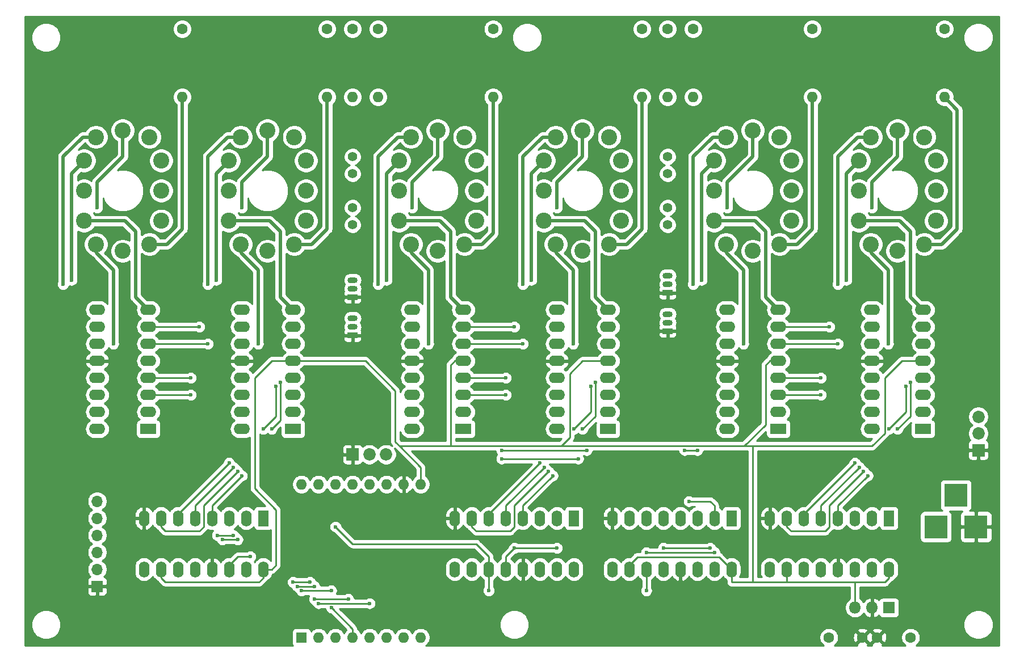
<source format=gbl>
G04 #@! TF.GenerationSoftware,KiCad,Pcbnew,5.1.5-52549c5~84~ubuntu18.04.1*
G04 #@! TF.CreationDate,2020-03-13T16:04:22+01:00*
G04 #@! TF.ProjectId,NixieClock,4e697869-6543-46c6-9f63-6b2e6b696361,0.1*
G04 #@! TF.SameCoordinates,Original*
G04 #@! TF.FileFunction,Copper,L2,Bot*
G04 #@! TF.FilePolarity,Positive*
%FSLAX46Y46*%
G04 Gerber Fmt 4.6, Leading zero omitted, Abs format (unit mm)*
G04 Created by KiCad (PCBNEW 5.1.5-52549c5~84~ubuntu18.04.1) date 2020-03-13 16:04:22*
%MOMM*%
%LPD*%
G04 APERTURE LIST*
%ADD10O,1.600000X1.600000*%
%ADD11C,1.600000*%
%ADD12R,1.500000X0.900000*%
%ADD13O,1.500000X0.900000*%
%ADD14O,2.400000X1.600000*%
%ADD15R,2.400000X1.600000*%
%ADD16C,2.400000*%
%ADD17R,1.600000X1.600000*%
%ADD18R,1.850000X1.850000*%
%ADD19C,1.850000*%
%ADD20R,1.700000X1.700000*%
%ADD21O,1.700000X1.700000*%
%ADD22C,1.422400*%
%ADD23R,1.600000X2.400000*%
%ADD24O,1.600000X2.400000*%
%ADD25R,3.500000X3.500000*%
%ADD26R,1.800000X1.800000*%
%ADD27O,1.800000X1.800000*%
%ADD28C,0.600000*%
%ADD29C,0.250000*%
%ADD30C,0.500000*%
%ADD31C,0.254000*%
G04 APERTURE END LIST*
D10*
X97790000Y-55880000D03*
D11*
X97790000Y-45720000D03*
D10*
X119380000Y-55880000D03*
D11*
X119380000Y-45720000D03*
D10*
X123190000Y-55880000D03*
D11*
X123190000Y-45720000D03*
D10*
X127000000Y-55880000D03*
D11*
X127000000Y-45720000D03*
D10*
X144145000Y-55880000D03*
D11*
X144145000Y-45720000D03*
D10*
X166370000Y-55880000D03*
D11*
X166370000Y-45720000D03*
D10*
X170180000Y-55880000D03*
D11*
X170180000Y-45720000D03*
D10*
X173990000Y-55880000D03*
D11*
X173990000Y-45720000D03*
D10*
X191770000Y-55880000D03*
D11*
X191770000Y-45720000D03*
D10*
X211455000Y-55880000D03*
D11*
X211455000Y-45720000D03*
D12*
X170180000Y-90805000D03*
D13*
X170180000Y-88265000D03*
X170180000Y-89535000D03*
D12*
X123190000Y-91440000D03*
D13*
X123190000Y-88900000D03*
X123190000Y-90170000D03*
D12*
X170180000Y-85090000D03*
D13*
X170180000Y-82550000D03*
X170180000Y-83820000D03*
D12*
X123190000Y-85725000D03*
D13*
X123190000Y-83185000D03*
X123190000Y-84455000D03*
D14*
X85090000Y-105410000D03*
X92710000Y-87630000D03*
X85090000Y-102870000D03*
X92710000Y-90170000D03*
X85090000Y-100330000D03*
X92710000Y-92710000D03*
X85090000Y-97790000D03*
X92710000Y-95250000D03*
X85090000Y-95250000D03*
X92710000Y-97790000D03*
X85090000Y-92710000D03*
X92710000Y-100330000D03*
X85090000Y-90170000D03*
X92710000Y-102870000D03*
X85090000Y-87630000D03*
D15*
X92710000Y-105410000D03*
D14*
X106680000Y-105410000D03*
X114300000Y-87630000D03*
X106680000Y-102870000D03*
X114300000Y-90170000D03*
X106680000Y-100330000D03*
X114300000Y-92710000D03*
X106680000Y-97790000D03*
X114300000Y-95250000D03*
X106680000Y-95250000D03*
X114300000Y-97790000D03*
X106680000Y-92710000D03*
X114300000Y-100330000D03*
X106680000Y-90170000D03*
X114300000Y-102870000D03*
X106680000Y-87630000D03*
D15*
X114300000Y-105410000D03*
D14*
X132080000Y-105410000D03*
X139700000Y-87630000D03*
X132080000Y-102870000D03*
X139700000Y-90170000D03*
X132080000Y-100330000D03*
X139700000Y-92710000D03*
X132080000Y-97790000D03*
X139700000Y-95250000D03*
X132080000Y-95250000D03*
X139700000Y-97790000D03*
X132080000Y-92710000D03*
X139700000Y-100330000D03*
X132080000Y-90170000D03*
X139700000Y-102870000D03*
X132080000Y-87630000D03*
D15*
X139700000Y-105410000D03*
D14*
X153670000Y-105410000D03*
X161290000Y-87630000D03*
X153670000Y-102870000D03*
X161290000Y-90170000D03*
X153670000Y-100330000D03*
X161290000Y-92710000D03*
X153670000Y-97790000D03*
X161290000Y-95250000D03*
X153670000Y-95250000D03*
X161290000Y-97790000D03*
X153670000Y-92710000D03*
X161290000Y-100330000D03*
X153670000Y-90170000D03*
X161290000Y-102870000D03*
X153670000Y-87630000D03*
D15*
X161290000Y-105410000D03*
D14*
X179070000Y-105410000D03*
X186690000Y-87630000D03*
X179070000Y-102870000D03*
X186690000Y-90170000D03*
X179070000Y-100330000D03*
X186690000Y-92710000D03*
X179070000Y-97790000D03*
X186690000Y-95250000D03*
X179070000Y-95250000D03*
X186690000Y-97790000D03*
X179070000Y-92710000D03*
X186690000Y-100330000D03*
X179070000Y-90170000D03*
X186690000Y-102870000D03*
X179070000Y-87630000D03*
D15*
X186690000Y-105410000D03*
D14*
X200660000Y-105410000D03*
X208280000Y-87630000D03*
X200660000Y-102870000D03*
X208280000Y-90170000D03*
X200660000Y-100330000D03*
X208280000Y-92710000D03*
X200660000Y-97790000D03*
X208280000Y-95250000D03*
X200660000Y-95250000D03*
X208280000Y-97790000D03*
X200660000Y-92710000D03*
X208280000Y-100330000D03*
X200660000Y-90170000D03*
X208280000Y-102870000D03*
X200660000Y-87630000D03*
D15*
X208280000Y-105410000D03*
D16*
X88900000Y-60850000D03*
X94650000Y-69850000D03*
X94650000Y-65350000D03*
X88900000Y-78850000D03*
X94650000Y-74350000D03*
X92900000Y-77850000D03*
X92900000Y-61850000D03*
X84900000Y-61850000D03*
X83150000Y-65350000D03*
X83150000Y-69850000D03*
X83150000Y-74350000D03*
X84900000Y-77850000D03*
D17*
X115570000Y-136525000D03*
D10*
X133350000Y-113665000D03*
X118110000Y-136525000D03*
X130810000Y-113665000D03*
X120650000Y-136525000D03*
X128270000Y-113665000D03*
X123190000Y-136525000D03*
X125730000Y-113665000D03*
X125730000Y-136525000D03*
X123190000Y-113665000D03*
X128270000Y-136525000D03*
X120650000Y-113665000D03*
X130810000Y-136525000D03*
X118110000Y-113665000D03*
X133350000Y-136525000D03*
X115570000Y-113665000D03*
D18*
X123190000Y-109220000D03*
D19*
X125690000Y-109220000D03*
X128190000Y-109220000D03*
D20*
X85090000Y-128905000D03*
D21*
X85090000Y-126365000D03*
X85090000Y-123825000D03*
X85090000Y-121285000D03*
X85090000Y-118745000D03*
X85090000Y-116205000D03*
D16*
X110490000Y-60850000D03*
X116240000Y-69850000D03*
X116240000Y-65350000D03*
X110490000Y-78850000D03*
X116240000Y-74350000D03*
X114490000Y-77850000D03*
X114490000Y-61850000D03*
X106490000Y-61850000D03*
X104740000Y-65350000D03*
X104740000Y-69850000D03*
X104740000Y-74350000D03*
X106490000Y-77850000D03*
X135890000Y-60850000D03*
X141640000Y-69850000D03*
X141640000Y-65350000D03*
X135890000Y-78850000D03*
X141640000Y-74350000D03*
X139890000Y-77850000D03*
X139890000Y-61850000D03*
X131890000Y-61850000D03*
X130140000Y-65350000D03*
X130140000Y-69850000D03*
X130140000Y-74350000D03*
X131890000Y-77850000D03*
X157480000Y-60850000D03*
X163230000Y-69850000D03*
X163230000Y-65350000D03*
X157480000Y-78850000D03*
X163230000Y-74350000D03*
X161480000Y-77850000D03*
X161480000Y-61850000D03*
X153480000Y-61850000D03*
X151730000Y-65350000D03*
X151730000Y-69850000D03*
X151730000Y-74350000D03*
X153480000Y-77850000D03*
X182880000Y-60850000D03*
X188630000Y-69850000D03*
X188630000Y-65350000D03*
X182880000Y-78850000D03*
X188630000Y-74350000D03*
X186880000Y-77850000D03*
X186880000Y-61850000D03*
X178880000Y-61850000D03*
X177130000Y-65350000D03*
X177130000Y-69850000D03*
X177130000Y-74350000D03*
X178880000Y-77850000D03*
X204470000Y-60850000D03*
X210220000Y-69850000D03*
X210220000Y-65350000D03*
X204470000Y-78850000D03*
X210220000Y-74350000D03*
X208470000Y-77850000D03*
X208470000Y-61850000D03*
X200470000Y-61850000D03*
X198720000Y-65350000D03*
X198720000Y-69850000D03*
X198720000Y-74350000D03*
X200470000Y-77850000D03*
D22*
X170180000Y-74930000D03*
X170180000Y-72390000D03*
X170180000Y-67310000D03*
X170180000Y-64770000D03*
X123190000Y-74930000D03*
X123190000Y-72390000D03*
X123190000Y-67310000D03*
X123190000Y-64770000D03*
D23*
X179705000Y-118745000D03*
D24*
X161925000Y-126365000D03*
X177165000Y-118745000D03*
X164465000Y-126365000D03*
X174625000Y-118745000D03*
X167005000Y-126365000D03*
X172085000Y-118745000D03*
X169545000Y-126365000D03*
X169545000Y-118745000D03*
X172085000Y-126365000D03*
X167005000Y-118745000D03*
X174625000Y-126365000D03*
X164465000Y-118745000D03*
X177165000Y-126365000D03*
X161925000Y-118745000D03*
X179705000Y-126365000D03*
D23*
X109855000Y-118745000D03*
D24*
X92075000Y-126365000D03*
X107315000Y-118745000D03*
X94615000Y-126365000D03*
X104775000Y-118745000D03*
X97155000Y-126365000D03*
X102235000Y-118745000D03*
X99695000Y-126365000D03*
X99695000Y-118745000D03*
X102235000Y-126365000D03*
X97155000Y-118745000D03*
X104775000Y-126365000D03*
X94615000Y-118745000D03*
X107315000Y-126365000D03*
X92075000Y-118745000D03*
X109855000Y-126365000D03*
D23*
X156210000Y-118745000D03*
D24*
X138430000Y-126365000D03*
X153670000Y-118745000D03*
X140970000Y-126365000D03*
X151130000Y-118745000D03*
X143510000Y-126365000D03*
X148590000Y-118745000D03*
X146050000Y-126365000D03*
X146050000Y-118745000D03*
X148590000Y-126365000D03*
X143510000Y-118745000D03*
X151130000Y-126365000D03*
X140970000Y-118745000D03*
X153670000Y-126365000D03*
X138430000Y-118745000D03*
X156210000Y-126365000D03*
D23*
X203200000Y-118745000D03*
D24*
X185420000Y-126365000D03*
X200660000Y-118745000D03*
X187960000Y-126365000D03*
X198120000Y-118745000D03*
X190500000Y-126365000D03*
X195580000Y-118745000D03*
X193040000Y-126365000D03*
X193040000Y-118745000D03*
X195580000Y-126365000D03*
X190500000Y-118745000D03*
X198120000Y-126365000D03*
X187960000Y-118745000D03*
X200660000Y-126365000D03*
X185420000Y-118745000D03*
X203200000Y-126365000D03*
D18*
X216535000Y-108585000D03*
D19*
X216535000Y-106085000D03*
X216535000Y-103585000D03*
D11*
X206438500Y-136525000D03*
X201438500Y-136525000D03*
X194246500Y-136525000D03*
X199246500Y-136525000D03*
D25*
X210185000Y-120015000D03*
X216185000Y-120015000D03*
X213185000Y-115315000D03*
D26*
X203200000Y-132080000D03*
D27*
X200660000Y-132080000D03*
X198120000Y-132080000D03*
D28*
X124523500Y-125666500D03*
X95631000Y-110553500D03*
X209486500Y-81089500D03*
X140589000Y-81407000D03*
X162560000Y-81661000D03*
X115633500Y-81661000D03*
X173355000Y-116205000D03*
X145415000Y-109855000D03*
X156845000Y-109855000D03*
X145415000Y-108585000D03*
X158115000Y-108585000D03*
X174625000Y-108585000D03*
X172720000Y-108585000D03*
X107950000Y-124460000D03*
X120015000Y-132080000D03*
X115570000Y-129540000D03*
X120015000Y-129540000D03*
X106045000Y-121920000D03*
X103759000Y-121920000D03*
X176530000Y-123190000D03*
X169545000Y-123190000D03*
X147320000Y-123190000D03*
X153670000Y-123190000D03*
X117475000Y-130810000D03*
X122555000Y-130810000D03*
X105410000Y-121285000D03*
X102997000Y-121285000D03*
X143510000Y-129540000D03*
X167005000Y-129540000D03*
X177165000Y-123825000D03*
X167005000Y-123825000D03*
X120650000Y-120015000D03*
X118110000Y-131445000D03*
X125730000Y-131445000D03*
X114935000Y-128905000D03*
X117475000Y-128905000D03*
X99060000Y-100330000D03*
X85090000Y-72390000D03*
X99060000Y-97790000D03*
X81280000Y-83185000D03*
X101600000Y-92710000D03*
X80010000Y-83820000D03*
X100330000Y-90170000D03*
X87503000Y-92710000D03*
X106680000Y-112395000D03*
X106680000Y-72390000D03*
X106045000Y-111760000D03*
X102870000Y-83185000D03*
X105410000Y-111125000D03*
X111125000Y-105410000D03*
X112395000Y-98425000D03*
X101600000Y-83820000D03*
X111760000Y-99060000D03*
X109855000Y-105410000D03*
X104775000Y-110490000D03*
X109093000Y-92710000D03*
X146050000Y-100330000D03*
X132080000Y-72390000D03*
X146050000Y-97790000D03*
X128270000Y-83185000D03*
X148590000Y-92710000D03*
X127000000Y-83820000D03*
X147320000Y-90170000D03*
X134493000Y-92710000D03*
X153035000Y-112395000D03*
X153670000Y-72390000D03*
X152400000Y-111760000D03*
X149860000Y-83185000D03*
X157480000Y-105410000D03*
X151765000Y-111125000D03*
X159385000Y-98425000D03*
X148590000Y-83820000D03*
X156210000Y-105410000D03*
X151130000Y-110490000D03*
X158750000Y-99060000D03*
X156083000Y-92710000D03*
X193040000Y-100330000D03*
X179070000Y-72390000D03*
X193040000Y-97790000D03*
X175260000Y-83185000D03*
X195580000Y-92710000D03*
X173990000Y-83820000D03*
X194310000Y-90170000D03*
X181483000Y-92710000D03*
X200025000Y-112395000D03*
X200660000Y-72390000D03*
X199390000Y-111760000D03*
X196850000Y-83185000D03*
X198755000Y-111125000D03*
X206375000Y-98425000D03*
X204470000Y-105410000D03*
X195580000Y-83820000D03*
X203200000Y-105410000D03*
X205740000Y-99060000D03*
X198120000Y-110490000D03*
X203073000Y-92710000D03*
X116840000Y-128270000D03*
X114300000Y-128270000D03*
D29*
X164465000Y-126365000D02*
X164465000Y-125730000D01*
X164465000Y-125730000D02*
X165671500Y-124523500D01*
X177863500Y-124523500D02*
X179705000Y-126365000D01*
X165671500Y-124523500D02*
X177863500Y-124523500D01*
X182880000Y-128270000D02*
X179705000Y-128270000D01*
X179705000Y-128270000D02*
X179705000Y-126365000D01*
X182880000Y-128270000D02*
X187960000Y-128270000D01*
X198120000Y-128270000D02*
X187960000Y-128270000D01*
X187960000Y-128270000D02*
X187960000Y-126365000D01*
X179705000Y-127508000D02*
X179705000Y-126365000D01*
X137795000Y-107950000D02*
X130175000Y-107950000D01*
X114300000Y-95250000D02*
X125095000Y-95250000D01*
X125095000Y-95250000D02*
X129540000Y-99695000D01*
X129540000Y-99695000D02*
X129540000Y-107315000D01*
X129540000Y-107315000D02*
X130175000Y-107950000D01*
X133350000Y-111125000D02*
X133350000Y-113665000D01*
X130175000Y-107950000D02*
X133350000Y-111125000D01*
X198120000Y-132080000D02*
X198120000Y-128270000D01*
X182880000Y-128270000D02*
X182880000Y-107950000D01*
X208280000Y-95250000D02*
X205105000Y-95250000D01*
X205105000Y-95250000D02*
X202565000Y-97790000D01*
X202565000Y-97790000D02*
X202565000Y-106045000D01*
X202565000Y-106045000D02*
X200660000Y-107950000D01*
X200660000Y-107950000D02*
X182880000Y-107950000D01*
X182880000Y-107950000D02*
X181610000Y-107950000D01*
X154305000Y-107950000D02*
X181610000Y-107950000D01*
X185420000Y-95250000D02*
X186690000Y-95250000D01*
X184785000Y-95885000D02*
X185420000Y-95250000D01*
X184785000Y-104775000D02*
X184785000Y-95885000D01*
X181610000Y-107950000D02*
X184785000Y-104775000D01*
X161290000Y-95250000D02*
X157480000Y-95250000D01*
X154305000Y-107950000D02*
X137795000Y-107950000D01*
X155575000Y-106680000D02*
X154305000Y-107950000D01*
X155575000Y-97155000D02*
X155575000Y-106680000D01*
X157480000Y-95250000D02*
X155575000Y-97155000D01*
X139700000Y-95250000D02*
X138430000Y-95250000D01*
X137795000Y-95885000D02*
X137795000Y-107950000D01*
X138430000Y-95250000D02*
X137795000Y-95885000D01*
X114300000Y-95250000D02*
X111125000Y-95250000D01*
X108585000Y-114300000D02*
X111760000Y-117475000D01*
X108585000Y-97790000D02*
X108585000Y-114300000D01*
X111125000Y-95250000D02*
X108585000Y-97790000D01*
X109855000Y-126365000D02*
X111125000Y-126365000D01*
X111760000Y-125730000D02*
X111760000Y-117475000D01*
X111125000Y-126365000D02*
X111760000Y-125730000D01*
X94615000Y-126365000D02*
X94615000Y-127635000D01*
X109855000Y-127635000D02*
X109855000Y-126365000D01*
X109220000Y-128270000D02*
X109855000Y-127635000D01*
X95250000Y-128270000D02*
X109220000Y-128270000D01*
X94615000Y-127635000D02*
X95250000Y-128270000D01*
X203200000Y-127635000D02*
X203200000Y-126365000D01*
X198120000Y-128270000D02*
X202565000Y-128270000D01*
X202565000Y-128270000D02*
X203200000Y-127635000D01*
X177165000Y-118745000D02*
X177165000Y-116840000D01*
X176530000Y-116205000D02*
X173355000Y-116205000D01*
X177165000Y-116840000D02*
X176530000Y-116205000D01*
X145415000Y-109855000D02*
X156845000Y-109855000D01*
X145415000Y-108585000D02*
X158115000Y-108585000D01*
X172720000Y-108585000D02*
X174625000Y-108585000D01*
D30*
X92900000Y-77850000D02*
X95505000Y-77850000D01*
X97790000Y-75565000D02*
X97790000Y-55880000D01*
X95505000Y-77850000D02*
X97790000Y-75565000D01*
X117095000Y-77850000D02*
X119380000Y-75565000D01*
X119380000Y-75565000D02*
X119380000Y-55880000D01*
X114490000Y-77850000D02*
X117095000Y-77850000D01*
X144145000Y-55880000D02*
X144145000Y-76200000D01*
X142495000Y-77850000D02*
X139890000Y-77850000D01*
X144145000Y-76200000D02*
X142495000Y-77850000D01*
X164085000Y-77850000D02*
X166370000Y-75565000D01*
X166370000Y-75565000D02*
X166370000Y-55880000D01*
X161480000Y-77850000D02*
X164085000Y-77850000D01*
X189485000Y-77850000D02*
X191770000Y-75565000D01*
X191770000Y-75565000D02*
X191770000Y-55880000D01*
X186880000Y-77850000D02*
X189485000Y-77850000D01*
X208470000Y-77850000D02*
X211075000Y-77850000D01*
X213360000Y-57785000D02*
X211455000Y-55880000D01*
X213360000Y-75565000D02*
X213360000Y-57785000D01*
X211075000Y-77850000D02*
X213360000Y-75565000D01*
D29*
X106045000Y-124460000D02*
X107950000Y-124460000D01*
X106045000Y-124460000D02*
X104775000Y-125730000D01*
X104775000Y-126365000D02*
X104775000Y-125730000D01*
X120015000Y-132080000D02*
X123190000Y-135255000D01*
X123190000Y-135255000D02*
X123190000Y-136525000D01*
X115570000Y-129540000D02*
X120015000Y-129540000D01*
X106045000Y-121920000D02*
X103759000Y-121920000D01*
X176530000Y-123190000D02*
X169545000Y-123190000D01*
X153670000Y-123190000D02*
X147320000Y-123190000D01*
X146050000Y-124460000D02*
X146050000Y-126365000D01*
X147320000Y-123190000D02*
X146050000Y-124460000D01*
X117475000Y-130810000D02*
X122555000Y-130810000D01*
X105410000Y-121285000D02*
X102997000Y-121285000D01*
X167005000Y-126365000D02*
X167005000Y-129540000D01*
X143510000Y-129540000D02*
X143510000Y-126365000D01*
X177165000Y-123825000D02*
X167005000Y-123825000D01*
X143510000Y-126365000D02*
X143510000Y-124460000D01*
X141605000Y-122555000D02*
X143510000Y-124460000D01*
X123190000Y-122555000D02*
X141605000Y-122555000D01*
X123190000Y-122555000D02*
X120650000Y-120015000D01*
X118110000Y-131445000D02*
X125730000Y-131445000D01*
X114935000Y-128905000D02*
X117475000Y-128905000D01*
X99060000Y-100330000D02*
X92710000Y-100330000D01*
D30*
X85090000Y-68580000D02*
X88900000Y-64770000D01*
X85090000Y-68580000D02*
X85090000Y-72390000D01*
X88900000Y-64770000D02*
X88900000Y-60850000D01*
D29*
X92710000Y-97790000D02*
X99060000Y-97790000D01*
D30*
X83150000Y-65350000D02*
X83150000Y-65440000D01*
X83150000Y-65440000D02*
X81280000Y-67310000D01*
X81280000Y-67310000D02*
X81280000Y-83185000D01*
D29*
X101600000Y-92710000D02*
X92710000Y-92710000D01*
D30*
X84900000Y-61850000D02*
X82930000Y-61850000D01*
X80010000Y-64770000D02*
X80010000Y-83820000D01*
X82930000Y-61850000D02*
X80010000Y-64770000D01*
D29*
X92710000Y-90170000D02*
X100330000Y-90170000D01*
D30*
X87503000Y-81661000D02*
X84963000Y-79121000D01*
X87503000Y-92710000D02*
X87503000Y-81661000D01*
X84963000Y-79121000D02*
X84963000Y-77913000D01*
X84963000Y-77913000D02*
X84900000Y-77850000D01*
X83150000Y-74350000D02*
X89209000Y-74350000D01*
X90805000Y-85725000D02*
X92710000Y-87630000D01*
X90805000Y-75946000D02*
X90805000Y-85725000D01*
X89209000Y-74350000D02*
X90805000Y-75946000D01*
D29*
X102235000Y-118745000D02*
X102235000Y-116840000D01*
X102235000Y-116840000D02*
X106680000Y-112395000D01*
D30*
X110490000Y-64770000D02*
X110490000Y-60850000D01*
X110490000Y-64770000D02*
X106680000Y-68580000D01*
X106680000Y-68580000D02*
X106680000Y-72390000D01*
D29*
X94615000Y-120015000D02*
X94615000Y-118745000D01*
X95250000Y-120650000D02*
X94615000Y-120015000D01*
X100330000Y-120650000D02*
X95250000Y-120650000D01*
X100965000Y-120015000D02*
X100330000Y-120650000D01*
X100965000Y-116840000D02*
X100965000Y-120015000D01*
X106045000Y-111760000D02*
X100965000Y-116840000D01*
D30*
X102870000Y-67310000D02*
X102870000Y-83185000D01*
X104740000Y-65440000D02*
X102870000Y-67310000D01*
X104740000Y-65350000D02*
X104740000Y-65440000D01*
D29*
X99695000Y-116840000D02*
X99695000Y-118745000D01*
X105410000Y-111125000D02*
X99695000Y-116840000D01*
X112395000Y-104140000D02*
X111125000Y-105410000D01*
X112395000Y-98425000D02*
X112395000Y-104140000D01*
D30*
X104520000Y-61850000D02*
X101600000Y-64770000D01*
X101600000Y-64770000D02*
X101600000Y-83820000D01*
X106490000Y-61850000D02*
X104520000Y-61850000D01*
D29*
X111760000Y-99060000D02*
X111760000Y-103505000D01*
X111760000Y-103505000D02*
X109855000Y-105410000D01*
X104775000Y-110490000D02*
X97155000Y-118110000D01*
X97155000Y-118110000D02*
X97155000Y-118745000D01*
D30*
X106553000Y-77913000D02*
X106490000Y-77850000D01*
X106553000Y-79121000D02*
X106553000Y-77913000D01*
X109093000Y-81661000D02*
X106553000Y-79121000D01*
X109093000Y-92710000D02*
X109093000Y-81661000D01*
X110799000Y-74350000D02*
X112395000Y-75946000D01*
X112395000Y-75946000D02*
X112395000Y-85725000D01*
X112395000Y-85725000D02*
X114300000Y-87630000D01*
X104740000Y-74350000D02*
X110799000Y-74350000D01*
D29*
X139700000Y-100330000D02*
X146050000Y-100330000D01*
D30*
X135890000Y-64770000D02*
X135890000Y-60850000D01*
X135890000Y-64770000D02*
X132080000Y-68580000D01*
X132080000Y-68580000D02*
X132080000Y-72390000D01*
D29*
X139700000Y-97790000D02*
X146050000Y-97790000D01*
D30*
X128270000Y-67310000D02*
X128270000Y-83185000D01*
X130140000Y-65440000D02*
X128270000Y-67310000D01*
X130140000Y-65350000D02*
X130140000Y-65440000D01*
D29*
X139700000Y-92710000D02*
X148590000Y-92710000D01*
D30*
X129920000Y-61850000D02*
X127000000Y-64770000D01*
X127000000Y-64770000D02*
X127000000Y-83820000D01*
X131890000Y-61850000D02*
X129920000Y-61850000D01*
D29*
X139700000Y-90170000D02*
X147320000Y-90170000D01*
D30*
X131953000Y-77913000D02*
X131890000Y-77850000D01*
X131953000Y-79121000D02*
X131953000Y-77913000D01*
X134493000Y-81661000D02*
X131953000Y-79121000D01*
X134493000Y-92710000D02*
X134493000Y-81661000D01*
X136199000Y-74350000D02*
X137795000Y-75946000D01*
X137795000Y-75946000D02*
X137795000Y-85725000D01*
X137795000Y-85725000D02*
X139700000Y-87630000D01*
X130140000Y-74350000D02*
X136199000Y-74350000D01*
D29*
X148590000Y-118745000D02*
X148590000Y-116840000D01*
X148590000Y-116840000D02*
X153035000Y-112395000D01*
D30*
X157480000Y-64770000D02*
X157480000Y-60850000D01*
X157480000Y-64770000D02*
X153670000Y-68580000D01*
X153670000Y-68580000D02*
X153670000Y-72390000D01*
D29*
X140970000Y-118745000D02*
X140970000Y-120015000D01*
X141605000Y-120650000D02*
X140970000Y-120015000D01*
X146685000Y-120650000D02*
X141605000Y-120650000D01*
X147320000Y-120015000D02*
X146685000Y-120650000D01*
X147320000Y-116840000D02*
X147320000Y-120015000D01*
X152400000Y-111760000D02*
X147320000Y-116840000D01*
D30*
X149860000Y-67310000D02*
X149860000Y-83185000D01*
X151730000Y-65440000D02*
X149860000Y-67310000D01*
X151730000Y-65350000D02*
X151730000Y-65440000D01*
D29*
X146050000Y-118745000D02*
X146050000Y-116840000D01*
X151765000Y-111125000D02*
X146050000Y-116840000D01*
X159385000Y-103505000D02*
X159385000Y-98425000D01*
X157480000Y-105410000D02*
X159385000Y-103505000D01*
D30*
X151510000Y-61850000D02*
X148590000Y-64770000D01*
X148590000Y-64770000D02*
X148590000Y-83820000D01*
X153480000Y-61850000D02*
X151510000Y-61850000D01*
D29*
X143510000Y-118110000D02*
X151130000Y-110490000D01*
X158750000Y-102870000D02*
X158750000Y-99060000D01*
X156210000Y-105410000D02*
X158750000Y-102870000D01*
X143510000Y-118110000D02*
X143510000Y-118745000D01*
D30*
X156083000Y-81661000D02*
X153543000Y-79121000D01*
X156083000Y-92710000D02*
X156083000Y-81661000D01*
X153543000Y-77913000D02*
X153480000Y-77850000D01*
X153543000Y-79121000D02*
X153543000Y-77913000D01*
X159385000Y-85725000D02*
X161290000Y-87630000D01*
X157789000Y-74350000D02*
X159385000Y-75946000D01*
X159385000Y-75946000D02*
X159385000Y-85725000D01*
X151730000Y-74350000D02*
X157789000Y-74350000D01*
D29*
X186690000Y-100330000D02*
X193040000Y-100330000D01*
D30*
X182880000Y-64770000D02*
X182880000Y-60850000D01*
X179070000Y-68580000D02*
X179070000Y-72390000D01*
X182880000Y-64770000D02*
X179070000Y-68580000D01*
D29*
X193040000Y-97790000D02*
X186690000Y-97790000D01*
D30*
X175260000Y-67310000D02*
X175260000Y-83185000D01*
X177130000Y-65440000D02*
X175260000Y-67310000D01*
X177130000Y-65350000D02*
X177130000Y-65440000D01*
D29*
X186690000Y-92710000D02*
X195580000Y-92710000D01*
D30*
X173990000Y-64770000D02*
X173990000Y-83820000D01*
X176910000Y-61850000D02*
X173990000Y-64770000D01*
X178880000Y-61850000D02*
X176910000Y-61850000D01*
D29*
X194310000Y-90170000D02*
X186690000Y-90170000D01*
D30*
X181483000Y-81661000D02*
X178943000Y-79121000D01*
X181483000Y-92710000D02*
X181483000Y-81661000D01*
X178943000Y-77913000D02*
X178880000Y-77850000D01*
X178943000Y-79121000D02*
X178943000Y-77913000D01*
X184785000Y-85725000D02*
X186690000Y-87630000D01*
X183189000Y-74350000D02*
X184785000Y-75946000D01*
X184785000Y-75946000D02*
X184785000Y-85725000D01*
X177130000Y-74350000D02*
X183189000Y-74350000D01*
D29*
X195580000Y-118745000D02*
X195580000Y-116840000D01*
X195580000Y-116840000D02*
X200025000Y-112395000D01*
D30*
X204470000Y-64770000D02*
X204470000Y-60850000D01*
X200660000Y-68580000D02*
X200660000Y-72390000D01*
X204470000Y-64770000D02*
X200660000Y-68580000D01*
D29*
X187960000Y-120015000D02*
X187960000Y-118745000D01*
X188595000Y-120650000D02*
X187960000Y-120015000D01*
X193675000Y-120650000D02*
X188595000Y-120650000D01*
X194310000Y-120015000D02*
X193675000Y-120650000D01*
X194310000Y-116840000D02*
X194310000Y-120015000D01*
X199390000Y-111760000D02*
X194310000Y-116840000D01*
D30*
X196850000Y-67310000D02*
X196850000Y-83185000D01*
X198720000Y-65440000D02*
X196850000Y-67310000D01*
X198720000Y-65350000D02*
X198720000Y-65440000D01*
D29*
X193040000Y-118745000D02*
X193040000Y-116840000D01*
X198755000Y-111125000D02*
X193040000Y-116840000D01*
X206375000Y-103505000D02*
X206375000Y-98425000D01*
X204470000Y-105410000D02*
X206375000Y-103505000D01*
D30*
X195580000Y-64770000D02*
X195580000Y-83820000D01*
X198500000Y-61850000D02*
X195580000Y-64770000D01*
X200470000Y-61850000D02*
X198500000Y-61850000D01*
D29*
X205740000Y-102870000D02*
X205740000Y-99060000D01*
X203200000Y-105410000D02*
X205740000Y-102870000D01*
X198120000Y-110490000D02*
X190500000Y-118110000D01*
X190500000Y-118110000D02*
X190500000Y-118745000D01*
D30*
X203073000Y-81661000D02*
X200533000Y-79121000D01*
X203073000Y-92710000D02*
X203073000Y-81661000D01*
X200533000Y-77913000D02*
X200470000Y-77850000D01*
X200533000Y-79121000D02*
X200533000Y-77913000D01*
X206375000Y-85725000D02*
X208280000Y-87630000D01*
X204779000Y-74350000D02*
X206375000Y-75946000D01*
X206375000Y-75946000D02*
X206375000Y-85725000D01*
X198720000Y-74350000D02*
X204779000Y-74350000D01*
D29*
X114300000Y-128270000D02*
X116840000Y-128270000D01*
D31*
G36*
X219635001Y-137125123D02*
G01*
X219635001Y-137720000D01*
X207232987Y-137720000D01*
X207353259Y-137639637D01*
X207553137Y-137439759D01*
X207710180Y-137204727D01*
X207818353Y-136943574D01*
X207873500Y-136666335D01*
X207873500Y-136383665D01*
X207818353Y-136106426D01*
X207710180Y-135845273D01*
X207553137Y-135610241D01*
X207353259Y-135410363D01*
X207118227Y-135253320D01*
X206857074Y-135145147D01*
X206579835Y-135090000D01*
X206297165Y-135090000D01*
X206019926Y-135145147D01*
X205758773Y-135253320D01*
X205523741Y-135410363D01*
X205323863Y-135610241D01*
X205166820Y-135845273D01*
X205058647Y-136106426D01*
X205003500Y-136383665D01*
X205003500Y-136666335D01*
X205058647Y-136943574D01*
X205166820Y-137204727D01*
X205323863Y-137439759D01*
X205523741Y-137639637D01*
X205644013Y-137720000D01*
X202192241Y-137720000D01*
X202251597Y-137517702D01*
X201438500Y-136704605D01*
X200625403Y-137517702D01*
X200684759Y-137720000D01*
X200000241Y-137720000D01*
X200059597Y-137517702D01*
X199246500Y-136704605D01*
X198433403Y-137517702D01*
X198492759Y-137720000D01*
X195040987Y-137720000D01*
X195161259Y-137639637D01*
X195361137Y-137439759D01*
X195518180Y-137204727D01*
X195626353Y-136943574D01*
X195681500Y-136666335D01*
X195681500Y-136595512D01*
X197806283Y-136595512D01*
X197847713Y-136875130D01*
X197942897Y-137141292D01*
X198009829Y-137266514D01*
X198253798Y-137338097D01*
X199066895Y-136525000D01*
X199426105Y-136525000D01*
X200239202Y-137338097D01*
X200342500Y-137307788D01*
X200445798Y-137338097D01*
X201258895Y-136525000D01*
X201618105Y-136525000D01*
X202431202Y-137338097D01*
X202675171Y-137266514D01*
X202796071Y-137011004D01*
X202864800Y-136736816D01*
X202878717Y-136454488D01*
X202837287Y-136174870D01*
X202742103Y-135908708D01*
X202675171Y-135783486D01*
X202431202Y-135711903D01*
X201618105Y-136525000D01*
X201258895Y-136525000D01*
X200445798Y-135711903D01*
X200342500Y-135742212D01*
X200239202Y-135711903D01*
X199426105Y-136525000D01*
X199066895Y-136525000D01*
X198253798Y-135711903D01*
X198009829Y-135783486D01*
X197888929Y-136038996D01*
X197820200Y-136313184D01*
X197806283Y-136595512D01*
X195681500Y-136595512D01*
X195681500Y-136383665D01*
X195626353Y-136106426D01*
X195518180Y-135845273D01*
X195361137Y-135610241D01*
X195283194Y-135532298D01*
X198433403Y-135532298D01*
X199246500Y-136345395D01*
X200059597Y-135532298D01*
X200625403Y-135532298D01*
X201438500Y-136345395D01*
X202251597Y-135532298D01*
X202180014Y-135288329D01*
X201924504Y-135167429D01*
X201650316Y-135098700D01*
X201367988Y-135084783D01*
X201088370Y-135126213D01*
X200822208Y-135221397D01*
X200696986Y-135288329D01*
X200625403Y-135532298D01*
X200059597Y-135532298D01*
X199988014Y-135288329D01*
X199732504Y-135167429D01*
X199458316Y-135098700D01*
X199175988Y-135084783D01*
X198896370Y-135126213D01*
X198630208Y-135221397D01*
X198504986Y-135288329D01*
X198433403Y-135532298D01*
X195283194Y-135532298D01*
X195161259Y-135410363D01*
X194926227Y-135253320D01*
X194665074Y-135145147D01*
X194387835Y-135090000D01*
X194105165Y-135090000D01*
X193827926Y-135145147D01*
X193566773Y-135253320D01*
X193331741Y-135410363D01*
X193131863Y-135610241D01*
X192974820Y-135845273D01*
X192866647Y-136106426D01*
X192811500Y-136383665D01*
X192811500Y-136666335D01*
X192866647Y-136943574D01*
X192974820Y-137204727D01*
X193131863Y-137439759D01*
X193331741Y-137639637D01*
X193452013Y-137720000D01*
X134144487Y-137720000D01*
X134264759Y-137639637D01*
X134464637Y-137439759D01*
X134621680Y-137204727D01*
X134729853Y-136943574D01*
X134785000Y-136666335D01*
X134785000Y-136383665D01*
X134729853Y-136106426D01*
X134621680Y-135845273D01*
X134464637Y-135610241D01*
X134264759Y-135410363D01*
X134029727Y-135253320D01*
X133768574Y-135145147D01*
X133491335Y-135090000D01*
X133208665Y-135090000D01*
X132931426Y-135145147D01*
X132670273Y-135253320D01*
X132435241Y-135410363D01*
X132235363Y-135610241D01*
X132080000Y-135842759D01*
X131924637Y-135610241D01*
X131724759Y-135410363D01*
X131489727Y-135253320D01*
X131228574Y-135145147D01*
X130951335Y-135090000D01*
X130668665Y-135090000D01*
X130391426Y-135145147D01*
X130130273Y-135253320D01*
X129895241Y-135410363D01*
X129695363Y-135610241D01*
X129540000Y-135842759D01*
X129384637Y-135610241D01*
X129184759Y-135410363D01*
X128949727Y-135253320D01*
X128688574Y-135145147D01*
X128411335Y-135090000D01*
X128128665Y-135090000D01*
X127851426Y-135145147D01*
X127590273Y-135253320D01*
X127355241Y-135410363D01*
X127155363Y-135610241D01*
X127000000Y-135842759D01*
X126844637Y-135610241D01*
X126644759Y-135410363D01*
X126409727Y-135253320D01*
X126148574Y-135145147D01*
X125871335Y-135090000D01*
X125588665Y-135090000D01*
X125311426Y-135145147D01*
X125050273Y-135253320D01*
X124815241Y-135410363D01*
X124615363Y-135610241D01*
X124460000Y-135842759D01*
X124304637Y-135610241D01*
X124104759Y-135410363D01*
X123950000Y-135306957D01*
X123950000Y-135292322D01*
X123953676Y-135254999D01*
X123950000Y-135217676D01*
X123950000Y-135217667D01*
X123939003Y-135106014D01*
X123895546Y-134962753D01*
X123824975Y-134830725D01*
X123824974Y-134830723D01*
X123753799Y-134743997D01*
X123730001Y-134714999D01*
X123701004Y-134691202D01*
X123409674Y-134399872D01*
X145085000Y-134399872D01*
X145085000Y-134840128D01*
X145170890Y-135271925D01*
X145339369Y-135678669D01*
X145583962Y-136044729D01*
X145895271Y-136356038D01*
X146261331Y-136600631D01*
X146668075Y-136769110D01*
X147099872Y-136855000D01*
X147540128Y-136855000D01*
X147971925Y-136769110D01*
X148378669Y-136600631D01*
X148744729Y-136356038D01*
X149056038Y-136044729D01*
X149300631Y-135678669D01*
X149469110Y-135271925D01*
X149555000Y-134840128D01*
X149555000Y-134399872D01*
X214300000Y-134399872D01*
X214300000Y-134840128D01*
X214385890Y-135271925D01*
X214554369Y-135678669D01*
X214798962Y-136044729D01*
X215110271Y-136356038D01*
X215476331Y-136600631D01*
X215883075Y-136769110D01*
X216314872Y-136855000D01*
X216755128Y-136855000D01*
X217186925Y-136769110D01*
X217593669Y-136600631D01*
X217959729Y-136356038D01*
X218271038Y-136044729D01*
X218515631Y-135678669D01*
X218684110Y-135271925D01*
X218770000Y-134840128D01*
X218770000Y-134399872D01*
X218684110Y-133968075D01*
X218515631Y-133561331D01*
X218271038Y-133195271D01*
X217959729Y-132883962D01*
X217593669Y-132639369D01*
X217186925Y-132470890D01*
X216755128Y-132385000D01*
X216314872Y-132385000D01*
X215883075Y-132470890D01*
X215476331Y-132639369D01*
X215110271Y-132883962D01*
X214798962Y-133195271D01*
X214554369Y-133561331D01*
X214385890Y-133968075D01*
X214300000Y-134399872D01*
X149555000Y-134399872D01*
X149469110Y-133968075D01*
X149300631Y-133561331D01*
X149056038Y-133195271D01*
X148744729Y-132883962D01*
X148378669Y-132639369D01*
X147971925Y-132470890D01*
X147540128Y-132385000D01*
X147099872Y-132385000D01*
X146668075Y-132470890D01*
X146261331Y-132639369D01*
X145895271Y-132883962D01*
X145583962Y-133195271D01*
X145339369Y-133561331D01*
X145170890Y-133968075D01*
X145085000Y-134399872D01*
X123409674Y-134399872D01*
X121214801Y-132205000D01*
X125184465Y-132205000D01*
X125287111Y-132273586D01*
X125457271Y-132344068D01*
X125637911Y-132380000D01*
X125822089Y-132380000D01*
X126002729Y-132344068D01*
X126172889Y-132273586D01*
X126326028Y-132171262D01*
X126456262Y-132041028D01*
X126558586Y-131887889D01*
X126629068Y-131717729D01*
X126665000Y-131537089D01*
X126665000Y-131352911D01*
X126629068Y-131172271D01*
X126558586Y-131002111D01*
X126456262Y-130848972D01*
X126326028Y-130718738D01*
X126172889Y-130616414D01*
X126002729Y-130545932D01*
X125822089Y-130510000D01*
X125637911Y-130510000D01*
X125457271Y-130545932D01*
X125287111Y-130616414D01*
X125184465Y-130685000D01*
X123483454Y-130685000D01*
X123454068Y-130537271D01*
X123383586Y-130367111D01*
X123281262Y-130213972D01*
X123151028Y-130083738D01*
X122997889Y-129981414D01*
X122827729Y-129910932D01*
X122647089Y-129875000D01*
X122462911Y-129875000D01*
X122282271Y-129910932D01*
X122112111Y-129981414D01*
X122009465Y-130050000D01*
X120798744Y-130050000D01*
X120843586Y-129982889D01*
X120914068Y-129812729D01*
X120950000Y-129632089D01*
X120950000Y-129447911D01*
X120914068Y-129267271D01*
X120843586Y-129097111D01*
X120741262Y-128943972D01*
X120611028Y-128813738D01*
X120457889Y-128711414D01*
X120287729Y-128640932D01*
X120107089Y-128605000D01*
X119922911Y-128605000D01*
X119742271Y-128640932D01*
X119572111Y-128711414D01*
X119469465Y-128780000D01*
X118403454Y-128780000D01*
X118374068Y-128632271D01*
X118303586Y-128462111D01*
X118201262Y-128308972D01*
X118071028Y-128178738D01*
X117917889Y-128076414D01*
X117747729Y-128005932D01*
X117740505Y-128004495D01*
X117739068Y-127997271D01*
X117668586Y-127827111D01*
X117566262Y-127673972D01*
X117436028Y-127543738D01*
X117282889Y-127441414D01*
X117112729Y-127370932D01*
X116932089Y-127335000D01*
X116747911Y-127335000D01*
X116567271Y-127370932D01*
X116397111Y-127441414D01*
X116294465Y-127510000D01*
X114845535Y-127510000D01*
X114742889Y-127441414D01*
X114572729Y-127370932D01*
X114392089Y-127335000D01*
X114207911Y-127335000D01*
X114027271Y-127370932D01*
X113857111Y-127441414D01*
X113703972Y-127543738D01*
X113573738Y-127673972D01*
X113471414Y-127827111D01*
X113400932Y-127997271D01*
X113365000Y-128177911D01*
X113365000Y-128362089D01*
X113400932Y-128542729D01*
X113471414Y-128712889D01*
X113573738Y-128866028D01*
X113703972Y-128996262D01*
X113857111Y-129098586D01*
X114027271Y-129169068D01*
X114034495Y-129170505D01*
X114035932Y-129177729D01*
X114106414Y-129347889D01*
X114208738Y-129501028D01*
X114338972Y-129631262D01*
X114492111Y-129733586D01*
X114662271Y-129804068D01*
X114669495Y-129805505D01*
X114670932Y-129812729D01*
X114741414Y-129982889D01*
X114843738Y-130136028D01*
X114973972Y-130266262D01*
X115127111Y-130368586D01*
X115297271Y-130439068D01*
X115477911Y-130475000D01*
X115662089Y-130475000D01*
X115842729Y-130439068D01*
X116012889Y-130368586D01*
X116115535Y-130300000D01*
X116691256Y-130300000D01*
X116646414Y-130367111D01*
X116575932Y-130537271D01*
X116540000Y-130717911D01*
X116540000Y-130902089D01*
X116575932Y-131082729D01*
X116646414Y-131252889D01*
X116748738Y-131406028D01*
X116878972Y-131536262D01*
X117032111Y-131638586D01*
X117202271Y-131709068D01*
X117209495Y-131710505D01*
X117210932Y-131717729D01*
X117281414Y-131887889D01*
X117383738Y-132041028D01*
X117513972Y-132171262D01*
X117667111Y-132273586D01*
X117837271Y-132344068D01*
X118017911Y-132380000D01*
X118202089Y-132380000D01*
X118382729Y-132344068D01*
X118552889Y-132273586D01*
X118655535Y-132205000D01*
X119086546Y-132205000D01*
X119115932Y-132352729D01*
X119186414Y-132522889D01*
X119288738Y-132676028D01*
X119418972Y-132806262D01*
X119572111Y-132908586D01*
X119742271Y-132979068D01*
X119863352Y-133003153D01*
X122272901Y-135412703D01*
X122075363Y-135610241D01*
X121920000Y-135842759D01*
X121764637Y-135610241D01*
X121564759Y-135410363D01*
X121329727Y-135253320D01*
X121068574Y-135145147D01*
X120791335Y-135090000D01*
X120508665Y-135090000D01*
X120231426Y-135145147D01*
X119970273Y-135253320D01*
X119735241Y-135410363D01*
X119535363Y-135610241D01*
X119380000Y-135842759D01*
X119224637Y-135610241D01*
X119024759Y-135410363D01*
X118789727Y-135253320D01*
X118528574Y-135145147D01*
X118251335Y-135090000D01*
X117968665Y-135090000D01*
X117691426Y-135145147D01*
X117430273Y-135253320D01*
X117195241Y-135410363D01*
X116996643Y-135608961D01*
X116995812Y-135600518D01*
X116959502Y-135480820D01*
X116900537Y-135370506D01*
X116821185Y-135273815D01*
X116724494Y-135194463D01*
X116614180Y-135135498D01*
X116494482Y-135099188D01*
X116370000Y-135086928D01*
X114770000Y-135086928D01*
X114645518Y-135099188D01*
X114525820Y-135135498D01*
X114415506Y-135194463D01*
X114318815Y-135273815D01*
X114239463Y-135370506D01*
X114180498Y-135480820D01*
X114144188Y-135600518D01*
X114131928Y-135725000D01*
X114131928Y-137325000D01*
X114144188Y-137449482D01*
X114180498Y-137569180D01*
X114239463Y-137679494D01*
X114272705Y-137720000D01*
X74370000Y-137720000D01*
X74370000Y-134399872D01*
X75235000Y-134399872D01*
X75235000Y-134840128D01*
X75320890Y-135271925D01*
X75489369Y-135678669D01*
X75733962Y-136044729D01*
X76045271Y-136356038D01*
X76411331Y-136600631D01*
X76818075Y-136769110D01*
X77249872Y-136855000D01*
X77690128Y-136855000D01*
X78121925Y-136769110D01*
X78528669Y-136600631D01*
X78894729Y-136356038D01*
X79206038Y-136044729D01*
X79450631Y-135678669D01*
X79619110Y-135271925D01*
X79705000Y-134840128D01*
X79705000Y-134399872D01*
X79619110Y-133968075D01*
X79450631Y-133561331D01*
X79206038Y-133195271D01*
X78894729Y-132883962D01*
X78528669Y-132639369D01*
X78121925Y-132470890D01*
X77690128Y-132385000D01*
X77249872Y-132385000D01*
X76818075Y-132470890D01*
X76411331Y-132639369D01*
X76045271Y-132883962D01*
X75733962Y-133195271D01*
X75489369Y-133561331D01*
X75320890Y-133968075D01*
X75235000Y-134399872D01*
X74370000Y-134399872D01*
X74370000Y-129755000D01*
X83601928Y-129755000D01*
X83614188Y-129879482D01*
X83650498Y-129999180D01*
X83709463Y-130109494D01*
X83788815Y-130206185D01*
X83885506Y-130285537D01*
X83995820Y-130344502D01*
X84115518Y-130380812D01*
X84240000Y-130393072D01*
X84804250Y-130390000D01*
X84963000Y-130231250D01*
X84963000Y-129032000D01*
X85217000Y-129032000D01*
X85217000Y-130231250D01*
X85375750Y-130390000D01*
X85940000Y-130393072D01*
X86064482Y-130380812D01*
X86184180Y-130344502D01*
X86294494Y-130285537D01*
X86391185Y-130206185D01*
X86470537Y-130109494D01*
X86529502Y-129999180D01*
X86565812Y-129879482D01*
X86578072Y-129755000D01*
X86575000Y-129190750D01*
X86416250Y-129032000D01*
X85217000Y-129032000D01*
X84963000Y-129032000D01*
X83763750Y-129032000D01*
X83605000Y-129190750D01*
X83601928Y-129755000D01*
X74370000Y-129755000D01*
X74370000Y-128055000D01*
X83601928Y-128055000D01*
X83605000Y-128619250D01*
X83763750Y-128778000D01*
X84963000Y-128778000D01*
X84963000Y-128758000D01*
X85217000Y-128758000D01*
X85217000Y-128778000D01*
X86416250Y-128778000D01*
X86575000Y-128619250D01*
X86578072Y-128055000D01*
X86565812Y-127930518D01*
X86529502Y-127810820D01*
X86470537Y-127700506D01*
X86391185Y-127603815D01*
X86294494Y-127524463D01*
X86184180Y-127465498D01*
X86111620Y-127443487D01*
X86243475Y-127311632D01*
X86405990Y-127068411D01*
X86517932Y-126798158D01*
X86575000Y-126511260D01*
X86575000Y-126218740D01*
X86517932Y-125931842D01*
X86502468Y-125894508D01*
X90640000Y-125894508D01*
X90640000Y-126835491D01*
X90660764Y-127046308D01*
X90742818Y-127316807D01*
X90876068Y-127566100D01*
X91055392Y-127784607D01*
X91273899Y-127963932D01*
X91523192Y-128097182D01*
X91793691Y-128179236D01*
X92075000Y-128206943D01*
X92356308Y-128179236D01*
X92626807Y-128097182D01*
X92876100Y-127963932D01*
X93094607Y-127784608D01*
X93273932Y-127566101D01*
X93345000Y-127433142D01*
X93416068Y-127566100D01*
X93595392Y-127784607D01*
X93813899Y-127963932D01*
X93975127Y-128050110D01*
X93980026Y-128059276D01*
X94045756Y-128139367D01*
X94075000Y-128175001D01*
X94103998Y-128198799D01*
X94686200Y-128781002D01*
X94709999Y-128810001D01*
X94738997Y-128833799D01*
X94825724Y-128904974D01*
X94957753Y-128975546D01*
X95101014Y-129019003D01*
X95250000Y-129033677D01*
X95287333Y-129030000D01*
X109182678Y-129030000D01*
X109220000Y-129033676D01*
X109257322Y-129030000D01*
X109257333Y-129030000D01*
X109368986Y-129019003D01*
X109512247Y-128975546D01*
X109644276Y-128904974D01*
X109760001Y-128810001D01*
X109783803Y-128780998D01*
X110366004Y-128198798D01*
X110395001Y-128175001D01*
X110489974Y-128059276D01*
X110494874Y-128050109D01*
X110656100Y-127963932D01*
X110874607Y-127784608D01*
X111053932Y-127566101D01*
X111187182Y-127316808D01*
X111247923Y-127116570D01*
X111273986Y-127114003D01*
X111417247Y-127070546D01*
X111549276Y-126999974D01*
X111665001Y-126905001D01*
X111688803Y-126875998D01*
X112271004Y-126293798D01*
X112300001Y-126270001D01*
X112394974Y-126154276D01*
X112465546Y-126022247D01*
X112509003Y-125878986D01*
X112520000Y-125767333D01*
X112520000Y-125767332D01*
X112523677Y-125730000D01*
X112520000Y-125692667D01*
X112520000Y-119922911D01*
X119715000Y-119922911D01*
X119715000Y-120107089D01*
X119750932Y-120287729D01*
X119821414Y-120457889D01*
X119923738Y-120611028D01*
X120053972Y-120741262D01*
X120207111Y-120843586D01*
X120377271Y-120914068D01*
X120498351Y-120938153D01*
X122626205Y-123066008D01*
X122649999Y-123095001D01*
X122678992Y-123118795D01*
X122678996Y-123118799D01*
X122749685Y-123176811D01*
X122765724Y-123189974D01*
X122897753Y-123260546D01*
X123041014Y-123304003D01*
X123152667Y-123315000D01*
X123152676Y-123315000D01*
X123189999Y-123318676D01*
X123227322Y-123315000D01*
X141290199Y-123315000D01*
X142729992Y-124754794D01*
X142708900Y-124766068D01*
X142490393Y-124945392D01*
X142311068Y-125163899D01*
X142240000Y-125296858D01*
X142168932Y-125163899D01*
X141989608Y-124945392D01*
X141771101Y-124766068D01*
X141521808Y-124632818D01*
X141251309Y-124550764D01*
X140970000Y-124523057D01*
X140688692Y-124550764D01*
X140418193Y-124632818D01*
X140168900Y-124766068D01*
X139950393Y-124945392D01*
X139771068Y-125163899D01*
X139700000Y-125296858D01*
X139628932Y-125163899D01*
X139449608Y-124945392D01*
X139231101Y-124766068D01*
X138981808Y-124632818D01*
X138711309Y-124550764D01*
X138430000Y-124523057D01*
X138148692Y-124550764D01*
X137878193Y-124632818D01*
X137628900Y-124766068D01*
X137410393Y-124945392D01*
X137231068Y-125163899D01*
X137097818Y-125413192D01*
X137015764Y-125683691D01*
X136995000Y-125894508D01*
X136995000Y-126835491D01*
X137015764Y-127046308D01*
X137097818Y-127316807D01*
X137231068Y-127566100D01*
X137410392Y-127784607D01*
X137628899Y-127963932D01*
X137878192Y-128097182D01*
X138148691Y-128179236D01*
X138430000Y-128206943D01*
X138711308Y-128179236D01*
X138981807Y-128097182D01*
X139231100Y-127963932D01*
X139449607Y-127784608D01*
X139628932Y-127566101D01*
X139700000Y-127433142D01*
X139771068Y-127566100D01*
X139950392Y-127784607D01*
X140168899Y-127963932D01*
X140418192Y-128097182D01*
X140688691Y-128179236D01*
X140970000Y-128206943D01*
X141251308Y-128179236D01*
X141521807Y-128097182D01*
X141771100Y-127963932D01*
X141989607Y-127784608D01*
X142168932Y-127566101D01*
X142240000Y-127433142D01*
X142311068Y-127566100D01*
X142490392Y-127784607D01*
X142708899Y-127963932D01*
X142750000Y-127985901D01*
X142750000Y-128994464D01*
X142681414Y-129097111D01*
X142610932Y-129267271D01*
X142575000Y-129447911D01*
X142575000Y-129632089D01*
X142610932Y-129812729D01*
X142681414Y-129982889D01*
X142783738Y-130136028D01*
X142913972Y-130266262D01*
X143067111Y-130368586D01*
X143237271Y-130439068D01*
X143417911Y-130475000D01*
X143602089Y-130475000D01*
X143782729Y-130439068D01*
X143952889Y-130368586D01*
X144106028Y-130266262D01*
X144236262Y-130136028D01*
X144338586Y-129982889D01*
X144409068Y-129812729D01*
X144445000Y-129632089D01*
X144445000Y-129447911D01*
X144409068Y-129267271D01*
X144338586Y-129097111D01*
X144270000Y-128994465D01*
X144270000Y-127985900D01*
X144311100Y-127963932D01*
X144529607Y-127784608D01*
X144708932Y-127566101D01*
X144780000Y-127433142D01*
X144851068Y-127566100D01*
X145030392Y-127784607D01*
X145248899Y-127963932D01*
X145498192Y-128097182D01*
X145768691Y-128179236D01*
X146050000Y-128206943D01*
X146331308Y-128179236D01*
X146601807Y-128097182D01*
X146851100Y-127963932D01*
X147069607Y-127784608D01*
X147248932Y-127566101D01*
X147317265Y-127438259D01*
X147467399Y-127667839D01*
X147665105Y-127869500D01*
X147898354Y-128028715D01*
X148158182Y-128139367D01*
X148240961Y-128156904D01*
X148463000Y-128034915D01*
X148463000Y-126492000D01*
X148443000Y-126492000D01*
X148443000Y-126238000D01*
X148463000Y-126238000D01*
X148463000Y-124695085D01*
X148717000Y-124695085D01*
X148717000Y-126238000D01*
X148737000Y-126238000D01*
X148737000Y-126492000D01*
X148717000Y-126492000D01*
X148717000Y-128034915D01*
X148939039Y-128156904D01*
X149021818Y-128139367D01*
X149281646Y-128028715D01*
X149514895Y-127869500D01*
X149712601Y-127667839D01*
X149862735Y-127438258D01*
X149931068Y-127566100D01*
X150110392Y-127784607D01*
X150328899Y-127963932D01*
X150578192Y-128097182D01*
X150848691Y-128179236D01*
X151130000Y-128206943D01*
X151411308Y-128179236D01*
X151681807Y-128097182D01*
X151931100Y-127963932D01*
X152149607Y-127784608D01*
X152328932Y-127566101D01*
X152400000Y-127433142D01*
X152471068Y-127566100D01*
X152650392Y-127784607D01*
X152868899Y-127963932D01*
X153118192Y-128097182D01*
X153388691Y-128179236D01*
X153670000Y-128206943D01*
X153951308Y-128179236D01*
X154221807Y-128097182D01*
X154471100Y-127963932D01*
X154689607Y-127784608D01*
X154868932Y-127566101D01*
X154940000Y-127433142D01*
X155011068Y-127566100D01*
X155190392Y-127784607D01*
X155408899Y-127963932D01*
X155658192Y-128097182D01*
X155928691Y-128179236D01*
X156210000Y-128206943D01*
X156491308Y-128179236D01*
X156761807Y-128097182D01*
X157011100Y-127963932D01*
X157229607Y-127784608D01*
X157408932Y-127566101D01*
X157542182Y-127316808D01*
X157624236Y-127046309D01*
X157645000Y-126835492D01*
X157645000Y-125894509D01*
X157624236Y-125683691D01*
X157542182Y-125413192D01*
X157408932Y-125163899D01*
X157229608Y-124945392D01*
X157011101Y-124766068D01*
X156761808Y-124632818D01*
X156491309Y-124550764D01*
X156210000Y-124523057D01*
X155928692Y-124550764D01*
X155658193Y-124632818D01*
X155408900Y-124766068D01*
X155190393Y-124945392D01*
X155011068Y-125163899D01*
X154940000Y-125296858D01*
X154868932Y-125163899D01*
X154689608Y-124945392D01*
X154471101Y-124766068D01*
X154221808Y-124632818D01*
X153951309Y-124550764D01*
X153670000Y-124523057D01*
X153388692Y-124550764D01*
X153118193Y-124632818D01*
X152868900Y-124766068D01*
X152650393Y-124945392D01*
X152471068Y-125163899D01*
X152400000Y-125296858D01*
X152328932Y-125163899D01*
X152149608Y-124945392D01*
X151931101Y-124766068D01*
X151681808Y-124632818D01*
X151411309Y-124550764D01*
X151130000Y-124523057D01*
X150848692Y-124550764D01*
X150578193Y-124632818D01*
X150328900Y-124766068D01*
X150110393Y-124945392D01*
X149931068Y-125163899D01*
X149862735Y-125291741D01*
X149712601Y-125062161D01*
X149514895Y-124860500D01*
X149281646Y-124701285D01*
X149021818Y-124590633D01*
X148939039Y-124573096D01*
X148717000Y-124695085D01*
X148463000Y-124695085D01*
X148240961Y-124573096D01*
X148158182Y-124590633D01*
X147898354Y-124701285D01*
X147665105Y-124860500D01*
X147467399Y-125062161D01*
X147317265Y-125291741D01*
X147248932Y-125163899D01*
X147069608Y-124945392D01*
X146851101Y-124766068D01*
X146830008Y-124754793D01*
X147471649Y-124113153D01*
X147592729Y-124089068D01*
X147762889Y-124018586D01*
X147865535Y-123950000D01*
X153124465Y-123950000D01*
X153227111Y-124018586D01*
X153397271Y-124089068D01*
X153577911Y-124125000D01*
X153762089Y-124125000D01*
X153942729Y-124089068D01*
X154112889Y-124018586D01*
X154266028Y-123916262D01*
X154396262Y-123786028D01*
X154498586Y-123632889D01*
X154569068Y-123462729D01*
X154605000Y-123282089D01*
X154605000Y-123097911D01*
X154569068Y-122917271D01*
X154498586Y-122747111D01*
X154396262Y-122593972D01*
X154266028Y-122463738D01*
X154112889Y-122361414D01*
X153942729Y-122290932D01*
X153762089Y-122255000D01*
X153577911Y-122255000D01*
X153397271Y-122290932D01*
X153227111Y-122361414D01*
X153124465Y-122430000D01*
X147865535Y-122430000D01*
X147762889Y-122361414D01*
X147592729Y-122290932D01*
X147412089Y-122255000D01*
X147227911Y-122255000D01*
X147047271Y-122290932D01*
X146877111Y-122361414D01*
X146723972Y-122463738D01*
X146593738Y-122593972D01*
X146491414Y-122747111D01*
X146420932Y-122917271D01*
X146396847Y-123038351D01*
X145539003Y-123896196D01*
X145509999Y-123919999D01*
X145457886Y-123983499D01*
X145415026Y-124035724D01*
X145371451Y-124117247D01*
X145344454Y-124167754D01*
X145300997Y-124311015D01*
X145290000Y-124422668D01*
X145290000Y-124422678D01*
X145286324Y-124460000D01*
X145290000Y-124497323D01*
X145290000Y-124744099D01*
X145248900Y-124766068D01*
X145030393Y-124945392D01*
X144851068Y-125163899D01*
X144780000Y-125296858D01*
X144708932Y-125163899D01*
X144529608Y-124945392D01*
X144311101Y-124766068D01*
X144270000Y-124744099D01*
X144270000Y-124497323D01*
X144273676Y-124460000D01*
X144270000Y-124422677D01*
X144270000Y-124422667D01*
X144259003Y-124311014D01*
X144215546Y-124167753D01*
X144144974Y-124035724D01*
X144050001Y-123919999D01*
X144021003Y-123896201D01*
X142168804Y-122044003D01*
X142145001Y-122014999D01*
X142029276Y-121920026D01*
X141897247Y-121849454D01*
X141753986Y-121805997D01*
X141642333Y-121795000D01*
X141642322Y-121795000D01*
X141605000Y-121791324D01*
X141567678Y-121795000D01*
X123504803Y-121795000D01*
X121573153Y-119863351D01*
X121549068Y-119742271D01*
X121478586Y-119572111D01*
X121376262Y-119418972D01*
X121246028Y-119288738D01*
X121092889Y-119186414D01*
X120922729Y-119115932D01*
X120742089Y-119080000D01*
X120557911Y-119080000D01*
X120377271Y-119115932D01*
X120207111Y-119186414D01*
X120053972Y-119288738D01*
X119923738Y-119418972D01*
X119821414Y-119572111D01*
X119750932Y-119742271D01*
X119715000Y-119922911D01*
X112520000Y-119922911D01*
X112520000Y-118872000D01*
X136995000Y-118872000D01*
X136995000Y-119272000D01*
X137047350Y-119549514D01*
X137152834Y-119811483D01*
X137307399Y-120047839D01*
X137505105Y-120249500D01*
X137738354Y-120408715D01*
X137998182Y-120519367D01*
X138080961Y-120536904D01*
X138303000Y-120414915D01*
X138303000Y-118872000D01*
X136995000Y-118872000D01*
X112520000Y-118872000D01*
X112520000Y-118218000D01*
X136995000Y-118218000D01*
X136995000Y-118618000D01*
X138303000Y-118618000D01*
X138303000Y-117075085D01*
X138080961Y-116953096D01*
X137998182Y-116970633D01*
X137738354Y-117081285D01*
X137505105Y-117240500D01*
X137307399Y-117442161D01*
X137152834Y-117678517D01*
X137047350Y-117940486D01*
X136995000Y-118218000D01*
X112520000Y-118218000D01*
X112520000Y-117512322D01*
X112523676Y-117474999D01*
X112520000Y-117437676D01*
X112520000Y-117437667D01*
X112509003Y-117326014D01*
X112465546Y-117182753D01*
X112438549Y-117132246D01*
X112394974Y-117050723D01*
X112323799Y-116963997D01*
X112300001Y-116934999D01*
X112271003Y-116911201D01*
X109345000Y-113985199D01*
X109345000Y-113523665D01*
X114135000Y-113523665D01*
X114135000Y-113806335D01*
X114190147Y-114083574D01*
X114298320Y-114344727D01*
X114455363Y-114579759D01*
X114655241Y-114779637D01*
X114890273Y-114936680D01*
X115151426Y-115044853D01*
X115428665Y-115100000D01*
X115711335Y-115100000D01*
X115988574Y-115044853D01*
X116249727Y-114936680D01*
X116484759Y-114779637D01*
X116684637Y-114579759D01*
X116840000Y-114347241D01*
X116995363Y-114579759D01*
X117195241Y-114779637D01*
X117430273Y-114936680D01*
X117691426Y-115044853D01*
X117968665Y-115100000D01*
X118251335Y-115100000D01*
X118528574Y-115044853D01*
X118789727Y-114936680D01*
X119024759Y-114779637D01*
X119224637Y-114579759D01*
X119380000Y-114347241D01*
X119535363Y-114579759D01*
X119735241Y-114779637D01*
X119970273Y-114936680D01*
X120231426Y-115044853D01*
X120508665Y-115100000D01*
X120791335Y-115100000D01*
X121068574Y-115044853D01*
X121329727Y-114936680D01*
X121564759Y-114779637D01*
X121764637Y-114579759D01*
X121920000Y-114347241D01*
X122075363Y-114579759D01*
X122275241Y-114779637D01*
X122510273Y-114936680D01*
X122771426Y-115044853D01*
X123048665Y-115100000D01*
X123331335Y-115100000D01*
X123608574Y-115044853D01*
X123869727Y-114936680D01*
X124104759Y-114779637D01*
X124304637Y-114579759D01*
X124460000Y-114347241D01*
X124615363Y-114579759D01*
X124815241Y-114779637D01*
X125050273Y-114936680D01*
X125311426Y-115044853D01*
X125588665Y-115100000D01*
X125871335Y-115100000D01*
X126148574Y-115044853D01*
X126409727Y-114936680D01*
X126644759Y-114779637D01*
X126844637Y-114579759D01*
X127000000Y-114347241D01*
X127155363Y-114579759D01*
X127355241Y-114779637D01*
X127590273Y-114936680D01*
X127851426Y-115044853D01*
X128128665Y-115100000D01*
X128411335Y-115100000D01*
X128688574Y-115044853D01*
X128949727Y-114936680D01*
X129184759Y-114779637D01*
X129384637Y-114579759D01*
X129541680Y-114344727D01*
X129546067Y-114334135D01*
X129657615Y-114520131D01*
X129846586Y-114728519D01*
X130072580Y-114896037D01*
X130326913Y-115016246D01*
X130460961Y-115056904D01*
X130683000Y-114934915D01*
X130683000Y-113792000D01*
X130663000Y-113792000D01*
X130663000Y-113538000D01*
X130683000Y-113538000D01*
X130683000Y-112395085D01*
X130460961Y-112273096D01*
X130326913Y-112313754D01*
X130072580Y-112433963D01*
X129846586Y-112601481D01*
X129657615Y-112809869D01*
X129546067Y-112995865D01*
X129541680Y-112985273D01*
X129384637Y-112750241D01*
X129184759Y-112550363D01*
X128949727Y-112393320D01*
X128688574Y-112285147D01*
X128411335Y-112230000D01*
X128128665Y-112230000D01*
X127851426Y-112285147D01*
X127590273Y-112393320D01*
X127355241Y-112550363D01*
X127155363Y-112750241D01*
X127000000Y-112982759D01*
X126844637Y-112750241D01*
X126644759Y-112550363D01*
X126409727Y-112393320D01*
X126148574Y-112285147D01*
X125871335Y-112230000D01*
X125588665Y-112230000D01*
X125311426Y-112285147D01*
X125050273Y-112393320D01*
X124815241Y-112550363D01*
X124615363Y-112750241D01*
X124460000Y-112982759D01*
X124304637Y-112750241D01*
X124104759Y-112550363D01*
X123869727Y-112393320D01*
X123608574Y-112285147D01*
X123331335Y-112230000D01*
X123048665Y-112230000D01*
X122771426Y-112285147D01*
X122510273Y-112393320D01*
X122275241Y-112550363D01*
X122075363Y-112750241D01*
X121920000Y-112982759D01*
X121764637Y-112750241D01*
X121564759Y-112550363D01*
X121329727Y-112393320D01*
X121068574Y-112285147D01*
X120791335Y-112230000D01*
X120508665Y-112230000D01*
X120231426Y-112285147D01*
X119970273Y-112393320D01*
X119735241Y-112550363D01*
X119535363Y-112750241D01*
X119380000Y-112982759D01*
X119224637Y-112750241D01*
X119024759Y-112550363D01*
X118789727Y-112393320D01*
X118528574Y-112285147D01*
X118251335Y-112230000D01*
X117968665Y-112230000D01*
X117691426Y-112285147D01*
X117430273Y-112393320D01*
X117195241Y-112550363D01*
X116995363Y-112750241D01*
X116840000Y-112982759D01*
X116684637Y-112750241D01*
X116484759Y-112550363D01*
X116249727Y-112393320D01*
X115988574Y-112285147D01*
X115711335Y-112230000D01*
X115428665Y-112230000D01*
X115151426Y-112285147D01*
X114890273Y-112393320D01*
X114655241Y-112550363D01*
X114455363Y-112750241D01*
X114298320Y-112985273D01*
X114190147Y-113246426D01*
X114135000Y-113523665D01*
X109345000Y-113523665D01*
X109345000Y-110145000D01*
X121626928Y-110145000D01*
X121639188Y-110269482D01*
X121675498Y-110389180D01*
X121734463Y-110499494D01*
X121813815Y-110596185D01*
X121910506Y-110675537D01*
X122020820Y-110734502D01*
X122140518Y-110770812D01*
X122265000Y-110783072D01*
X122904250Y-110780000D01*
X123063000Y-110621250D01*
X123063000Y-109347000D01*
X121788750Y-109347000D01*
X121630000Y-109505750D01*
X121626928Y-110145000D01*
X109345000Y-110145000D01*
X109345000Y-108295000D01*
X121626928Y-108295000D01*
X121630000Y-108934250D01*
X121788750Y-109093000D01*
X123063000Y-109093000D01*
X123063000Y-107818750D01*
X122904250Y-107660000D01*
X122265000Y-107656928D01*
X122140518Y-107669188D01*
X122020820Y-107705498D01*
X121910506Y-107764463D01*
X121813815Y-107843815D01*
X121734463Y-107940506D01*
X121675498Y-108050820D01*
X121639188Y-108170518D01*
X121626928Y-108295000D01*
X109345000Y-108295000D01*
X109345000Y-106193744D01*
X109412111Y-106238586D01*
X109582271Y-106309068D01*
X109762911Y-106345000D01*
X109947089Y-106345000D01*
X110127729Y-106309068D01*
X110297889Y-106238586D01*
X110451028Y-106136262D01*
X110490000Y-106097290D01*
X110528972Y-106136262D01*
X110682111Y-106238586D01*
X110852271Y-106309068D01*
X111032911Y-106345000D01*
X111217089Y-106345000D01*
X111397729Y-106309068D01*
X111567889Y-106238586D01*
X111721028Y-106136262D01*
X111851262Y-106006028D01*
X111953586Y-105852889D01*
X112024068Y-105682729D01*
X112048153Y-105561649D01*
X112461928Y-105147874D01*
X112461928Y-106210000D01*
X112474188Y-106334482D01*
X112510498Y-106454180D01*
X112569463Y-106564494D01*
X112648815Y-106661185D01*
X112745506Y-106740537D01*
X112855820Y-106799502D01*
X112975518Y-106835812D01*
X113100000Y-106848072D01*
X115500000Y-106848072D01*
X115624482Y-106835812D01*
X115744180Y-106799502D01*
X115854494Y-106740537D01*
X115951185Y-106661185D01*
X116030537Y-106564494D01*
X116089502Y-106454180D01*
X116125812Y-106334482D01*
X116138072Y-106210000D01*
X116138072Y-104610000D01*
X116125812Y-104485518D01*
X116089502Y-104365820D01*
X116030537Y-104255506D01*
X115951185Y-104158815D01*
X115854494Y-104079463D01*
X115744180Y-104020498D01*
X115624482Y-103984188D01*
X115606518Y-103982419D01*
X115719608Y-103889608D01*
X115898932Y-103671101D01*
X116032182Y-103421808D01*
X116114236Y-103151309D01*
X116141943Y-102870000D01*
X116114236Y-102588691D01*
X116032182Y-102318192D01*
X115898932Y-102068899D01*
X115719608Y-101850392D01*
X115501101Y-101671068D01*
X115368142Y-101600000D01*
X115501101Y-101528932D01*
X115719608Y-101349608D01*
X115898932Y-101131101D01*
X116032182Y-100881808D01*
X116114236Y-100611309D01*
X116141943Y-100330000D01*
X116114236Y-100048691D01*
X116032182Y-99778192D01*
X115898932Y-99528899D01*
X115719608Y-99310392D01*
X115501101Y-99131068D01*
X115368142Y-99060000D01*
X115501101Y-98988932D01*
X115719608Y-98809608D01*
X115898932Y-98591101D01*
X116032182Y-98341808D01*
X116114236Y-98071309D01*
X116141943Y-97790000D01*
X116114236Y-97508691D01*
X116032182Y-97238192D01*
X115898932Y-96988899D01*
X115719608Y-96770392D01*
X115501101Y-96591068D01*
X115368142Y-96520000D01*
X115501101Y-96448932D01*
X115719608Y-96269608D01*
X115898932Y-96051101D01*
X115920901Y-96010000D01*
X124780199Y-96010000D01*
X128780000Y-100009802D01*
X128780001Y-107277668D01*
X128776324Y-107315000D01*
X128780001Y-107352333D01*
X128787553Y-107429003D01*
X128790998Y-107463985D01*
X128834454Y-107607246D01*
X128905026Y-107739276D01*
X128975379Y-107825000D01*
X129000000Y-107855001D01*
X129028998Y-107878799D01*
X129106164Y-107955966D01*
X128928937Y-107837546D01*
X128645035Y-107719950D01*
X128343647Y-107660000D01*
X128036353Y-107660000D01*
X127734965Y-107719950D01*
X127451063Y-107837546D01*
X127195558Y-108008269D01*
X126978269Y-108225558D01*
X126940000Y-108282832D01*
X126901731Y-108225558D01*
X126684442Y-108008269D01*
X126428937Y-107837546D01*
X126145035Y-107719950D01*
X125843647Y-107660000D01*
X125536353Y-107660000D01*
X125234965Y-107719950D01*
X124951063Y-107837546D01*
X124695558Y-108008269D01*
X124686565Y-108017262D01*
X124645537Y-107940506D01*
X124566185Y-107843815D01*
X124469494Y-107764463D01*
X124359180Y-107705498D01*
X124239482Y-107669188D01*
X124115000Y-107656928D01*
X123475750Y-107660000D01*
X123317000Y-107818750D01*
X123317000Y-109093000D01*
X123337000Y-109093000D01*
X123337000Y-109347000D01*
X123317000Y-109347000D01*
X123317000Y-110621250D01*
X123475750Y-110780000D01*
X124115000Y-110783072D01*
X124239482Y-110770812D01*
X124359180Y-110734502D01*
X124469494Y-110675537D01*
X124566185Y-110596185D01*
X124645537Y-110499494D01*
X124686565Y-110422738D01*
X124695558Y-110431731D01*
X124951063Y-110602454D01*
X125234965Y-110720050D01*
X125536353Y-110780000D01*
X125843647Y-110780000D01*
X126145035Y-110720050D01*
X126428937Y-110602454D01*
X126684442Y-110431731D01*
X126901731Y-110214442D01*
X126940000Y-110157168D01*
X126978269Y-110214442D01*
X127195558Y-110431731D01*
X127451063Y-110602454D01*
X127734965Y-110720050D01*
X128036353Y-110780000D01*
X128343647Y-110780000D01*
X128645035Y-110720050D01*
X128928937Y-110602454D01*
X129184442Y-110431731D01*
X129401731Y-110214442D01*
X129572454Y-109958937D01*
X129690050Y-109675035D01*
X129750000Y-109373647D01*
X129750000Y-109066353D01*
X129690050Y-108764965D01*
X129572454Y-108481063D01*
X129454035Y-108303837D01*
X129611200Y-108461002D01*
X129634999Y-108490001D01*
X129663997Y-108513799D01*
X132590000Y-111439802D01*
X132590001Y-112446956D01*
X132435241Y-112550363D01*
X132235363Y-112750241D01*
X132078320Y-112985273D01*
X132073933Y-112995865D01*
X131962385Y-112809869D01*
X131773414Y-112601481D01*
X131547420Y-112433963D01*
X131293087Y-112313754D01*
X131159039Y-112273096D01*
X130937000Y-112395085D01*
X130937000Y-113538000D01*
X130957000Y-113538000D01*
X130957000Y-113792000D01*
X130937000Y-113792000D01*
X130937000Y-114934915D01*
X131159039Y-115056904D01*
X131293087Y-115016246D01*
X131547420Y-114896037D01*
X131773414Y-114728519D01*
X131962385Y-114520131D01*
X132073933Y-114334135D01*
X132078320Y-114344727D01*
X132235363Y-114579759D01*
X132435241Y-114779637D01*
X132670273Y-114936680D01*
X132931426Y-115044853D01*
X133208665Y-115100000D01*
X133491335Y-115100000D01*
X133768574Y-115044853D01*
X134029727Y-114936680D01*
X134264759Y-114779637D01*
X134464637Y-114579759D01*
X134621680Y-114344727D01*
X134729853Y-114083574D01*
X134785000Y-113806335D01*
X134785000Y-113523665D01*
X134729853Y-113246426D01*
X134621680Y-112985273D01*
X134464637Y-112750241D01*
X134264759Y-112550363D01*
X134110000Y-112446957D01*
X134110000Y-111162322D01*
X134113676Y-111124999D01*
X134110000Y-111087676D01*
X134110000Y-111087667D01*
X134099003Y-110976014D01*
X134055546Y-110832753D01*
X134027349Y-110780000D01*
X133984974Y-110700723D01*
X133913799Y-110613997D01*
X133890001Y-110584999D01*
X133861003Y-110561201D01*
X132009801Y-108710000D01*
X137757667Y-108710000D01*
X137795000Y-108713677D01*
X137832333Y-108710000D01*
X144486546Y-108710000D01*
X144515932Y-108857729D01*
X144586414Y-109027889D01*
X144688738Y-109181028D01*
X144727710Y-109220000D01*
X144688738Y-109258972D01*
X144586414Y-109412111D01*
X144515932Y-109582271D01*
X144480000Y-109762911D01*
X144480000Y-109947089D01*
X144515932Y-110127729D01*
X144586414Y-110297889D01*
X144688738Y-110451028D01*
X144818972Y-110581262D01*
X144972111Y-110683586D01*
X145142271Y-110754068D01*
X145322911Y-110790000D01*
X145507089Y-110790000D01*
X145687729Y-110754068D01*
X145857889Y-110683586D01*
X145960535Y-110615000D01*
X149930198Y-110615000D01*
X143630294Y-116914905D01*
X143510000Y-116903057D01*
X143228692Y-116930764D01*
X142958193Y-117012818D01*
X142708900Y-117146068D01*
X142490393Y-117325392D01*
X142311068Y-117543899D01*
X142240000Y-117676858D01*
X142168932Y-117543899D01*
X141989608Y-117325392D01*
X141771101Y-117146068D01*
X141521808Y-117012818D01*
X141251309Y-116930764D01*
X140970000Y-116903057D01*
X140688692Y-116930764D01*
X140418193Y-117012818D01*
X140168900Y-117146068D01*
X139950393Y-117325392D01*
X139771068Y-117543899D01*
X139702735Y-117671741D01*
X139552601Y-117442161D01*
X139354895Y-117240500D01*
X139121646Y-117081285D01*
X138861818Y-116970633D01*
X138779039Y-116953096D01*
X138557000Y-117075085D01*
X138557000Y-118618000D01*
X138577000Y-118618000D01*
X138577000Y-118872000D01*
X138557000Y-118872000D01*
X138557000Y-120414915D01*
X138779039Y-120536904D01*
X138861818Y-120519367D01*
X139121646Y-120408715D01*
X139354895Y-120249500D01*
X139552601Y-120047839D01*
X139702735Y-119818258D01*
X139771068Y-119946100D01*
X139950392Y-120164607D01*
X140168899Y-120343932D01*
X140330127Y-120430110D01*
X140335026Y-120439276D01*
X140400756Y-120519367D01*
X140430000Y-120555001D01*
X140458998Y-120578799D01*
X141041200Y-121161002D01*
X141064999Y-121190001D01*
X141093997Y-121213799D01*
X141180724Y-121284974D01*
X141312753Y-121355546D01*
X141456014Y-121399003D01*
X141605000Y-121413677D01*
X141642333Y-121410000D01*
X146647678Y-121410000D01*
X146685000Y-121413676D01*
X146722322Y-121410000D01*
X146722333Y-121410000D01*
X146833986Y-121399003D01*
X146977247Y-121355546D01*
X147109276Y-121284974D01*
X147225001Y-121190001D01*
X147248803Y-121160998D01*
X147831002Y-120578800D01*
X147860001Y-120555001D01*
X147954974Y-120439276D01*
X147957707Y-120434162D01*
X148038192Y-120477182D01*
X148308691Y-120559236D01*
X148590000Y-120586943D01*
X148871308Y-120559236D01*
X149141807Y-120477182D01*
X149391100Y-120343932D01*
X149609607Y-120164608D01*
X149788932Y-119946101D01*
X149860000Y-119813142D01*
X149931068Y-119946100D01*
X150110392Y-120164607D01*
X150328899Y-120343932D01*
X150578192Y-120477182D01*
X150848691Y-120559236D01*
X151130000Y-120586943D01*
X151411308Y-120559236D01*
X151681807Y-120477182D01*
X151931100Y-120343932D01*
X152149607Y-120164608D01*
X152328932Y-119946101D01*
X152400000Y-119813142D01*
X152471068Y-119946100D01*
X152650392Y-120164607D01*
X152868899Y-120343932D01*
X153118192Y-120477182D01*
X153388691Y-120559236D01*
X153670000Y-120586943D01*
X153951308Y-120559236D01*
X154221807Y-120477182D01*
X154471100Y-120343932D01*
X154689607Y-120164608D01*
X154782419Y-120051517D01*
X154784188Y-120069482D01*
X154820498Y-120189180D01*
X154879463Y-120299494D01*
X154958815Y-120396185D01*
X155055506Y-120475537D01*
X155165820Y-120534502D01*
X155285518Y-120570812D01*
X155410000Y-120583072D01*
X157010000Y-120583072D01*
X157134482Y-120570812D01*
X157254180Y-120534502D01*
X157364494Y-120475537D01*
X157461185Y-120396185D01*
X157540537Y-120299494D01*
X157599502Y-120189180D01*
X157635812Y-120069482D01*
X157648072Y-119945000D01*
X157648072Y-118872000D01*
X160490000Y-118872000D01*
X160490000Y-119272000D01*
X160542350Y-119549514D01*
X160647834Y-119811483D01*
X160802399Y-120047839D01*
X161000105Y-120249500D01*
X161233354Y-120408715D01*
X161493182Y-120519367D01*
X161575961Y-120536904D01*
X161798000Y-120414915D01*
X161798000Y-118872000D01*
X160490000Y-118872000D01*
X157648072Y-118872000D01*
X157648072Y-118218000D01*
X160490000Y-118218000D01*
X160490000Y-118618000D01*
X161798000Y-118618000D01*
X161798000Y-117075085D01*
X162052000Y-117075085D01*
X162052000Y-118618000D01*
X162072000Y-118618000D01*
X162072000Y-118872000D01*
X162052000Y-118872000D01*
X162052000Y-120414915D01*
X162274039Y-120536904D01*
X162356818Y-120519367D01*
X162616646Y-120408715D01*
X162849895Y-120249500D01*
X163047601Y-120047839D01*
X163197735Y-119818258D01*
X163266068Y-119946100D01*
X163445392Y-120164607D01*
X163663899Y-120343932D01*
X163913192Y-120477182D01*
X164183691Y-120559236D01*
X164465000Y-120586943D01*
X164746308Y-120559236D01*
X165016807Y-120477182D01*
X165266100Y-120343932D01*
X165484607Y-120164608D01*
X165663932Y-119946101D01*
X165735000Y-119813142D01*
X165806068Y-119946100D01*
X165985392Y-120164607D01*
X166203899Y-120343932D01*
X166453192Y-120477182D01*
X166723691Y-120559236D01*
X167005000Y-120586943D01*
X167286308Y-120559236D01*
X167556807Y-120477182D01*
X167806100Y-120343932D01*
X168024607Y-120164608D01*
X168203932Y-119946101D01*
X168275000Y-119813142D01*
X168346068Y-119946100D01*
X168525392Y-120164607D01*
X168743899Y-120343932D01*
X168993192Y-120477182D01*
X169263691Y-120559236D01*
X169545000Y-120586943D01*
X169826308Y-120559236D01*
X170096807Y-120477182D01*
X170346100Y-120343932D01*
X170564607Y-120164608D01*
X170743932Y-119946101D01*
X170815000Y-119813142D01*
X170886068Y-119946100D01*
X171065392Y-120164607D01*
X171283899Y-120343932D01*
X171533192Y-120477182D01*
X171803691Y-120559236D01*
X172085000Y-120586943D01*
X172366308Y-120559236D01*
X172636807Y-120477182D01*
X172886100Y-120343932D01*
X173104607Y-120164608D01*
X173283932Y-119946101D01*
X173355000Y-119813142D01*
X173426068Y-119946100D01*
X173605392Y-120164607D01*
X173823899Y-120343932D01*
X174073192Y-120477182D01*
X174343691Y-120559236D01*
X174625000Y-120586943D01*
X174906308Y-120559236D01*
X175176807Y-120477182D01*
X175426100Y-120343932D01*
X175644607Y-120164608D01*
X175823932Y-119946101D01*
X175895000Y-119813142D01*
X175966068Y-119946100D01*
X176145392Y-120164607D01*
X176363899Y-120343932D01*
X176613192Y-120477182D01*
X176883691Y-120559236D01*
X177165000Y-120586943D01*
X177446308Y-120559236D01*
X177716807Y-120477182D01*
X177966100Y-120343932D01*
X178184607Y-120164608D01*
X178277419Y-120051517D01*
X178279188Y-120069482D01*
X178315498Y-120189180D01*
X178374463Y-120299494D01*
X178453815Y-120396185D01*
X178550506Y-120475537D01*
X178660820Y-120534502D01*
X178780518Y-120570812D01*
X178905000Y-120583072D01*
X180505000Y-120583072D01*
X180629482Y-120570812D01*
X180749180Y-120534502D01*
X180859494Y-120475537D01*
X180956185Y-120396185D01*
X181035537Y-120299494D01*
X181094502Y-120189180D01*
X181130812Y-120069482D01*
X181143072Y-119945000D01*
X181143072Y-117545000D01*
X181130812Y-117420518D01*
X181094502Y-117300820D01*
X181035537Y-117190506D01*
X180956185Y-117093815D01*
X180859494Y-117014463D01*
X180749180Y-116955498D01*
X180629482Y-116919188D01*
X180505000Y-116906928D01*
X178905000Y-116906928D01*
X178780518Y-116919188D01*
X178660820Y-116955498D01*
X178550506Y-117014463D01*
X178453815Y-117093815D01*
X178374463Y-117190506D01*
X178315498Y-117300820D01*
X178279188Y-117420518D01*
X178277419Y-117438482D01*
X178184608Y-117325392D01*
X177966101Y-117146068D01*
X177925000Y-117124099D01*
X177925000Y-116877333D01*
X177928677Y-116840000D01*
X177914003Y-116691014D01*
X177870546Y-116547753D01*
X177799974Y-116415724D01*
X177728799Y-116328997D01*
X177705001Y-116299999D01*
X177676002Y-116276200D01*
X177093803Y-115694002D01*
X177070001Y-115664999D01*
X176954276Y-115570026D01*
X176822247Y-115499454D01*
X176678986Y-115455997D01*
X176567333Y-115445000D01*
X176567322Y-115445000D01*
X176530000Y-115441324D01*
X176492678Y-115445000D01*
X173900535Y-115445000D01*
X173797889Y-115376414D01*
X173627729Y-115305932D01*
X173447089Y-115270000D01*
X173262911Y-115270000D01*
X173082271Y-115305932D01*
X172912111Y-115376414D01*
X172758972Y-115478738D01*
X172628738Y-115608972D01*
X172526414Y-115762111D01*
X172455932Y-115932271D01*
X172420000Y-116112911D01*
X172420000Y-116297089D01*
X172455932Y-116477729D01*
X172526414Y-116647889D01*
X172628738Y-116801028D01*
X172758972Y-116931262D01*
X172912111Y-117033586D01*
X173082271Y-117104068D01*
X173262911Y-117140000D01*
X173447089Y-117140000D01*
X173627729Y-117104068D01*
X173797889Y-117033586D01*
X173900535Y-116965000D01*
X174230830Y-116965000D01*
X174073193Y-117012818D01*
X173823900Y-117146068D01*
X173605393Y-117325392D01*
X173426068Y-117543899D01*
X173355000Y-117676858D01*
X173283932Y-117543899D01*
X173104608Y-117325392D01*
X172886101Y-117146068D01*
X172636808Y-117012818D01*
X172366309Y-116930764D01*
X172085000Y-116903057D01*
X171803692Y-116930764D01*
X171533193Y-117012818D01*
X171283900Y-117146068D01*
X171065393Y-117325392D01*
X170886068Y-117543899D01*
X170815000Y-117676858D01*
X170743932Y-117543899D01*
X170564608Y-117325392D01*
X170346101Y-117146068D01*
X170096808Y-117012818D01*
X169826309Y-116930764D01*
X169545000Y-116903057D01*
X169263692Y-116930764D01*
X168993193Y-117012818D01*
X168743900Y-117146068D01*
X168525393Y-117325392D01*
X168346068Y-117543899D01*
X168275000Y-117676858D01*
X168203932Y-117543899D01*
X168024608Y-117325392D01*
X167806101Y-117146068D01*
X167556808Y-117012818D01*
X167286309Y-116930764D01*
X167005000Y-116903057D01*
X166723692Y-116930764D01*
X166453193Y-117012818D01*
X166203900Y-117146068D01*
X165985393Y-117325392D01*
X165806068Y-117543899D01*
X165735000Y-117676858D01*
X165663932Y-117543899D01*
X165484608Y-117325392D01*
X165266101Y-117146068D01*
X165016808Y-117012818D01*
X164746309Y-116930764D01*
X164465000Y-116903057D01*
X164183692Y-116930764D01*
X163913193Y-117012818D01*
X163663900Y-117146068D01*
X163445393Y-117325392D01*
X163266068Y-117543899D01*
X163197735Y-117671741D01*
X163047601Y-117442161D01*
X162849895Y-117240500D01*
X162616646Y-117081285D01*
X162356818Y-116970633D01*
X162274039Y-116953096D01*
X162052000Y-117075085D01*
X161798000Y-117075085D01*
X161575961Y-116953096D01*
X161493182Y-116970633D01*
X161233354Y-117081285D01*
X161000105Y-117240500D01*
X160802399Y-117442161D01*
X160647834Y-117678517D01*
X160542350Y-117940486D01*
X160490000Y-118218000D01*
X157648072Y-118218000D01*
X157648072Y-117545000D01*
X157635812Y-117420518D01*
X157599502Y-117300820D01*
X157540537Y-117190506D01*
X157461185Y-117093815D01*
X157364494Y-117014463D01*
X157254180Y-116955498D01*
X157134482Y-116919188D01*
X157010000Y-116906928D01*
X155410000Y-116906928D01*
X155285518Y-116919188D01*
X155165820Y-116955498D01*
X155055506Y-117014463D01*
X154958815Y-117093815D01*
X154879463Y-117190506D01*
X154820498Y-117300820D01*
X154784188Y-117420518D01*
X154782419Y-117438482D01*
X154689608Y-117325392D01*
X154471101Y-117146068D01*
X154221808Y-117012818D01*
X153951309Y-116930764D01*
X153670000Y-116903057D01*
X153388692Y-116930764D01*
X153118193Y-117012818D01*
X152868900Y-117146068D01*
X152650393Y-117325392D01*
X152471068Y-117543899D01*
X152400000Y-117676858D01*
X152328932Y-117543899D01*
X152149608Y-117325392D01*
X151931101Y-117146068D01*
X151681808Y-117012818D01*
X151411309Y-116930764D01*
X151130000Y-116903057D01*
X150848692Y-116930764D01*
X150578193Y-117012818D01*
X150328900Y-117146068D01*
X150110393Y-117325392D01*
X149931068Y-117543899D01*
X149860000Y-117676858D01*
X149788932Y-117543899D01*
X149609608Y-117325392D01*
X149391101Y-117146068D01*
X149370008Y-117134793D01*
X153186649Y-113318153D01*
X153307729Y-113294068D01*
X153477889Y-113223586D01*
X153631028Y-113121262D01*
X153761262Y-112991028D01*
X153863586Y-112837889D01*
X153934068Y-112667729D01*
X153970000Y-112487089D01*
X153970000Y-112302911D01*
X153934068Y-112122271D01*
X153863586Y-111952111D01*
X153761262Y-111798972D01*
X153631028Y-111668738D01*
X153477889Y-111566414D01*
X153307729Y-111495932D01*
X153300505Y-111494495D01*
X153299068Y-111487271D01*
X153228586Y-111317111D01*
X153126262Y-111163972D01*
X152996028Y-111033738D01*
X152842889Y-110931414D01*
X152672729Y-110860932D01*
X152665505Y-110859495D01*
X152664068Y-110852271D01*
X152593586Y-110682111D01*
X152548744Y-110615000D01*
X156299465Y-110615000D01*
X156402111Y-110683586D01*
X156572271Y-110754068D01*
X156752911Y-110790000D01*
X156937089Y-110790000D01*
X157117729Y-110754068D01*
X157287889Y-110683586D01*
X157441028Y-110581262D01*
X157571262Y-110451028D01*
X157673586Y-110297889D01*
X157744068Y-110127729D01*
X157780000Y-109947089D01*
X157780000Y-109762911D01*
X157744068Y-109582271D01*
X157674629Y-109414629D01*
X157842271Y-109484068D01*
X158022911Y-109520000D01*
X158207089Y-109520000D01*
X158387729Y-109484068D01*
X158557889Y-109413586D01*
X158711028Y-109311262D01*
X158841262Y-109181028D01*
X158943586Y-109027889D01*
X159014068Y-108857729D01*
X159043454Y-108710000D01*
X171791546Y-108710000D01*
X171820932Y-108857729D01*
X171891414Y-109027889D01*
X171993738Y-109181028D01*
X172123972Y-109311262D01*
X172277111Y-109413586D01*
X172447271Y-109484068D01*
X172627911Y-109520000D01*
X172812089Y-109520000D01*
X172992729Y-109484068D01*
X173162889Y-109413586D01*
X173265535Y-109345000D01*
X174079465Y-109345000D01*
X174182111Y-109413586D01*
X174352271Y-109484068D01*
X174532911Y-109520000D01*
X174717089Y-109520000D01*
X174897729Y-109484068D01*
X175067889Y-109413586D01*
X175221028Y-109311262D01*
X175351262Y-109181028D01*
X175453586Y-109027889D01*
X175524068Y-108857729D01*
X175553454Y-108710000D01*
X181572678Y-108710000D01*
X181610000Y-108713676D01*
X181647322Y-108710000D01*
X182120001Y-108710000D01*
X182120000Y-127510000D01*
X180933919Y-127510000D01*
X181037182Y-127316808D01*
X181119236Y-127046309D01*
X181140000Y-126835492D01*
X181140000Y-125894509D01*
X181119236Y-125683691D01*
X181037182Y-125413192D01*
X180903932Y-125163899D01*
X180724608Y-124945392D01*
X180506101Y-124766068D01*
X180256808Y-124632818D01*
X179986309Y-124550764D01*
X179705000Y-124523057D01*
X179423692Y-124550764D01*
X179153193Y-124632818D01*
X179084394Y-124669592D01*
X178427304Y-124012503D01*
X178403501Y-123983499D01*
X178287776Y-123888526D01*
X178155747Y-123817954D01*
X178100000Y-123801044D01*
X178100000Y-123732911D01*
X178064068Y-123552271D01*
X177993586Y-123382111D01*
X177891262Y-123228972D01*
X177761028Y-123098738D01*
X177607889Y-122996414D01*
X177437729Y-122925932D01*
X177430505Y-122924495D01*
X177429068Y-122917271D01*
X177358586Y-122747111D01*
X177256262Y-122593972D01*
X177126028Y-122463738D01*
X176972889Y-122361414D01*
X176802729Y-122290932D01*
X176622089Y-122255000D01*
X176437911Y-122255000D01*
X176257271Y-122290932D01*
X176087111Y-122361414D01*
X175984465Y-122430000D01*
X170090535Y-122430000D01*
X169987889Y-122361414D01*
X169817729Y-122290932D01*
X169637089Y-122255000D01*
X169452911Y-122255000D01*
X169272271Y-122290932D01*
X169102111Y-122361414D01*
X168948972Y-122463738D01*
X168818738Y-122593972D01*
X168716414Y-122747111D01*
X168645932Y-122917271D01*
X168616546Y-123065000D01*
X167550535Y-123065000D01*
X167447889Y-122996414D01*
X167277729Y-122925932D01*
X167097089Y-122890000D01*
X166912911Y-122890000D01*
X166732271Y-122925932D01*
X166562111Y-122996414D01*
X166408972Y-123098738D01*
X166278738Y-123228972D01*
X166176414Y-123382111D01*
X166105932Y-123552271D01*
X166070000Y-123732911D01*
X166070000Y-123763500D01*
X165708825Y-123763500D01*
X165671500Y-123759824D01*
X165634175Y-123763500D01*
X165634167Y-123763500D01*
X165522514Y-123774497D01*
X165379253Y-123817954D01*
X165247224Y-123888526D01*
X165131499Y-123983499D01*
X165107701Y-124012497D01*
X164585293Y-124534905D01*
X164465000Y-124523057D01*
X164183692Y-124550764D01*
X163913193Y-124632818D01*
X163663900Y-124766068D01*
X163445393Y-124945392D01*
X163266068Y-125163899D01*
X163195000Y-125296858D01*
X163123932Y-125163899D01*
X162944608Y-124945392D01*
X162726101Y-124766068D01*
X162476808Y-124632818D01*
X162206309Y-124550764D01*
X161925000Y-124523057D01*
X161643692Y-124550764D01*
X161373193Y-124632818D01*
X161123900Y-124766068D01*
X160905393Y-124945392D01*
X160726068Y-125163899D01*
X160592818Y-125413192D01*
X160510764Y-125683691D01*
X160490000Y-125894508D01*
X160490000Y-126835491D01*
X160510764Y-127046308D01*
X160592818Y-127316807D01*
X160726068Y-127566100D01*
X160905392Y-127784607D01*
X161123899Y-127963932D01*
X161373192Y-128097182D01*
X161643691Y-128179236D01*
X161925000Y-128206943D01*
X162206308Y-128179236D01*
X162476807Y-128097182D01*
X162726100Y-127963932D01*
X162944607Y-127784608D01*
X163123932Y-127566101D01*
X163195000Y-127433142D01*
X163266068Y-127566100D01*
X163445392Y-127784607D01*
X163663899Y-127963932D01*
X163913192Y-128097182D01*
X164183691Y-128179236D01*
X164465000Y-128206943D01*
X164746308Y-128179236D01*
X165016807Y-128097182D01*
X165266100Y-127963932D01*
X165484607Y-127784608D01*
X165663932Y-127566101D01*
X165735000Y-127433142D01*
X165806068Y-127566100D01*
X165985392Y-127784607D01*
X166203899Y-127963932D01*
X166245001Y-127985901D01*
X166245001Y-128994463D01*
X166176414Y-129097111D01*
X166105932Y-129267271D01*
X166070000Y-129447911D01*
X166070000Y-129632089D01*
X166105932Y-129812729D01*
X166176414Y-129982889D01*
X166278738Y-130136028D01*
X166408972Y-130266262D01*
X166562111Y-130368586D01*
X166732271Y-130439068D01*
X166912911Y-130475000D01*
X167097089Y-130475000D01*
X167277729Y-130439068D01*
X167447889Y-130368586D01*
X167601028Y-130266262D01*
X167731262Y-130136028D01*
X167833586Y-129982889D01*
X167904068Y-129812729D01*
X167940000Y-129632089D01*
X167940000Y-129447911D01*
X167904068Y-129267271D01*
X167833586Y-129097111D01*
X167765000Y-128994465D01*
X167765000Y-127985900D01*
X167806100Y-127963932D01*
X168024607Y-127784608D01*
X168203932Y-127566101D01*
X168275000Y-127433142D01*
X168346068Y-127566100D01*
X168525392Y-127784607D01*
X168743899Y-127963932D01*
X168993192Y-128097182D01*
X169263691Y-128179236D01*
X169545000Y-128206943D01*
X169826308Y-128179236D01*
X170096807Y-128097182D01*
X170346100Y-127963932D01*
X170564607Y-127784608D01*
X170743932Y-127566101D01*
X170812265Y-127438259D01*
X170962399Y-127667839D01*
X171160105Y-127869500D01*
X171393354Y-128028715D01*
X171653182Y-128139367D01*
X171735961Y-128156904D01*
X171958000Y-128034915D01*
X171958000Y-126492000D01*
X171938000Y-126492000D01*
X171938000Y-126238000D01*
X171958000Y-126238000D01*
X171958000Y-126218000D01*
X172212000Y-126218000D01*
X172212000Y-126238000D01*
X172232000Y-126238000D01*
X172232000Y-126492000D01*
X172212000Y-126492000D01*
X172212000Y-128034915D01*
X172434039Y-128156904D01*
X172516818Y-128139367D01*
X172776646Y-128028715D01*
X173009895Y-127869500D01*
X173207601Y-127667839D01*
X173357735Y-127438258D01*
X173426068Y-127566100D01*
X173605392Y-127784607D01*
X173823899Y-127963932D01*
X174073192Y-128097182D01*
X174343691Y-128179236D01*
X174625000Y-128206943D01*
X174906308Y-128179236D01*
X175176807Y-128097182D01*
X175426100Y-127963932D01*
X175644607Y-127784608D01*
X175823932Y-127566101D01*
X175895000Y-127433142D01*
X175966068Y-127566100D01*
X176145392Y-127784607D01*
X176363899Y-127963932D01*
X176613192Y-128097182D01*
X176883691Y-128179236D01*
X177165000Y-128206943D01*
X177446308Y-128179236D01*
X177716807Y-128097182D01*
X177966100Y-127963932D01*
X178184607Y-127784608D01*
X178363932Y-127566101D01*
X178435000Y-127433142D01*
X178506068Y-127566100D01*
X178685392Y-127784607D01*
X178903899Y-127963932D01*
X178945000Y-127985901D01*
X178945000Y-128232667D01*
X178941323Y-128270000D01*
X178955997Y-128418986D01*
X178999454Y-128562247D01*
X179070026Y-128694276D01*
X179140378Y-128780000D01*
X179164999Y-128810001D01*
X179280724Y-128904974D01*
X179412753Y-128975546D01*
X179556014Y-129019003D01*
X179705000Y-129033677D01*
X179742333Y-129030000D01*
X182842667Y-129030000D01*
X182880000Y-129033677D01*
X182917333Y-129030000D01*
X187922667Y-129030000D01*
X187960000Y-129033677D01*
X187997333Y-129030000D01*
X197360001Y-129030000D01*
X197360000Y-130741687D01*
X197141495Y-130887688D01*
X196927688Y-131101495D01*
X196759701Y-131352905D01*
X196643989Y-131632257D01*
X196585000Y-131928816D01*
X196585000Y-132231184D01*
X196643989Y-132527743D01*
X196759701Y-132807095D01*
X196927688Y-133058505D01*
X197141495Y-133272312D01*
X197392905Y-133440299D01*
X197672257Y-133556011D01*
X197968816Y-133615000D01*
X198271184Y-133615000D01*
X198567743Y-133556011D01*
X198847095Y-133440299D01*
X199098505Y-133272312D01*
X199312312Y-133058505D01*
X199393367Y-132937198D01*
X199528351Y-133117116D01*
X199752427Y-133317962D01*
X200011380Y-133471234D01*
X200295259Y-133571041D01*
X200533000Y-133450992D01*
X200533000Y-132207000D01*
X200513000Y-132207000D01*
X200513000Y-131953000D01*
X200533000Y-131953000D01*
X200533000Y-130709008D01*
X200787000Y-130709008D01*
X200787000Y-131953000D01*
X200807000Y-131953000D01*
X200807000Y-132207000D01*
X200787000Y-132207000D01*
X200787000Y-133450992D01*
X201024741Y-133571041D01*
X201308620Y-133471234D01*
X201567573Y-133317962D01*
X201702311Y-133197192D01*
X201710498Y-133224180D01*
X201769463Y-133334494D01*
X201848815Y-133431185D01*
X201945506Y-133510537D01*
X202055820Y-133569502D01*
X202175518Y-133605812D01*
X202300000Y-133618072D01*
X204100000Y-133618072D01*
X204224482Y-133605812D01*
X204344180Y-133569502D01*
X204454494Y-133510537D01*
X204551185Y-133431185D01*
X204630537Y-133334494D01*
X204689502Y-133224180D01*
X204725812Y-133104482D01*
X204738072Y-132980000D01*
X204738072Y-131180000D01*
X204725812Y-131055518D01*
X204689502Y-130935820D01*
X204630537Y-130825506D01*
X204551185Y-130728815D01*
X204454494Y-130649463D01*
X204344180Y-130590498D01*
X204224482Y-130554188D01*
X204100000Y-130541928D01*
X202300000Y-130541928D01*
X202175518Y-130554188D01*
X202055820Y-130590498D01*
X201945506Y-130649463D01*
X201848815Y-130728815D01*
X201769463Y-130825506D01*
X201710498Y-130935820D01*
X201702311Y-130962808D01*
X201567573Y-130842038D01*
X201308620Y-130688766D01*
X201024741Y-130588959D01*
X200787000Y-130709008D01*
X200533000Y-130709008D01*
X200295259Y-130588959D01*
X200011380Y-130688766D01*
X199752427Y-130842038D01*
X199528351Y-131042884D01*
X199393367Y-131222802D01*
X199312312Y-131101495D01*
X199098505Y-130887688D01*
X198880000Y-130741687D01*
X198880000Y-129030000D01*
X202527678Y-129030000D01*
X202565000Y-129033676D01*
X202602322Y-129030000D01*
X202602333Y-129030000D01*
X202713986Y-129019003D01*
X202857247Y-128975546D01*
X202989276Y-128904974D01*
X203105001Y-128810001D01*
X203128803Y-128780998D01*
X203711004Y-128198798D01*
X203740001Y-128175001D01*
X203834974Y-128059276D01*
X203839874Y-128050109D01*
X204001100Y-127963932D01*
X204219607Y-127784608D01*
X204398932Y-127566101D01*
X204532182Y-127316808D01*
X204614236Y-127046309D01*
X204635000Y-126835492D01*
X204635000Y-125894509D01*
X204614236Y-125683691D01*
X204532182Y-125413192D01*
X204398932Y-125163899D01*
X204219608Y-124945392D01*
X204001101Y-124766068D01*
X203751808Y-124632818D01*
X203481309Y-124550764D01*
X203200000Y-124523057D01*
X202918692Y-124550764D01*
X202648193Y-124632818D01*
X202398900Y-124766068D01*
X202180393Y-124945392D01*
X202001068Y-125163899D01*
X201930000Y-125296858D01*
X201858932Y-125163899D01*
X201679608Y-124945392D01*
X201461101Y-124766068D01*
X201211808Y-124632818D01*
X200941309Y-124550764D01*
X200660000Y-124523057D01*
X200378692Y-124550764D01*
X200108193Y-124632818D01*
X199858900Y-124766068D01*
X199640393Y-124945392D01*
X199461068Y-125163899D01*
X199390000Y-125296858D01*
X199318932Y-125163899D01*
X199139608Y-124945392D01*
X198921101Y-124766068D01*
X198671808Y-124632818D01*
X198401309Y-124550764D01*
X198120000Y-124523057D01*
X197838692Y-124550764D01*
X197568193Y-124632818D01*
X197318900Y-124766068D01*
X197100393Y-124945392D01*
X196921068Y-125163899D01*
X196852735Y-125291741D01*
X196702601Y-125062161D01*
X196504895Y-124860500D01*
X196271646Y-124701285D01*
X196011818Y-124590633D01*
X195929039Y-124573096D01*
X195707000Y-124695085D01*
X195707000Y-126238000D01*
X195727000Y-126238000D01*
X195727000Y-126492000D01*
X195707000Y-126492000D01*
X195707000Y-126512000D01*
X195453000Y-126512000D01*
X195453000Y-126492000D01*
X195433000Y-126492000D01*
X195433000Y-126238000D01*
X195453000Y-126238000D01*
X195453000Y-124695085D01*
X195230961Y-124573096D01*
X195148182Y-124590633D01*
X194888354Y-124701285D01*
X194655105Y-124860500D01*
X194457399Y-125062161D01*
X194307265Y-125291741D01*
X194238932Y-125163899D01*
X194059608Y-124945392D01*
X193841101Y-124766068D01*
X193591808Y-124632818D01*
X193321309Y-124550764D01*
X193040000Y-124523057D01*
X192758692Y-124550764D01*
X192488193Y-124632818D01*
X192238900Y-124766068D01*
X192020393Y-124945392D01*
X191841068Y-125163899D01*
X191770000Y-125296858D01*
X191698932Y-125163899D01*
X191519608Y-124945392D01*
X191301101Y-124766068D01*
X191051808Y-124632818D01*
X190781309Y-124550764D01*
X190500000Y-124523057D01*
X190218692Y-124550764D01*
X189948193Y-124632818D01*
X189698900Y-124766068D01*
X189480393Y-124945392D01*
X189301068Y-125163899D01*
X189230000Y-125296858D01*
X189158932Y-125163899D01*
X188979608Y-124945392D01*
X188761101Y-124766068D01*
X188511808Y-124632818D01*
X188241309Y-124550764D01*
X187960000Y-124523057D01*
X187678692Y-124550764D01*
X187408193Y-124632818D01*
X187158900Y-124766068D01*
X186940393Y-124945392D01*
X186761068Y-125163899D01*
X186690000Y-125296858D01*
X186618932Y-125163899D01*
X186439608Y-124945392D01*
X186221101Y-124766068D01*
X185971808Y-124632818D01*
X185701309Y-124550764D01*
X185420000Y-124523057D01*
X185138692Y-124550764D01*
X184868193Y-124632818D01*
X184618900Y-124766068D01*
X184400393Y-124945392D01*
X184221068Y-125163899D01*
X184087818Y-125413192D01*
X184005764Y-125683691D01*
X183985000Y-125894508D01*
X183985000Y-126835491D01*
X184005764Y-127046308D01*
X184087818Y-127316807D01*
X184191082Y-127510000D01*
X183640000Y-127510000D01*
X183640000Y-118872000D01*
X183985000Y-118872000D01*
X183985000Y-119272000D01*
X184037350Y-119549514D01*
X184142834Y-119811483D01*
X184297399Y-120047839D01*
X184495105Y-120249500D01*
X184728354Y-120408715D01*
X184988182Y-120519367D01*
X185070961Y-120536904D01*
X185293000Y-120414915D01*
X185293000Y-118872000D01*
X183985000Y-118872000D01*
X183640000Y-118872000D01*
X183640000Y-118218000D01*
X183985000Y-118218000D01*
X183985000Y-118618000D01*
X185293000Y-118618000D01*
X185293000Y-117075085D01*
X185547000Y-117075085D01*
X185547000Y-118618000D01*
X185567000Y-118618000D01*
X185567000Y-118872000D01*
X185547000Y-118872000D01*
X185547000Y-120414915D01*
X185769039Y-120536904D01*
X185851818Y-120519367D01*
X186111646Y-120408715D01*
X186344895Y-120249500D01*
X186542601Y-120047839D01*
X186692735Y-119818258D01*
X186761068Y-119946100D01*
X186940392Y-120164607D01*
X187158899Y-120343932D01*
X187320127Y-120430110D01*
X187325026Y-120439276D01*
X187354785Y-120475537D01*
X187419999Y-120555001D01*
X187449002Y-120578803D01*
X188031200Y-121161002D01*
X188054999Y-121190001D01*
X188083997Y-121213799D01*
X188170724Y-121284974D01*
X188302753Y-121355546D01*
X188446014Y-121399003D01*
X188595000Y-121413677D01*
X188632333Y-121410000D01*
X193637678Y-121410000D01*
X193675000Y-121413676D01*
X193712322Y-121410000D01*
X193712333Y-121410000D01*
X193823986Y-121399003D01*
X193967247Y-121355546D01*
X194099276Y-121284974D01*
X194215001Y-121190001D01*
X194238803Y-121160998D01*
X194821002Y-120578800D01*
X194850001Y-120555001D01*
X194944974Y-120439276D01*
X194947707Y-120434162D01*
X195028192Y-120477182D01*
X195298691Y-120559236D01*
X195580000Y-120586943D01*
X195861308Y-120559236D01*
X196131807Y-120477182D01*
X196381100Y-120343932D01*
X196599607Y-120164608D01*
X196778932Y-119946101D01*
X196850000Y-119813142D01*
X196921068Y-119946100D01*
X197100392Y-120164607D01*
X197318899Y-120343932D01*
X197568192Y-120477182D01*
X197838691Y-120559236D01*
X198120000Y-120586943D01*
X198401308Y-120559236D01*
X198671807Y-120477182D01*
X198921100Y-120343932D01*
X199139607Y-120164608D01*
X199318932Y-119946101D01*
X199390000Y-119813142D01*
X199461068Y-119946100D01*
X199640392Y-120164607D01*
X199858899Y-120343932D01*
X200108192Y-120477182D01*
X200378691Y-120559236D01*
X200660000Y-120586943D01*
X200941308Y-120559236D01*
X201211807Y-120477182D01*
X201461100Y-120343932D01*
X201679607Y-120164608D01*
X201772419Y-120051517D01*
X201774188Y-120069482D01*
X201810498Y-120189180D01*
X201869463Y-120299494D01*
X201948815Y-120396185D01*
X202045506Y-120475537D01*
X202155820Y-120534502D01*
X202275518Y-120570812D01*
X202400000Y-120583072D01*
X204000000Y-120583072D01*
X204124482Y-120570812D01*
X204244180Y-120534502D01*
X204354494Y-120475537D01*
X204451185Y-120396185D01*
X204530537Y-120299494D01*
X204589502Y-120189180D01*
X204625812Y-120069482D01*
X204638072Y-119945000D01*
X204638072Y-118265000D01*
X207796928Y-118265000D01*
X207796928Y-121765000D01*
X207809188Y-121889482D01*
X207845498Y-122009180D01*
X207904463Y-122119494D01*
X207983815Y-122216185D01*
X208080506Y-122295537D01*
X208190820Y-122354502D01*
X208310518Y-122390812D01*
X208435000Y-122403072D01*
X211935000Y-122403072D01*
X212059482Y-122390812D01*
X212179180Y-122354502D01*
X212289494Y-122295537D01*
X212386185Y-122216185D01*
X212465537Y-122119494D01*
X212524502Y-122009180D01*
X212560812Y-121889482D01*
X212573072Y-121765000D01*
X213796928Y-121765000D01*
X213809188Y-121889482D01*
X213845498Y-122009180D01*
X213904463Y-122119494D01*
X213983815Y-122216185D01*
X214080506Y-122295537D01*
X214190820Y-122354502D01*
X214310518Y-122390812D01*
X214435000Y-122403072D01*
X215899250Y-122400000D01*
X216058000Y-122241250D01*
X216058000Y-120142000D01*
X216312000Y-120142000D01*
X216312000Y-122241250D01*
X216470750Y-122400000D01*
X217935000Y-122403072D01*
X218059482Y-122390812D01*
X218179180Y-122354502D01*
X218289494Y-122295537D01*
X218386185Y-122216185D01*
X218465537Y-122119494D01*
X218524502Y-122009180D01*
X218560812Y-121889482D01*
X218573072Y-121765000D01*
X218570000Y-120300750D01*
X218411250Y-120142000D01*
X216312000Y-120142000D01*
X216058000Y-120142000D01*
X213958750Y-120142000D01*
X213800000Y-120300750D01*
X213796928Y-121765000D01*
X212573072Y-121765000D01*
X212573072Y-118265000D01*
X212560812Y-118140518D01*
X212524502Y-118020820D01*
X212465537Y-117910506D01*
X212386185Y-117813815D01*
X212289494Y-117734463D01*
X212230767Y-117703072D01*
X214139233Y-117703072D01*
X214080506Y-117734463D01*
X213983815Y-117813815D01*
X213904463Y-117910506D01*
X213845498Y-118020820D01*
X213809188Y-118140518D01*
X213796928Y-118265000D01*
X213800000Y-119729250D01*
X213958750Y-119888000D01*
X216058000Y-119888000D01*
X216058000Y-117788750D01*
X216312000Y-117788750D01*
X216312000Y-119888000D01*
X218411250Y-119888000D01*
X218570000Y-119729250D01*
X218573072Y-118265000D01*
X218560812Y-118140518D01*
X218524502Y-118020820D01*
X218465537Y-117910506D01*
X218386185Y-117813815D01*
X218289494Y-117734463D01*
X218179180Y-117675498D01*
X218059482Y-117639188D01*
X217935000Y-117626928D01*
X216470750Y-117630000D01*
X216312000Y-117788750D01*
X216058000Y-117788750D01*
X215899250Y-117630000D01*
X215227655Y-117628591D01*
X215289494Y-117595537D01*
X215386185Y-117516185D01*
X215465537Y-117419494D01*
X215524502Y-117309180D01*
X215560812Y-117189482D01*
X215573072Y-117065000D01*
X215573072Y-113565000D01*
X215560812Y-113440518D01*
X215524502Y-113320820D01*
X215465537Y-113210506D01*
X215386185Y-113113815D01*
X215289494Y-113034463D01*
X215179180Y-112975498D01*
X215059482Y-112939188D01*
X214935000Y-112926928D01*
X211435000Y-112926928D01*
X211310518Y-112939188D01*
X211190820Y-112975498D01*
X211080506Y-113034463D01*
X210983815Y-113113815D01*
X210904463Y-113210506D01*
X210845498Y-113320820D01*
X210809188Y-113440518D01*
X210796928Y-113565000D01*
X210796928Y-117065000D01*
X210809188Y-117189482D01*
X210845498Y-117309180D01*
X210904463Y-117419494D01*
X210983815Y-117516185D01*
X211080506Y-117595537D01*
X211139233Y-117626928D01*
X208435000Y-117626928D01*
X208310518Y-117639188D01*
X208190820Y-117675498D01*
X208080506Y-117734463D01*
X207983815Y-117813815D01*
X207904463Y-117910506D01*
X207845498Y-118020820D01*
X207809188Y-118140518D01*
X207796928Y-118265000D01*
X204638072Y-118265000D01*
X204638072Y-117545000D01*
X204625812Y-117420518D01*
X204589502Y-117300820D01*
X204530537Y-117190506D01*
X204451185Y-117093815D01*
X204354494Y-117014463D01*
X204244180Y-116955498D01*
X204124482Y-116919188D01*
X204000000Y-116906928D01*
X202400000Y-116906928D01*
X202275518Y-116919188D01*
X202155820Y-116955498D01*
X202045506Y-117014463D01*
X201948815Y-117093815D01*
X201869463Y-117190506D01*
X201810498Y-117300820D01*
X201774188Y-117420518D01*
X201772419Y-117438482D01*
X201679608Y-117325392D01*
X201461101Y-117146068D01*
X201211808Y-117012818D01*
X200941309Y-116930764D01*
X200660000Y-116903057D01*
X200378692Y-116930764D01*
X200108193Y-117012818D01*
X199858900Y-117146068D01*
X199640393Y-117325392D01*
X199461068Y-117543899D01*
X199390000Y-117676858D01*
X199318932Y-117543899D01*
X199139608Y-117325392D01*
X198921101Y-117146068D01*
X198671808Y-117012818D01*
X198401309Y-116930764D01*
X198120000Y-116903057D01*
X197838692Y-116930764D01*
X197568193Y-117012818D01*
X197318900Y-117146068D01*
X197100393Y-117325392D01*
X196921068Y-117543899D01*
X196850000Y-117676858D01*
X196778932Y-117543899D01*
X196599608Y-117325392D01*
X196381101Y-117146068D01*
X196360008Y-117134793D01*
X200176649Y-113318153D01*
X200297729Y-113294068D01*
X200467889Y-113223586D01*
X200621028Y-113121262D01*
X200751262Y-112991028D01*
X200853586Y-112837889D01*
X200924068Y-112667729D01*
X200960000Y-112487089D01*
X200960000Y-112302911D01*
X200924068Y-112122271D01*
X200853586Y-111952111D01*
X200751262Y-111798972D01*
X200621028Y-111668738D01*
X200467889Y-111566414D01*
X200297729Y-111495932D01*
X200290505Y-111494495D01*
X200289068Y-111487271D01*
X200218586Y-111317111D01*
X200116262Y-111163972D01*
X199986028Y-111033738D01*
X199832889Y-110931414D01*
X199662729Y-110860932D01*
X199655505Y-110859495D01*
X199654068Y-110852271D01*
X199583586Y-110682111D01*
X199481262Y-110528972D01*
X199351028Y-110398738D01*
X199197889Y-110296414D01*
X199027729Y-110225932D01*
X199020505Y-110224495D01*
X199019068Y-110217271D01*
X198948586Y-110047111D01*
X198846262Y-109893972D01*
X198716028Y-109763738D01*
X198562889Y-109661414D01*
X198392729Y-109590932D01*
X198212089Y-109555000D01*
X198027911Y-109555000D01*
X197847271Y-109590932D01*
X197677111Y-109661414D01*
X197523972Y-109763738D01*
X197393738Y-109893972D01*
X197291414Y-110047111D01*
X197220932Y-110217271D01*
X197196847Y-110338351D01*
X190620294Y-116914905D01*
X190500000Y-116903057D01*
X190218692Y-116930764D01*
X189948193Y-117012818D01*
X189698900Y-117146068D01*
X189480393Y-117325392D01*
X189301068Y-117543899D01*
X189230000Y-117676858D01*
X189158932Y-117543899D01*
X188979608Y-117325392D01*
X188761101Y-117146068D01*
X188511808Y-117012818D01*
X188241309Y-116930764D01*
X187960000Y-116903057D01*
X187678692Y-116930764D01*
X187408193Y-117012818D01*
X187158900Y-117146068D01*
X186940393Y-117325392D01*
X186761068Y-117543899D01*
X186692735Y-117671741D01*
X186542601Y-117442161D01*
X186344895Y-117240500D01*
X186111646Y-117081285D01*
X185851818Y-116970633D01*
X185769039Y-116953096D01*
X185547000Y-117075085D01*
X185293000Y-117075085D01*
X185070961Y-116953096D01*
X184988182Y-116970633D01*
X184728354Y-117081285D01*
X184495105Y-117240500D01*
X184297399Y-117442161D01*
X184142834Y-117678517D01*
X184037350Y-117940486D01*
X183985000Y-118218000D01*
X183640000Y-118218000D01*
X183640000Y-109510000D01*
X214971928Y-109510000D01*
X214984188Y-109634482D01*
X215020498Y-109754180D01*
X215079463Y-109864494D01*
X215158815Y-109961185D01*
X215255506Y-110040537D01*
X215365820Y-110099502D01*
X215485518Y-110135812D01*
X215610000Y-110148072D01*
X216249250Y-110145000D01*
X216408000Y-109986250D01*
X216408000Y-108712000D01*
X216662000Y-108712000D01*
X216662000Y-109986250D01*
X216820750Y-110145000D01*
X217460000Y-110148072D01*
X217584482Y-110135812D01*
X217704180Y-110099502D01*
X217814494Y-110040537D01*
X217911185Y-109961185D01*
X217990537Y-109864494D01*
X218049502Y-109754180D01*
X218085812Y-109634482D01*
X218098072Y-109510000D01*
X218095000Y-108870750D01*
X217936250Y-108712000D01*
X216662000Y-108712000D01*
X216408000Y-108712000D01*
X215133750Y-108712000D01*
X214975000Y-108870750D01*
X214971928Y-109510000D01*
X183640000Y-109510000D01*
X183640000Y-108710000D01*
X200622678Y-108710000D01*
X200660000Y-108713676D01*
X200697322Y-108710000D01*
X200697333Y-108710000D01*
X200808986Y-108699003D01*
X200952247Y-108655546D01*
X201084276Y-108584974D01*
X201200001Y-108490001D01*
X201223804Y-108460997D01*
X202024801Y-107660000D01*
X214971928Y-107660000D01*
X214975000Y-108299250D01*
X215133750Y-108458000D01*
X216408000Y-108458000D01*
X216408000Y-108438000D01*
X216662000Y-108438000D01*
X216662000Y-108458000D01*
X217936250Y-108458000D01*
X218095000Y-108299250D01*
X218098072Y-107660000D01*
X218085812Y-107535518D01*
X218049502Y-107415820D01*
X217990537Y-107305506D01*
X217911185Y-107208815D01*
X217814494Y-107129463D01*
X217737738Y-107088435D01*
X217746731Y-107079442D01*
X217917454Y-106823937D01*
X218035050Y-106540035D01*
X218095000Y-106238647D01*
X218095000Y-105931353D01*
X218035050Y-105629965D01*
X217917454Y-105346063D01*
X217746731Y-105090558D01*
X217529442Y-104873269D01*
X217472168Y-104835000D01*
X217529442Y-104796731D01*
X217746731Y-104579442D01*
X217917454Y-104323937D01*
X218035050Y-104040035D01*
X218095000Y-103738647D01*
X218095000Y-103431353D01*
X218035050Y-103129965D01*
X217917454Y-102846063D01*
X217746731Y-102590558D01*
X217529442Y-102373269D01*
X217273937Y-102202546D01*
X216990035Y-102084950D01*
X216688647Y-102025000D01*
X216381353Y-102025000D01*
X216079965Y-102084950D01*
X215796063Y-102202546D01*
X215540558Y-102373269D01*
X215323269Y-102590558D01*
X215152546Y-102846063D01*
X215034950Y-103129965D01*
X214975000Y-103431353D01*
X214975000Y-103738647D01*
X215034950Y-104040035D01*
X215152546Y-104323937D01*
X215323269Y-104579442D01*
X215540558Y-104796731D01*
X215597832Y-104835000D01*
X215540558Y-104873269D01*
X215323269Y-105090558D01*
X215152546Y-105346063D01*
X215034950Y-105629965D01*
X214975000Y-105931353D01*
X214975000Y-106238647D01*
X215034950Y-106540035D01*
X215152546Y-106823937D01*
X215323269Y-107079442D01*
X215332262Y-107088435D01*
X215255506Y-107129463D01*
X215158815Y-107208815D01*
X215079463Y-107305506D01*
X215020498Y-107415820D01*
X214984188Y-107535518D01*
X214971928Y-107660000D01*
X202024801Y-107660000D01*
X203076003Y-106608799D01*
X203105001Y-106585001D01*
X203199974Y-106469276D01*
X203266402Y-106345000D01*
X203292089Y-106345000D01*
X203472729Y-106309068D01*
X203642889Y-106238586D01*
X203796028Y-106136262D01*
X203835000Y-106097290D01*
X203873972Y-106136262D01*
X204027111Y-106238586D01*
X204197271Y-106309068D01*
X204377911Y-106345000D01*
X204562089Y-106345000D01*
X204742729Y-106309068D01*
X204912889Y-106238586D01*
X205066028Y-106136262D01*
X205196262Y-106006028D01*
X205298586Y-105852889D01*
X205369068Y-105682729D01*
X205393153Y-105561648D01*
X206452539Y-104502263D01*
X206441928Y-104610000D01*
X206441928Y-106210000D01*
X206454188Y-106334482D01*
X206490498Y-106454180D01*
X206549463Y-106564494D01*
X206628815Y-106661185D01*
X206725506Y-106740537D01*
X206835820Y-106799502D01*
X206955518Y-106835812D01*
X207080000Y-106848072D01*
X209480000Y-106848072D01*
X209604482Y-106835812D01*
X209724180Y-106799502D01*
X209834494Y-106740537D01*
X209931185Y-106661185D01*
X210010537Y-106564494D01*
X210069502Y-106454180D01*
X210105812Y-106334482D01*
X210118072Y-106210000D01*
X210118072Y-104610000D01*
X210105812Y-104485518D01*
X210069502Y-104365820D01*
X210010537Y-104255506D01*
X209931185Y-104158815D01*
X209834494Y-104079463D01*
X209724180Y-104020498D01*
X209604482Y-103984188D01*
X209586518Y-103982419D01*
X209699608Y-103889608D01*
X209878932Y-103671101D01*
X210012182Y-103421808D01*
X210094236Y-103151309D01*
X210121943Y-102870000D01*
X210094236Y-102588691D01*
X210012182Y-102318192D01*
X209878932Y-102068899D01*
X209699608Y-101850392D01*
X209481101Y-101671068D01*
X209348142Y-101600000D01*
X209481101Y-101528932D01*
X209699608Y-101349608D01*
X209878932Y-101131101D01*
X210012182Y-100881808D01*
X210094236Y-100611309D01*
X210121943Y-100330000D01*
X210094236Y-100048691D01*
X210012182Y-99778192D01*
X209878932Y-99528899D01*
X209699608Y-99310392D01*
X209481101Y-99131068D01*
X209348142Y-99060000D01*
X209481101Y-98988932D01*
X209699608Y-98809608D01*
X209878932Y-98591101D01*
X210012182Y-98341808D01*
X210094236Y-98071309D01*
X210121943Y-97790000D01*
X210094236Y-97508691D01*
X210012182Y-97238192D01*
X209878932Y-96988899D01*
X209699608Y-96770392D01*
X209481101Y-96591068D01*
X209348142Y-96520000D01*
X209481101Y-96448932D01*
X209699608Y-96269608D01*
X209878932Y-96051101D01*
X210012182Y-95801808D01*
X210094236Y-95531309D01*
X210121943Y-95250000D01*
X210094236Y-94968691D01*
X210012182Y-94698192D01*
X209878932Y-94448899D01*
X209699608Y-94230392D01*
X209481101Y-94051068D01*
X209348142Y-93980000D01*
X209481101Y-93908932D01*
X209699608Y-93729608D01*
X209878932Y-93511101D01*
X210012182Y-93261808D01*
X210094236Y-92991309D01*
X210121943Y-92710000D01*
X210094236Y-92428691D01*
X210012182Y-92158192D01*
X209878932Y-91908899D01*
X209699608Y-91690392D01*
X209481101Y-91511068D01*
X209348142Y-91440000D01*
X209481101Y-91368932D01*
X209699608Y-91189608D01*
X209878932Y-90971101D01*
X210012182Y-90721808D01*
X210094236Y-90451309D01*
X210121943Y-90170000D01*
X210094236Y-89888691D01*
X210012182Y-89618192D01*
X209878932Y-89368899D01*
X209699608Y-89150392D01*
X209481101Y-88971068D01*
X209348142Y-88900000D01*
X209481101Y-88828932D01*
X209699608Y-88649608D01*
X209878932Y-88431101D01*
X210012182Y-88181808D01*
X210094236Y-87911309D01*
X210121943Y-87630000D01*
X210094236Y-87348691D01*
X210012182Y-87078192D01*
X209878932Y-86828899D01*
X209699608Y-86610392D01*
X209481101Y-86431068D01*
X209231808Y-86297818D01*
X208961309Y-86215764D01*
X208750492Y-86195000D01*
X208096579Y-86195000D01*
X207260000Y-85358422D01*
X207260000Y-79235082D01*
X207300256Y-79275338D01*
X207600801Y-79476156D01*
X207934750Y-79614482D01*
X208289268Y-79685000D01*
X208650732Y-79685000D01*
X209005250Y-79614482D01*
X209339199Y-79476156D01*
X209639744Y-79275338D01*
X209895338Y-79019744D01*
X210085598Y-78735000D01*
X211031531Y-78735000D01*
X211075000Y-78739281D01*
X211118469Y-78735000D01*
X211118477Y-78735000D01*
X211248490Y-78722195D01*
X211415313Y-78671589D01*
X211569059Y-78589411D01*
X211703817Y-78478817D01*
X211731534Y-78445044D01*
X213955050Y-76221529D01*
X213988817Y-76193817D01*
X214099411Y-76059059D01*
X214181589Y-75905313D01*
X214232195Y-75738490D01*
X214245000Y-75608477D01*
X214245000Y-75608469D01*
X214249281Y-75565000D01*
X214245000Y-75521531D01*
X214245000Y-57828469D01*
X214249281Y-57785000D01*
X214245000Y-57741531D01*
X214245000Y-57741523D01*
X214232195Y-57611510D01*
X214181589Y-57444687D01*
X214099411Y-57290941D01*
X213988817Y-57156183D01*
X213955049Y-57128470D01*
X212883017Y-56056439D01*
X212890000Y-56021335D01*
X212890000Y-55738665D01*
X212834853Y-55461426D01*
X212726680Y-55200273D01*
X212569637Y-54965241D01*
X212369759Y-54765363D01*
X212134727Y-54608320D01*
X211873574Y-54500147D01*
X211596335Y-54445000D01*
X211313665Y-54445000D01*
X211036426Y-54500147D01*
X210775273Y-54608320D01*
X210540241Y-54765363D01*
X210340363Y-54965241D01*
X210183320Y-55200273D01*
X210075147Y-55461426D01*
X210020000Y-55738665D01*
X210020000Y-56021335D01*
X210075147Y-56298574D01*
X210183320Y-56559727D01*
X210340363Y-56794759D01*
X210540241Y-56994637D01*
X210775273Y-57151680D01*
X211036426Y-57259853D01*
X211313665Y-57315000D01*
X211596335Y-57315000D01*
X211631439Y-57308017D01*
X212475001Y-58151580D01*
X212475000Y-75198421D01*
X210708422Y-76965000D01*
X210085598Y-76965000D01*
X209895338Y-76680256D01*
X209639744Y-76424662D01*
X209339199Y-76223844D01*
X209005250Y-76085518D01*
X208650732Y-76015000D01*
X208289268Y-76015000D01*
X207934750Y-76085518D01*
X207600801Y-76223844D01*
X207300256Y-76424662D01*
X207260000Y-76464918D01*
X207260000Y-75989469D01*
X207264281Y-75946000D01*
X207260000Y-75902531D01*
X207260000Y-75902523D01*
X207247195Y-75772510D01*
X207196589Y-75605687D01*
X207114411Y-75451941D01*
X207003817Y-75317183D01*
X206970050Y-75289471D01*
X205849847Y-74169268D01*
X208385000Y-74169268D01*
X208385000Y-74530732D01*
X208455518Y-74885250D01*
X208593844Y-75219199D01*
X208794662Y-75519744D01*
X209050256Y-75775338D01*
X209350801Y-75976156D01*
X209684750Y-76114482D01*
X210039268Y-76185000D01*
X210400732Y-76185000D01*
X210755250Y-76114482D01*
X211089199Y-75976156D01*
X211389744Y-75775338D01*
X211645338Y-75519744D01*
X211846156Y-75219199D01*
X211984482Y-74885250D01*
X212055000Y-74530732D01*
X212055000Y-74169268D01*
X211984482Y-73814750D01*
X211846156Y-73480801D01*
X211645338Y-73180256D01*
X211389744Y-72924662D01*
X211089199Y-72723844D01*
X210755250Y-72585518D01*
X210400732Y-72515000D01*
X210039268Y-72515000D01*
X209684750Y-72585518D01*
X209350801Y-72723844D01*
X209050256Y-72924662D01*
X208794662Y-73180256D01*
X208593844Y-73480801D01*
X208455518Y-73814750D01*
X208385000Y-74169268D01*
X205849847Y-74169268D01*
X205435534Y-73754956D01*
X205407817Y-73721183D01*
X205273059Y-73610589D01*
X205119313Y-73528411D01*
X204952490Y-73477805D01*
X204822477Y-73465000D01*
X204822469Y-73465000D01*
X204779000Y-73460719D01*
X204735531Y-73465000D01*
X200335598Y-73465000D01*
X200145338Y-73180256D01*
X200116325Y-73151243D01*
X200217111Y-73218586D01*
X200387271Y-73289068D01*
X200567911Y-73325000D01*
X200752089Y-73325000D01*
X200932729Y-73289068D01*
X201102889Y-73218586D01*
X201256028Y-73116262D01*
X201386262Y-72986028D01*
X201488586Y-72832889D01*
X201559068Y-72662729D01*
X201595000Y-72482089D01*
X201595000Y-72297911D01*
X201559068Y-72117271D01*
X201545000Y-72083308D01*
X201545000Y-70980576D01*
X201691799Y-71334979D01*
X202034886Y-71848446D01*
X202471554Y-72285114D01*
X202985021Y-72628201D01*
X203555554Y-72864524D01*
X204161229Y-72985000D01*
X204778771Y-72985000D01*
X205384446Y-72864524D01*
X205954979Y-72628201D01*
X206468446Y-72285114D01*
X206905114Y-71848446D01*
X207248201Y-71334979D01*
X207484524Y-70764446D01*
X207605000Y-70158771D01*
X207605000Y-69669268D01*
X208385000Y-69669268D01*
X208385000Y-70030732D01*
X208455518Y-70385250D01*
X208593844Y-70719199D01*
X208794662Y-71019744D01*
X209050256Y-71275338D01*
X209350801Y-71476156D01*
X209684750Y-71614482D01*
X210039268Y-71685000D01*
X210400732Y-71685000D01*
X210755250Y-71614482D01*
X211089199Y-71476156D01*
X211389744Y-71275338D01*
X211645338Y-71019744D01*
X211846156Y-70719199D01*
X211984482Y-70385250D01*
X212055000Y-70030732D01*
X212055000Y-69669268D01*
X211984482Y-69314750D01*
X211846156Y-68980801D01*
X211645338Y-68680256D01*
X211389744Y-68424662D01*
X211089199Y-68223844D01*
X210755250Y-68085518D01*
X210400732Y-68015000D01*
X210039268Y-68015000D01*
X209684750Y-68085518D01*
X209350801Y-68223844D01*
X209050256Y-68424662D01*
X208794662Y-68680256D01*
X208593844Y-68980801D01*
X208455518Y-69314750D01*
X208385000Y-69669268D01*
X207605000Y-69669268D01*
X207605000Y-69541229D01*
X207484524Y-68935554D01*
X207248201Y-68365021D01*
X206905114Y-67851554D01*
X206468446Y-67414886D01*
X205954979Y-67071799D01*
X205384446Y-66835476D01*
X204778771Y-66715000D01*
X204161229Y-66715000D01*
X203681069Y-66810510D01*
X205065050Y-65426529D01*
X205098817Y-65398817D01*
X205174562Y-65306523D01*
X205209411Y-65264059D01*
X205260077Y-65169268D01*
X208385000Y-65169268D01*
X208385000Y-65530732D01*
X208455518Y-65885250D01*
X208593844Y-66219199D01*
X208794662Y-66519744D01*
X209050256Y-66775338D01*
X209350801Y-66976156D01*
X209684750Y-67114482D01*
X210039268Y-67185000D01*
X210400732Y-67185000D01*
X210755250Y-67114482D01*
X211089199Y-66976156D01*
X211389744Y-66775338D01*
X211645338Y-66519744D01*
X211846156Y-66219199D01*
X211984482Y-65885250D01*
X212055000Y-65530732D01*
X212055000Y-65169268D01*
X211984482Y-64814750D01*
X211846156Y-64480801D01*
X211645338Y-64180256D01*
X211389744Y-63924662D01*
X211089199Y-63723844D01*
X210755250Y-63585518D01*
X210400732Y-63515000D01*
X210039268Y-63515000D01*
X209684750Y-63585518D01*
X209350801Y-63723844D01*
X209050256Y-63924662D01*
X208794662Y-64180256D01*
X208593844Y-64480801D01*
X208455518Y-64814750D01*
X208385000Y-65169268D01*
X205260077Y-65169268D01*
X205291589Y-65110314D01*
X205342195Y-64943490D01*
X205346223Y-64902589D01*
X205355000Y-64813477D01*
X205355000Y-64813469D01*
X205359281Y-64770000D01*
X205355000Y-64726531D01*
X205355000Y-62465598D01*
X205639744Y-62275338D01*
X205895338Y-62019744D01*
X206096156Y-61719199D01*
X206116838Y-61669268D01*
X206635000Y-61669268D01*
X206635000Y-62030732D01*
X206705518Y-62385250D01*
X206843844Y-62719199D01*
X207044662Y-63019744D01*
X207300256Y-63275338D01*
X207600801Y-63476156D01*
X207934750Y-63614482D01*
X208289268Y-63685000D01*
X208650732Y-63685000D01*
X209005250Y-63614482D01*
X209339199Y-63476156D01*
X209639744Y-63275338D01*
X209895338Y-63019744D01*
X210096156Y-62719199D01*
X210234482Y-62385250D01*
X210305000Y-62030732D01*
X210305000Y-61669268D01*
X210234482Y-61314750D01*
X210096156Y-60980801D01*
X209895338Y-60680256D01*
X209639744Y-60424662D01*
X209339199Y-60223844D01*
X209005250Y-60085518D01*
X208650732Y-60015000D01*
X208289268Y-60015000D01*
X207934750Y-60085518D01*
X207600801Y-60223844D01*
X207300256Y-60424662D01*
X207044662Y-60680256D01*
X206843844Y-60980801D01*
X206705518Y-61314750D01*
X206635000Y-61669268D01*
X206116838Y-61669268D01*
X206234482Y-61385250D01*
X206305000Y-61030732D01*
X206305000Y-60669268D01*
X206234482Y-60314750D01*
X206096156Y-59980801D01*
X205895338Y-59680256D01*
X205639744Y-59424662D01*
X205339199Y-59223844D01*
X205005250Y-59085518D01*
X204650732Y-59015000D01*
X204289268Y-59015000D01*
X203934750Y-59085518D01*
X203600801Y-59223844D01*
X203300256Y-59424662D01*
X203044662Y-59680256D01*
X202843844Y-59980801D01*
X202705518Y-60314750D01*
X202635000Y-60669268D01*
X202635000Y-61030732D01*
X202705518Y-61385250D01*
X202843844Y-61719199D01*
X203044662Y-62019744D01*
X203300256Y-62275338D01*
X203585001Y-62465598D01*
X203585000Y-64403421D01*
X200064956Y-67923466D01*
X200031183Y-67951183D01*
X199920589Y-68085942D01*
X199838411Y-68239688D01*
X199800407Y-68364969D01*
X199589199Y-68223844D01*
X199255250Y-68085518D01*
X198900732Y-68015000D01*
X198539268Y-68015000D01*
X198184750Y-68085518D01*
X197850801Y-68223844D01*
X197735000Y-68301220D01*
X197735000Y-67676578D01*
X198278457Y-67133121D01*
X198539268Y-67185000D01*
X198900732Y-67185000D01*
X199255250Y-67114482D01*
X199589199Y-66976156D01*
X199889744Y-66775338D01*
X200145338Y-66519744D01*
X200346156Y-66219199D01*
X200484482Y-65885250D01*
X200555000Y-65530732D01*
X200555000Y-65169268D01*
X200484482Y-64814750D01*
X200346156Y-64480801D01*
X200145338Y-64180256D01*
X199889744Y-63924662D01*
X199589199Y-63723844D01*
X199255250Y-63585518D01*
X198900732Y-63515000D01*
X198539268Y-63515000D01*
X198184750Y-63585518D01*
X197896779Y-63704799D01*
X198859279Y-62742300D01*
X199044662Y-63019744D01*
X199300256Y-63275338D01*
X199600801Y-63476156D01*
X199934750Y-63614482D01*
X200289268Y-63685000D01*
X200650732Y-63685000D01*
X201005250Y-63614482D01*
X201339199Y-63476156D01*
X201639744Y-63275338D01*
X201895338Y-63019744D01*
X202096156Y-62719199D01*
X202234482Y-62385250D01*
X202305000Y-62030732D01*
X202305000Y-61669268D01*
X202234482Y-61314750D01*
X202096156Y-60980801D01*
X201895338Y-60680256D01*
X201639744Y-60424662D01*
X201339199Y-60223844D01*
X201005250Y-60085518D01*
X200650732Y-60015000D01*
X200289268Y-60015000D01*
X199934750Y-60085518D01*
X199600801Y-60223844D01*
X199300256Y-60424662D01*
X199044662Y-60680256D01*
X198854402Y-60965000D01*
X198543469Y-60965000D01*
X198500000Y-60960719D01*
X198456531Y-60965000D01*
X198456523Y-60965000D01*
X198326510Y-60977805D01*
X198159686Y-61028411D01*
X198005941Y-61110589D01*
X197904953Y-61193468D01*
X197904951Y-61193470D01*
X197871183Y-61221183D01*
X197843470Y-61254951D01*
X194984956Y-64113466D01*
X194951183Y-64141183D01*
X194840589Y-64275942D01*
X194758411Y-64429688D01*
X194707805Y-64596511D01*
X194695000Y-64726524D01*
X194695000Y-64726531D01*
X194690719Y-64770000D01*
X194695000Y-64813469D01*
X194695001Y-83513305D01*
X194680932Y-83547271D01*
X194645000Y-83727911D01*
X194645000Y-83912089D01*
X194680932Y-84092729D01*
X194751414Y-84262889D01*
X194853738Y-84416028D01*
X194983972Y-84546262D01*
X195137111Y-84648586D01*
X195307271Y-84719068D01*
X195487911Y-84755000D01*
X195672089Y-84755000D01*
X195852729Y-84719068D01*
X196022889Y-84648586D01*
X196176028Y-84546262D01*
X196306262Y-84416028D01*
X196408586Y-84262889D01*
X196479068Y-84092729D01*
X196488135Y-84047147D01*
X196577271Y-84084068D01*
X196757911Y-84120000D01*
X196942089Y-84120000D01*
X197122729Y-84084068D01*
X197292889Y-84013586D01*
X197446028Y-83911262D01*
X197576262Y-83781028D01*
X197678586Y-83627889D01*
X197749068Y-83457729D01*
X197785000Y-83277089D01*
X197785000Y-83092911D01*
X197749068Y-82912271D01*
X197735000Y-82878308D01*
X197735000Y-77669268D01*
X198635000Y-77669268D01*
X198635000Y-78030732D01*
X198705518Y-78385250D01*
X198843844Y-78719199D01*
X199044662Y-79019744D01*
X199300256Y-79275338D01*
X199600801Y-79476156D01*
X199753054Y-79539221D01*
X199793589Y-79615058D01*
X199904183Y-79749817D01*
X199937956Y-79777534D01*
X202188001Y-82027580D01*
X202188001Y-86742469D01*
X202079608Y-86610392D01*
X201861101Y-86431068D01*
X201611808Y-86297818D01*
X201341309Y-86215764D01*
X201130492Y-86195000D01*
X200189508Y-86195000D01*
X199978691Y-86215764D01*
X199708192Y-86297818D01*
X199458899Y-86431068D01*
X199240392Y-86610392D01*
X199061068Y-86828899D01*
X198927818Y-87078192D01*
X198845764Y-87348691D01*
X198818057Y-87630000D01*
X198845764Y-87911309D01*
X198927818Y-88181808D01*
X199061068Y-88431101D01*
X199240392Y-88649608D01*
X199458899Y-88828932D01*
X199591858Y-88900000D01*
X199458899Y-88971068D01*
X199240392Y-89150392D01*
X199061068Y-89368899D01*
X198927818Y-89618192D01*
X198845764Y-89888691D01*
X198818057Y-90170000D01*
X198845764Y-90451309D01*
X198927818Y-90721808D01*
X199061068Y-90971101D01*
X199240392Y-91189608D01*
X199458899Y-91368932D01*
X199591858Y-91440000D01*
X199458899Y-91511068D01*
X199240392Y-91690392D01*
X199061068Y-91908899D01*
X198927818Y-92158192D01*
X198845764Y-92428691D01*
X198818057Y-92710000D01*
X198845764Y-92991309D01*
X198927818Y-93261808D01*
X199061068Y-93511101D01*
X199240392Y-93729608D01*
X199458899Y-93908932D01*
X199586741Y-93977265D01*
X199357161Y-94127399D01*
X199155500Y-94325105D01*
X198996285Y-94558354D01*
X198885633Y-94818182D01*
X198868096Y-94900961D01*
X198990085Y-95123000D01*
X200533000Y-95123000D01*
X200533000Y-95103000D01*
X200787000Y-95103000D01*
X200787000Y-95123000D01*
X202329915Y-95123000D01*
X202451904Y-94900961D01*
X202434367Y-94818182D01*
X202323715Y-94558354D01*
X202164500Y-94325105D01*
X201962839Y-94127399D01*
X201733259Y-93977265D01*
X201861101Y-93908932D01*
X202079608Y-93729608D01*
X202258932Y-93511101D01*
X202360950Y-93320240D01*
X202476972Y-93436262D01*
X202630111Y-93538586D01*
X202800271Y-93609068D01*
X202980911Y-93645000D01*
X203165089Y-93645000D01*
X203345729Y-93609068D01*
X203515889Y-93538586D01*
X203669028Y-93436262D01*
X203799262Y-93306028D01*
X203901586Y-93152889D01*
X203972068Y-92982729D01*
X204008000Y-92802089D01*
X204008000Y-92617911D01*
X203972068Y-92437271D01*
X203958000Y-92403308D01*
X203958000Y-81704465D01*
X203962281Y-81660999D01*
X203958000Y-81617533D01*
X203958000Y-81617523D01*
X203945195Y-81487510D01*
X203894589Y-81320687D01*
X203812411Y-81166941D01*
X203701817Y-81032183D01*
X203668049Y-81004470D01*
X201789330Y-79125752D01*
X201895338Y-79019744D01*
X202096156Y-78719199D01*
X202234482Y-78385250D01*
X202305000Y-78030732D01*
X202305000Y-77669268D01*
X202234482Y-77314750D01*
X202096156Y-76980801D01*
X201895338Y-76680256D01*
X201639744Y-76424662D01*
X201339199Y-76223844D01*
X201005250Y-76085518D01*
X200650732Y-76015000D01*
X200289268Y-76015000D01*
X199934750Y-76085518D01*
X199600801Y-76223844D01*
X199300256Y-76424662D01*
X199044662Y-76680256D01*
X198843844Y-76980801D01*
X198705518Y-77314750D01*
X198635000Y-77669268D01*
X197735000Y-77669268D01*
X197735000Y-75898780D01*
X197850801Y-75976156D01*
X198184750Y-76114482D01*
X198539268Y-76185000D01*
X198900732Y-76185000D01*
X199255250Y-76114482D01*
X199589199Y-75976156D01*
X199889744Y-75775338D01*
X200145338Y-75519744D01*
X200335598Y-75235000D01*
X204412422Y-75235000D01*
X205490000Y-76312579D01*
X205490000Y-77324606D01*
X205339199Y-77223844D01*
X205005250Y-77085518D01*
X204650732Y-77015000D01*
X204289268Y-77015000D01*
X203934750Y-77085518D01*
X203600801Y-77223844D01*
X203300256Y-77424662D01*
X203044662Y-77680256D01*
X202843844Y-77980801D01*
X202705518Y-78314750D01*
X202635000Y-78669268D01*
X202635000Y-79030732D01*
X202705518Y-79385250D01*
X202843844Y-79719199D01*
X203044662Y-80019744D01*
X203300256Y-80275338D01*
X203600801Y-80476156D01*
X203934750Y-80614482D01*
X204289268Y-80685000D01*
X204650732Y-80685000D01*
X205005250Y-80614482D01*
X205339199Y-80476156D01*
X205490000Y-80375394D01*
X205490001Y-85681521D01*
X205485719Y-85725000D01*
X205502805Y-85898490D01*
X205553412Y-86065313D01*
X205635590Y-86219059D01*
X205718468Y-86320046D01*
X205718471Y-86320049D01*
X205746184Y-86353817D01*
X205779951Y-86381529D01*
X206531246Y-87132824D01*
X206465764Y-87348691D01*
X206438057Y-87630000D01*
X206465764Y-87911309D01*
X206547818Y-88181808D01*
X206681068Y-88431101D01*
X206860392Y-88649608D01*
X207078899Y-88828932D01*
X207211858Y-88900000D01*
X207078899Y-88971068D01*
X206860392Y-89150392D01*
X206681068Y-89368899D01*
X206547818Y-89618192D01*
X206465764Y-89888691D01*
X206438057Y-90170000D01*
X206465764Y-90451309D01*
X206547818Y-90721808D01*
X206681068Y-90971101D01*
X206860392Y-91189608D01*
X207078899Y-91368932D01*
X207211858Y-91440000D01*
X207078899Y-91511068D01*
X206860392Y-91690392D01*
X206681068Y-91908899D01*
X206547818Y-92158192D01*
X206465764Y-92428691D01*
X206438057Y-92710000D01*
X206465764Y-92991309D01*
X206547818Y-93261808D01*
X206681068Y-93511101D01*
X206860392Y-93729608D01*
X207078899Y-93908932D01*
X207211858Y-93980000D01*
X207078899Y-94051068D01*
X206860392Y-94230392D01*
X206681068Y-94448899D01*
X206659099Y-94490000D01*
X205142322Y-94490000D01*
X205104999Y-94486324D01*
X205067676Y-94490000D01*
X205067667Y-94490000D01*
X204956014Y-94500997D01*
X204812753Y-94544454D01*
X204680724Y-94615026D01*
X204680722Y-94615027D01*
X204680723Y-94615027D01*
X204593996Y-94686201D01*
X204593992Y-94686205D01*
X204564999Y-94709999D01*
X204541205Y-94738992D01*
X202270207Y-97009992D01*
X202258932Y-96988899D01*
X202079608Y-96770392D01*
X201861101Y-96591068D01*
X201733259Y-96522735D01*
X201962839Y-96372601D01*
X202164500Y-96174895D01*
X202323715Y-95941646D01*
X202434367Y-95681818D01*
X202451904Y-95599039D01*
X202329915Y-95377000D01*
X200787000Y-95377000D01*
X200787000Y-95397000D01*
X200533000Y-95397000D01*
X200533000Y-95377000D01*
X198990085Y-95377000D01*
X198868096Y-95599039D01*
X198885633Y-95681818D01*
X198996285Y-95941646D01*
X199155500Y-96174895D01*
X199357161Y-96372601D01*
X199586741Y-96522735D01*
X199458899Y-96591068D01*
X199240392Y-96770392D01*
X199061068Y-96988899D01*
X198927818Y-97238192D01*
X198845764Y-97508691D01*
X198818057Y-97790000D01*
X198845764Y-98071309D01*
X198927818Y-98341808D01*
X199061068Y-98591101D01*
X199240392Y-98809608D01*
X199458899Y-98988932D01*
X199591858Y-99060000D01*
X199458899Y-99131068D01*
X199240392Y-99310392D01*
X199061068Y-99528899D01*
X198927818Y-99778192D01*
X198845764Y-100048691D01*
X198818057Y-100330000D01*
X198845764Y-100611309D01*
X198927818Y-100881808D01*
X199061068Y-101131101D01*
X199240392Y-101349608D01*
X199458899Y-101528932D01*
X199591858Y-101600000D01*
X199458899Y-101671068D01*
X199240392Y-101850392D01*
X199061068Y-102068899D01*
X198927818Y-102318192D01*
X198845764Y-102588691D01*
X198818057Y-102870000D01*
X198845764Y-103151309D01*
X198927818Y-103421808D01*
X199061068Y-103671101D01*
X199240392Y-103889608D01*
X199458899Y-104068932D01*
X199591858Y-104140000D01*
X199458899Y-104211068D01*
X199240392Y-104390392D01*
X199061068Y-104608899D01*
X198927818Y-104858192D01*
X198845764Y-105128691D01*
X198818057Y-105410000D01*
X198845764Y-105691309D01*
X198927818Y-105961808D01*
X199061068Y-106211101D01*
X199240392Y-106429608D01*
X199458899Y-106608932D01*
X199708192Y-106742182D01*
X199978691Y-106824236D01*
X200189508Y-106845000D01*
X200690199Y-106845000D01*
X200345199Y-107190000D01*
X183444801Y-107190000D01*
X184851928Y-105782874D01*
X184851928Y-106210000D01*
X184864188Y-106334482D01*
X184900498Y-106454180D01*
X184959463Y-106564494D01*
X185038815Y-106661185D01*
X185135506Y-106740537D01*
X185245820Y-106799502D01*
X185365518Y-106835812D01*
X185490000Y-106848072D01*
X187890000Y-106848072D01*
X188014482Y-106835812D01*
X188134180Y-106799502D01*
X188244494Y-106740537D01*
X188341185Y-106661185D01*
X188420537Y-106564494D01*
X188479502Y-106454180D01*
X188515812Y-106334482D01*
X188528072Y-106210000D01*
X188528072Y-104610000D01*
X188515812Y-104485518D01*
X188479502Y-104365820D01*
X188420537Y-104255506D01*
X188341185Y-104158815D01*
X188244494Y-104079463D01*
X188134180Y-104020498D01*
X188014482Y-103984188D01*
X187996518Y-103982419D01*
X188109608Y-103889608D01*
X188288932Y-103671101D01*
X188422182Y-103421808D01*
X188504236Y-103151309D01*
X188531943Y-102870000D01*
X188504236Y-102588691D01*
X188422182Y-102318192D01*
X188288932Y-102068899D01*
X188109608Y-101850392D01*
X187891101Y-101671068D01*
X187758142Y-101600000D01*
X187891101Y-101528932D01*
X188109608Y-101349608D01*
X188288932Y-101131101D01*
X188310901Y-101090000D01*
X192494465Y-101090000D01*
X192597111Y-101158586D01*
X192767271Y-101229068D01*
X192947911Y-101265000D01*
X193132089Y-101265000D01*
X193312729Y-101229068D01*
X193482889Y-101158586D01*
X193636028Y-101056262D01*
X193766262Y-100926028D01*
X193868586Y-100772889D01*
X193939068Y-100602729D01*
X193975000Y-100422089D01*
X193975000Y-100237911D01*
X193939068Y-100057271D01*
X193868586Y-99887111D01*
X193766262Y-99733972D01*
X193636028Y-99603738D01*
X193482889Y-99501414D01*
X193312729Y-99430932D01*
X193132089Y-99395000D01*
X192947911Y-99395000D01*
X192767271Y-99430932D01*
X192597111Y-99501414D01*
X192494465Y-99570000D01*
X188310901Y-99570000D01*
X188288932Y-99528899D01*
X188109608Y-99310392D01*
X187891101Y-99131068D01*
X187758142Y-99060000D01*
X187891101Y-98988932D01*
X188109608Y-98809608D01*
X188288932Y-98591101D01*
X188310901Y-98550000D01*
X192494465Y-98550000D01*
X192597111Y-98618586D01*
X192767271Y-98689068D01*
X192947911Y-98725000D01*
X193132089Y-98725000D01*
X193312729Y-98689068D01*
X193482889Y-98618586D01*
X193636028Y-98516262D01*
X193766262Y-98386028D01*
X193868586Y-98232889D01*
X193939068Y-98062729D01*
X193975000Y-97882089D01*
X193975000Y-97697911D01*
X193939068Y-97517271D01*
X193868586Y-97347111D01*
X193766262Y-97193972D01*
X193636028Y-97063738D01*
X193482889Y-96961414D01*
X193312729Y-96890932D01*
X193132089Y-96855000D01*
X192947911Y-96855000D01*
X192767271Y-96890932D01*
X192597111Y-96961414D01*
X192494465Y-97030000D01*
X188310901Y-97030000D01*
X188288932Y-96988899D01*
X188109608Y-96770392D01*
X187891101Y-96591068D01*
X187758142Y-96520000D01*
X187891101Y-96448932D01*
X188109608Y-96269608D01*
X188288932Y-96051101D01*
X188422182Y-95801808D01*
X188504236Y-95531309D01*
X188531943Y-95250000D01*
X188504236Y-94968691D01*
X188422182Y-94698192D01*
X188288932Y-94448899D01*
X188109608Y-94230392D01*
X187891101Y-94051068D01*
X187758142Y-93980000D01*
X187891101Y-93908932D01*
X188109608Y-93729608D01*
X188288932Y-93511101D01*
X188310901Y-93470000D01*
X195034465Y-93470000D01*
X195137111Y-93538586D01*
X195307271Y-93609068D01*
X195487911Y-93645000D01*
X195672089Y-93645000D01*
X195852729Y-93609068D01*
X196022889Y-93538586D01*
X196176028Y-93436262D01*
X196306262Y-93306028D01*
X196408586Y-93152889D01*
X196479068Y-92982729D01*
X196515000Y-92802089D01*
X196515000Y-92617911D01*
X196479068Y-92437271D01*
X196408586Y-92267111D01*
X196306262Y-92113972D01*
X196176028Y-91983738D01*
X196022889Y-91881414D01*
X195852729Y-91810932D01*
X195672089Y-91775000D01*
X195487911Y-91775000D01*
X195307271Y-91810932D01*
X195137111Y-91881414D01*
X195034465Y-91950000D01*
X188310901Y-91950000D01*
X188288932Y-91908899D01*
X188109608Y-91690392D01*
X187891101Y-91511068D01*
X187758142Y-91440000D01*
X187891101Y-91368932D01*
X188109608Y-91189608D01*
X188288932Y-90971101D01*
X188310901Y-90930000D01*
X193764465Y-90930000D01*
X193867111Y-90998586D01*
X194037271Y-91069068D01*
X194217911Y-91105000D01*
X194402089Y-91105000D01*
X194582729Y-91069068D01*
X194752889Y-90998586D01*
X194906028Y-90896262D01*
X195036262Y-90766028D01*
X195138586Y-90612889D01*
X195209068Y-90442729D01*
X195245000Y-90262089D01*
X195245000Y-90077911D01*
X195209068Y-89897271D01*
X195138586Y-89727111D01*
X195036262Y-89573972D01*
X194906028Y-89443738D01*
X194752889Y-89341414D01*
X194582729Y-89270932D01*
X194402089Y-89235000D01*
X194217911Y-89235000D01*
X194037271Y-89270932D01*
X193867111Y-89341414D01*
X193764465Y-89410000D01*
X188310901Y-89410000D01*
X188288932Y-89368899D01*
X188109608Y-89150392D01*
X187891101Y-88971068D01*
X187758142Y-88900000D01*
X187891101Y-88828932D01*
X188109608Y-88649608D01*
X188288932Y-88431101D01*
X188422182Y-88181808D01*
X188504236Y-87911309D01*
X188531943Y-87630000D01*
X188504236Y-87348691D01*
X188422182Y-87078192D01*
X188288932Y-86828899D01*
X188109608Y-86610392D01*
X187891101Y-86431068D01*
X187641808Y-86297818D01*
X187371309Y-86215764D01*
X187160492Y-86195000D01*
X186506579Y-86195000D01*
X185670000Y-85358422D01*
X185670000Y-79235082D01*
X185710256Y-79275338D01*
X186010801Y-79476156D01*
X186344750Y-79614482D01*
X186699268Y-79685000D01*
X187060732Y-79685000D01*
X187415250Y-79614482D01*
X187749199Y-79476156D01*
X188049744Y-79275338D01*
X188305338Y-79019744D01*
X188495598Y-78735000D01*
X189441531Y-78735000D01*
X189485000Y-78739281D01*
X189528469Y-78735000D01*
X189528477Y-78735000D01*
X189658490Y-78722195D01*
X189825313Y-78671589D01*
X189979059Y-78589411D01*
X190113817Y-78478817D01*
X190141534Y-78445044D01*
X192365050Y-76221529D01*
X192398817Y-76193817D01*
X192509411Y-76059059D01*
X192591589Y-75905313D01*
X192642195Y-75738490D01*
X192655000Y-75608477D01*
X192655000Y-75608469D01*
X192659281Y-75565000D01*
X192655000Y-75521531D01*
X192655000Y-57014521D01*
X192684759Y-56994637D01*
X192884637Y-56794759D01*
X193041680Y-56559727D01*
X193149853Y-56298574D01*
X193205000Y-56021335D01*
X193205000Y-55738665D01*
X193149853Y-55461426D01*
X193041680Y-55200273D01*
X192884637Y-54965241D01*
X192684759Y-54765363D01*
X192449727Y-54608320D01*
X192188574Y-54500147D01*
X191911335Y-54445000D01*
X191628665Y-54445000D01*
X191351426Y-54500147D01*
X191090273Y-54608320D01*
X190855241Y-54765363D01*
X190655363Y-54965241D01*
X190498320Y-55200273D01*
X190390147Y-55461426D01*
X190335000Y-55738665D01*
X190335000Y-56021335D01*
X190390147Y-56298574D01*
X190498320Y-56559727D01*
X190655363Y-56794759D01*
X190855241Y-56994637D01*
X190885001Y-57014522D01*
X190885000Y-75198421D01*
X189118422Y-76965000D01*
X188495598Y-76965000D01*
X188305338Y-76680256D01*
X188049744Y-76424662D01*
X187749199Y-76223844D01*
X187415250Y-76085518D01*
X187060732Y-76015000D01*
X186699268Y-76015000D01*
X186344750Y-76085518D01*
X186010801Y-76223844D01*
X185710256Y-76424662D01*
X185670000Y-76464918D01*
X185670000Y-75989469D01*
X185674281Y-75946000D01*
X185670000Y-75902531D01*
X185670000Y-75902523D01*
X185657195Y-75772510D01*
X185606589Y-75605687D01*
X185524411Y-75451941D01*
X185413817Y-75317183D01*
X185380050Y-75289471D01*
X184259847Y-74169268D01*
X186795000Y-74169268D01*
X186795000Y-74530732D01*
X186865518Y-74885250D01*
X187003844Y-75219199D01*
X187204662Y-75519744D01*
X187460256Y-75775338D01*
X187760801Y-75976156D01*
X188094750Y-76114482D01*
X188449268Y-76185000D01*
X188810732Y-76185000D01*
X189165250Y-76114482D01*
X189499199Y-75976156D01*
X189799744Y-75775338D01*
X190055338Y-75519744D01*
X190256156Y-75219199D01*
X190394482Y-74885250D01*
X190465000Y-74530732D01*
X190465000Y-74169268D01*
X190394482Y-73814750D01*
X190256156Y-73480801D01*
X190055338Y-73180256D01*
X189799744Y-72924662D01*
X189499199Y-72723844D01*
X189165250Y-72585518D01*
X188810732Y-72515000D01*
X188449268Y-72515000D01*
X188094750Y-72585518D01*
X187760801Y-72723844D01*
X187460256Y-72924662D01*
X187204662Y-73180256D01*
X187003844Y-73480801D01*
X186865518Y-73814750D01*
X186795000Y-74169268D01*
X184259847Y-74169268D01*
X183845534Y-73754956D01*
X183817817Y-73721183D01*
X183683059Y-73610589D01*
X183529313Y-73528411D01*
X183362490Y-73477805D01*
X183232477Y-73465000D01*
X183232469Y-73465000D01*
X183189000Y-73460719D01*
X183145531Y-73465000D01*
X178745598Y-73465000D01*
X178555338Y-73180256D01*
X178526325Y-73151243D01*
X178627111Y-73218586D01*
X178797271Y-73289068D01*
X178977911Y-73325000D01*
X179162089Y-73325000D01*
X179342729Y-73289068D01*
X179512889Y-73218586D01*
X179666028Y-73116262D01*
X179796262Y-72986028D01*
X179898586Y-72832889D01*
X179969068Y-72662729D01*
X180005000Y-72482089D01*
X180005000Y-72297911D01*
X179969068Y-72117271D01*
X179955000Y-72083308D01*
X179955000Y-70980576D01*
X180101799Y-71334979D01*
X180444886Y-71848446D01*
X180881554Y-72285114D01*
X181395021Y-72628201D01*
X181965554Y-72864524D01*
X182571229Y-72985000D01*
X183188771Y-72985000D01*
X183794446Y-72864524D01*
X184364979Y-72628201D01*
X184878446Y-72285114D01*
X185315114Y-71848446D01*
X185658201Y-71334979D01*
X185894524Y-70764446D01*
X186015000Y-70158771D01*
X186015000Y-69669268D01*
X186795000Y-69669268D01*
X186795000Y-70030732D01*
X186865518Y-70385250D01*
X187003844Y-70719199D01*
X187204662Y-71019744D01*
X187460256Y-71275338D01*
X187760801Y-71476156D01*
X188094750Y-71614482D01*
X188449268Y-71685000D01*
X188810732Y-71685000D01*
X189165250Y-71614482D01*
X189499199Y-71476156D01*
X189799744Y-71275338D01*
X190055338Y-71019744D01*
X190256156Y-70719199D01*
X190394482Y-70385250D01*
X190465000Y-70030732D01*
X190465000Y-69669268D01*
X190394482Y-69314750D01*
X190256156Y-68980801D01*
X190055338Y-68680256D01*
X189799744Y-68424662D01*
X189499199Y-68223844D01*
X189165250Y-68085518D01*
X188810732Y-68015000D01*
X188449268Y-68015000D01*
X188094750Y-68085518D01*
X187760801Y-68223844D01*
X187460256Y-68424662D01*
X187204662Y-68680256D01*
X187003844Y-68980801D01*
X186865518Y-69314750D01*
X186795000Y-69669268D01*
X186015000Y-69669268D01*
X186015000Y-69541229D01*
X185894524Y-68935554D01*
X185658201Y-68365021D01*
X185315114Y-67851554D01*
X184878446Y-67414886D01*
X184364979Y-67071799D01*
X183794446Y-66835476D01*
X183188771Y-66715000D01*
X182571229Y-66715000D01*
X182091069Y-66810510D01*
X183475050Y-65426529D01*
X183508817Y-65398817D01*
X183584562Y-65306523D01*
X183619411Y-65264059D01*
X183670077Y-65169268D01*
X186795000Y-65169268D01*
X186795000Y-65530732D01*
X186865518Y-65885250D01*
X187003844Y-66219199D01*
X187204662Y-66519744D01*
X187460256Y-66775338D01*
X187760801Y-66976156D01*
X188094750Y-67114482D01*
X188449268Y-67185000D01*
X188810732Y-67185000D01*
X189165250Y-67114482D01*
X189499199Y-66976156D01*
X189799744Y-66775338D01*
X190055338Y-66519744D01*
X190256156Y-66219199D01*
X190394482Y-65885250D01*
X190465000Y-65530732D01*
X190465000Y-65169268D01*
X190394482Y-64814750D01*
X190256156Y-64480801D01*
X190055338Y-64180256D01*
X189799744Y-63924662D01*
X189499199Y-63723844D01*
X189165250Y-63585518D01*
X188810732Y-63515000D01*
X188449268Y-63515000D01*
X188094750Y-63585518D01*
X187760801Y-63723844D01*
X187460256Y-63924662D01*
X187204662Y-64180256D01*
X187003844Y-64480801D01*
X186865518Y-64814750D01*
X186795000Y-65169268D01*
X183670077Y-65169268D01*
X183701589Y-65110314D01*
X183752195Y-64943490D01*
X183756223Y-64902589D01*
X183765000Y-64813477D01*
X183765000Y-64813469D01*
X183769281Y-64770000D01*
X183765000Y-64726531D01*
X183765000Y-62465598D01*
X184049744Y-62275338D01*
X184305338Y-62019744D01*
X184506156Y-61719199D01*
X184526838Y-61669268D01*
X185045000Y-61669268D01*
X185045000Y-62030732D01*
X185115518Y-62385250D01*
X185253844Y-62719199D01*
X185454662Y-63019744D01*
X185710256Y-63275338D01*
X186010801Y-63476156D01*
X186344750Y-63614482D01*
X186699268Y-63685000D01*
X187060732Y-63685000D01*
X187415250Y-63614482D01*
X187749199Y-63476156D01*
X188049744Y-63275338D01*
X188305338Y-63019744D01*
X188506156Y-62719199D01*
X188644482Y-62385250D01*
X188715000Y-62030732D01*
X188715000Y-61669268D01*
X188644482Y-61314750D01*
X188506156Y-60980801D01*
X188305338Y-60680256D01*
X188049744Y-60424662D01*
X187749199Y-60223844D01*
X187415250Y-60085518D01*
X187060732Y-60015000D01*
X186699268Y-60015000D01*
X186344750Y-60085518D01*
X186010801Y-60223844D01*
X185710256Y-60424662D01*
X185454662Y-60680256D01*
X185253844Y-60980801D01*
X185115518Y-61314750D01*
X185045000Y-61669268D01*
X184526838Y-61669268D01*
X184644482Y-61385250D01*
X184715000Y-61030732D01*
X184715000Y-60669268D01*
X184644482Y-60314750D01*
X184506156Y-59980801D01*
X184305338Y-59680256D01*
X184049744Y-59424662D01*
X183749199Y-59223844D01*
X183415250Y-59085518D01*
X183060732Y-59015000D01*
X182699268Y-59015000D01*
X182344750Y-59085518D01*
X182010801Y-59223844D01*
X181710256Y-59424662D01*
X181454662Y-59680256D01*
X181253844Y-59980801D01*
X181115518Y-60314750D01*
X181045000Y-60669268D01*
X181045000Y-61030732D01*
X181115518Y-61385250D01*
X181253844Y-61719199D01*
X181454662Y-62019744D01*
X181710256Y-62275338D01*
X181995001Y-62465598D01*
X181995000Y-64403421D01*
X178474956Y-67923466D01*
X178441183Y-67951183D01*
X178330589Y-68085942D01*
X178248411Y-68239688D01*
X178210407Y-68364969D01*
X177999199Y-68223844D01*
X177665250Y-68085518D01*
X177310732Y-68015000D01*
X176949268Y-68015000D01*
X176594750Y-68085518D01*
X176260801Y-68223844D01*
X176145000Y-68301220D01*
X176145000Y-67676578D01*
X176688457Y-67133121D01*
X176949268Y-67185000D01*
X177310732Y-67185000D01*
X177665250Y-67114482D01*
X177999199Y-66976156D01*
X178299744Y-66775338D01*
X178555338Y-66519744D01*
X178756156Y-66219199D01*
X178894482Y-65885250D01*
X178965000Y-65530732D01*
X178965000Y-65169268D01*
X178894482Y-64814750D01*
X178756156Y-64480801D01*
X178555338Y-64180256D01*
X178299744Y-63924662D01*
X177999199Y-63723844D01*
X177665250Y-63585518D01*
X177310732Y-63515000D01*
X176949268Y-63515000D01*
X176594750Y-63585518D01*
X176306779Y-63704799D01*
X177269279Y-62742300D01*
X177454662Y-63019744D01*
X177710256Y-63275338D01*
X178010801Y-63476156D01*
X178344750Y-63614482D01*
X178699268Y-63685000D01*
X179060732Y-63685000D01*
X179415250Y-63614482D01*
X179749199Y-63476156D01*
X180049744Y-63275338D01*
X180305338Y-63019744D01*
X180506156Y-62719199D01*
X180644482Y-62385250D01*
X180715000Y-62030732D01*
X180715000Y-61669268D01*
X180644482Y-61314750D01*
X180506156Y-60980801D01*
X180305338Y-60680256D01*
X180049744Y-60424662D01*
X179749199Y-60223844D01*
X179415250Y-60085518D01*
X179060732Y-60015000D01*
X178699268Y-60015000D01*
X178344750Y-60085518D01*
X178010801Y-60223844D01*
X177710256Y-60424662D01*
X177454662Y-60680256D01*
X177264402Y-60965000D01*
X176953469Y-60965000D01*
X176910000Y-60960719D01*
X176866531Y-60965000D01*
X176866523Y-60965000D01*
X176736510Y-60977805D01*
X176569686Y-61028411D01*
X176415941Y-61110589D01*
X176314953Y-61193468D01*
X176314951Y-61193470D01*
X176281183Y-61221183D01*
X176253470Y-61254951D01*
X173394956Y-64113466D01*
X173361183Y-64141183D01*
X173250589Y-64275942D01*
X173168411Y-64429688D01*
X173117805Y-64596511D01*
X173105000Y-64726524D01*
X173105000Y-64726531D01*
X173100719Y-64770000D01*
X173105000Y-64813469D01*
X173105001Y-83513305D01*
X173090932Y-83547271D01*
X173055000Y-83727911D01*
X173055000Y-83912089D01*
X173090932Y-84092729D01*
X173161414Y-84262889D01*
X173263738Y-84416028D01*
X173393972Y-84546262D01*
X173547111Y-84648586D01*
X173717271Y-84719068D01*
X173897911Y-84755000D01*
X174082089Y-84755000D01*
X174262729Y-84719068D01*
X174432889Y-84648586D01*
X174586028Y-84546262D01*
X174716262Y-84416028D01*
X174818586Y-84262889D01*
X174889068Y-84092729D01*
X174898135Y-84047147D01*
X174987271Y-84084068D01*
X175167911Y-84120000D01*
X175352089Y-84120000D01*
X175532729Y-84084068D01*
X175702889Y-84013586D01*
X175856028Y-83911262D01*
X175986262Y-83781028D01*
X176088586Y-83627889D01*
X176159068Y-83457729D01*
X176195000Y-83277089D01*
X176195000Y-83092911D01*
X176159068Y-82912271D01*
X176145000Y-82878308D01*
X176145000Y-77669268D01*
X177045000Y-77669268D01*
X177045000Y-78030732D01*
X177115518Y-78385250D01*
X177253844Y-78719199D01*
X177454662Y-79019744D01*
X177710256Y-79275338D01*
X178010801Y-79476156D01*
X178163054Y-79539221D01*
X178203589Y-79615058D01*
X178314183Y-79749817D01*
X178347956Y-79777534D01*
X180598001Y-82027580D01*
X180598001Y-86742469D01*
X180489608Y-86610392D01*
X180271101Y-86431068D01*
X180021808Y-86297818D01*
X179751309Y-86215764D01*
X179540492Y-86195000D01*
X178599508Y-86195000D01*
X178388691Y-86215764D01*
X178118192Y-86297818D01*
X177868899Y-86431068D01*
X177650392Y-86610392D01*
X177471068Y-86828899D01*
X177337818Y-87078192D01*
X177255764Y-87348691D01*
X177228057Y-87630000D01*
X177255764Y-87911309D01*
X177337818Y-88181808D01*
X177471068Y-88431101D01*
X177650392Y-88649608D01*
X177868899Y-88828932D01*
X178001858Y-88900000D01*
X177868899Y-88971068D01*
X177650392Y-89150392D01*
X177471068Y-89368899D01*
X177337818Y-89618192D01*
X177255764Y-89888691D01*
X177228057Y-90170000D01*
X177255764Y-90451309D01*
X177337818Y-90721808D01*
X177471068Y-90971101D01*
X177650392Y-91189608D01*
X177868899Y-91368932D01*
X178001858Y-91440000D01*
X177868899Y-91511068D01*
X177650392Y-91690392D01*
X177471068Y-91908899D01*
X177337818Y-92158192D01*
X177255764Y-92428691D01*
X177228057Y-92710000D01*
X177255764Y-92991309D01*
X177337818Y-93261808D01*
X177471068Y-93511101D01*
X177650392Y-93729608D01*
X177868899Y-93908932D01*
X177996741Y-93977265D01*
X177767161Y-94127399D01*
X177565500Y-94325105D01*
X177406285Y-94558354D01*
X177295633Y-94818182D01*
X177278096Y-94900961D01*
X177400085Y-95123000D01*
X178943000Y-95123000D01*
X178943000Y-95103000D01*
X179197000Y-95103000D01*
X179197000Y-95123000D01*
X180739915Y-95123000D01*
X180861904Y-94900961D01*
X180844367Y-94818182D01*
X180733715Y-94558354D01*
X180574500Y-94325105D01*
X180372839Y-94127399D01*
X180143259Y-93977265D01*
X180271101Y-93908932D01*
X180489608Y-93729608D01*
X180668932Y-93511101D01*
X180770950Y-93320240D01*
X180886972Y-93436262D01*
X181040111Y-93538586D01*
X181210271Y-93609068D01*
X181390911Y-93645000D01*
X181575089Y-93645000D01*
X181755729Y-93609068D01*
X181925889Y-93538586D01*
X182079028Y-93436262D01*
X182209262Y-93306028D01*
X182311586Y-93152889D01*
X182382068Y-92982729D01*
X182418000Y-92802089D01*
X182418000Y-92617911D01*
X182382068Y-92437271D01*
X182368000Y-92403308D01*
X182368000Y-81704465D01*
X182372281Y-81660999D01*
X182368000Y-81617533D01*
X182368000Y-81617523D01*
X182355195Y-81487510D01*
X182304589Y-81320687D01*
X182222411Y-81166941D01*
X182111817Y-81032183D01*
X182078049Y-81004470D01*
X180199330Y-79125752D01*
X180305338Y-79019744D01*
X180506156Y-78719199D01*
X180644482Y-78385250D01*
X180715000Y-78030732D01*
X180715000Y-77669268D01*
X180644482Y-77314750D01*
X180506156Y-76980801D01*
X180305338Y-76680256D01*
X180049744Y-76424662D01*
X179749199Y-76223844D01*
X179415250Y-76085518D01*
X179060732Y-76015000D01*
X178699268Y-76015000D01*
X178344750Y-76085518D01*
X178010801Y-76223844D01*
X177710256Y-76424662D01*
X177454662Y-76680256D01*
X177253844Y-76980801D01*
X177115518Y-77314750D01*
X177045000Y-77669268D01*
X176145000Y-77669268D01*
X176145000Y-75898780D01*
X176260801Y-75976156D01*
X176594750Y-76114482D01*
X176949268Y-76185000D01*
X177310732Y-76185000D01*
X177665250Y-76114482D01*
X177999199Y-75976156D01*
X178299744Y-75775338D01*
X178555338Y-75519744D01*
X178745598Y-75235000D01*
X182822422Y-75235000D01*
X183900000Y-76312579D01*
X183900000Y-77324606D01*
X183749199Y-77223844D01*
X183415250Y-77085518D01*
X183060732Y-77015000D01*
X182699268Y-77015000D01*
X182344750Y-77085518D01*
X182010801Y-77223844D01*
X181710256Y-77424662D01*
X181454662Y-77680256D01*
X181253844Y-77980801D01*
X181115518Y-78314750D01*
X181045000Y-78669268D01*
X181045000Y-79030732D01*
X181115518Y-79385250D01*
X181253844Y-79719199D01*
X181454662Y-80019744D01*
X181710256Y-80275338D01*
X182010801Y-80476156D01*
X182344750Y-80614482D01*
X182699268Y-80685000D01*
X183060732Y-80685000D01*
X183415250Y-80614482D01*
X183749199Y-80476156D01*
X183900000Y-80375394D01*
X183900001Y-85681521D01*
X183895719Y-85725000D01*
X183912805Y-85898490D01*
X183963412Y-86065313D01*
X184045590Y-86219059D01*
X184128468Y-86320046D01*
X184128471Y-86320049D01*
X184156184Y-86353817D01*
X184189951Y-86381529D01*
X184941246Y-87132824D01*
X184875764Y-87348691D01*
X184848057Y-87630000D01*
X184875764Y-87911309D01*
X184957818Y-88181808D01*
X185091068Y-88431101D01*
X185270392Y-88649608D01*
X185488899Y-88828932D01*
X185621858Y-88900000D01*
X185488899Y-88971068D01*
X185270392Y-89150392D01*
X185091068Y-89368899D01*
X184957818Y-89618192D01*
X184875764Y-89888691D01*
X184848057Y-90170000D01*
X184875764Y-90451309D01*
X184957818Y-90721808D01*
X185091068Y-90971101D01*
X185270392Y-91189608D01*
X185488899Y-91368932D01*
X185621858Y-91440000D01*
X185488899Y-91511068D01*
X185270392Y-91690392D01*
X185091068Y-91908899D01*
X184957818Y-92158192D01*
X184875764Y-92428691D01*
X184848057Y-92710000D01*
X184875764Y-92991309D01*
X184957818Y-93261808D01*
X185091068Y-93511101D01*
X185270392Y-93729608D01*
X185488899Y-93908932D01*
X185621858Y-93980000D01*
X185488899Y-94051068D01*
X185270392Y-94230392D01*
X185091068Y-94448899D01*
X185004890Y-94610127D01*
X184995724Y-94615026D01*
X184879999Y-94709999D01*
X184856200Y-94738998D01*
X184273998Y-95321201D01*
X184245000Y-95344999D01*
X184221202Y-95373997D01*
X184221201Y-95373998D01*
X184150026Y-95460724D01*
X184079454Y-95592754D01*
X184035998Y-95736015D01*
X184021324Y-95885000D01*
X184025001Y-95922332D01*
X184025000Y-104460198D01*
X181295199Y-107190000D01*
X156139622Y-107190000D01*
X156209974Y-107104276D01*
X156280546Y-106972247D01*
X156324003Y-106828986D01*
X156335000Y-106717333D01*
X156335000Y-106717324D01*
X156338676Y-106680001D01*
X156335000Y-106642678D01*
X156335000Y-106338454D01*
X156482729Y-106309068D01*
X156652889Y-106238586D01*
X156806028Y-106136262D01*
X156845000Y-106097290D01*
X156883972Y-106136262D01*
X157037111Y-106238586D01*
X157207271Y-106309068D01*
X157387911Y-106345000D01*
X157572089Y-106345000D01*
X157752729Y-106309068D01*
X157922889Y-106238586D01*
X158076028Y-106136262D01*
X158206262Y-106006028D01*
X158308586Y-105852889D01*
X158379068Y-105682729D01*
X158403153Y-105561648D01*
X159462539Y-104502263D01*
X159451928Y-104610000D01*
X159451928Y-106210000D01*
X159464188Y-106334482D01*
X159500498Y-106454180D01*
X159559463Y-106564494D01*
X159638815Y-106661185D01*
X159735506Y-106740537D01*
X159845820Y-106799502D01*
X159965518Y-106835812D01*
X160090000Y-106848072D01*
X162490000Y-106848072D01*
X162614482Y-106835812D01*
X162734180Y-106799502D01*
X162844494Y-106740537D01*
X162941185Y-106661185D01*
X163020537Y-106564494D01*
X163079502Y-106454180D01*
X163115812Y-106334482D01*
X163128072Y-106210000D01*
X163128072Y-104610000D01*
X163115812Y-104485518D01*
X163079502Y-104365820D01*
X163020537Y-104255506D01*
X162941185Y-104158815D01*
X162844494Y-104079463D01*
X162734180Y-104020498D01*
X162614482Y-103984188D01*
X162596518Y-103982419D01*
X162709608Y-103889608D01*
X162888932Y-103671101D01*
X163022182Y-103421808D01*
X163104236Y-103151309D01*
X163131943Y-102870000D01*
X163104236Y-102588691D01*
X163022182Y-102318192D01*
X162888932Y-102068899D01*
X162709608Y-101850392D01*
X162491101Y-101671068D01*
X162358142Y-101600000D01*
X162491101Y-101528932D01*
X162709608Y-101349608D01*
X162888932Y-101131101D01*
X163022182Y-100881808D01*
X163104236Y-100611309D01*
X163131943Y-100330000D01*
X163104236Y-100048691D01*
X163022182Y-99778192D01*
X162888932Y-99528899D01*
X162709608Y-99310392D01*
X162491101Y-99131068D01*
X162358142Y-99060000D01*
X162491101Y-98988932D01*
X162709608Y-98809608D01*
X162888932Y-98591101D01*
X163022182Y-98341808D01*
X163104236Y-98071309D01*
X163131943Y-97790000D01*
X177228057Y-97790000D01*
X177255764Y-98071309D01*
X177337818Y-98341808D01*
X177471068Y-98591101D01*
X177650392Y-98809608D01*
X177868899Y-98988932D01*
X178001858Y-99060000D01*
X177868899Y-99131068D01*
X177650392Y-99310392D01*
X177471068Y-99528899D01*
X177337818Y-99778192D01*
X177255764Y-100048691D01*
X177228057Y-100330000D01*
X177255764Y-100611309D01*
X177337818Y-100881808D01*
X177471068Y-101131101D01*
X177650392Y-101349608D01*
X177868899Y-101528932D01*
X178001858Y-101600000D01*
X177868899Y-101671068D01*
X177650392Y-101850392D01*
X177471068Y-102068899D01*
X177337818Y-102318192D01*
X177255764Y-102588691D01*
X177228057Y-102870000D01*
X177255764Y-103151309D01*
X177337818Y-103421808D01*
X177471068Y-103671101D01*
X177650392Y-103889608D01*
X177868899Y-104068932D01*
X178001858Y-104140000D01*
X177868899Y-104211068D01*
X177650392Y-104390392D01*
X177471068Y-104608899D01*
X177337818Y-104858192D01*
X177255764Y-105128691D01*
X177228057Y-105410000D01*
X177255764Y-105691309D01*
X177337818Y-105961808D01*
X177471068Y-106211101D01*
X177650392Y-106429608D01*
X177868899Y-106608932D01*
X178118192Y-106742182D01*
X178388691Y-106824236D01*
X178599508Y-106845000D01*
X179540492Y-106845000D01*
X179751309Y-106824236D01*
X180021808Y-106742182D01*
X180271101Y-106608932D01*
X180489608Y-106429608D01*
X180668932Y-106211101D01*
X180802182Y-105961808D01*
X180884236Y-105691309D01*
X180911943Y-105410000D01*
X180884236Y-105128691D01*
X180802182Y-104858192D01*
X180668932Y-104608899D01*
X180489608Y-104390392D01*
X180271101Y-104211068D01*
X180138142Y-104140000D01*
X180271101Y-104068932D01*
X180489608Y-103889608D01*
X180668932Y-103671101D01*
X180802182Y-103421808D01*
X180884236Y-103151309D01*
X180911943Y-102870000D01*
X180884236Y-102588691D01*
X180802182Y-102318192D01*
X180668932Y-102068899D01*
X180489608Y-101850392D01*
X180271101Y-101671068D01*
X180138142Y-101600000D01*
X180271101Y-101528932D01*
X180489608Y-101349608D01*
X180668932Y-101131101D01*
X180802182Y-100881808D01*
X180884236Y-100611309D01*
X180911943Y-100330000D01*
X180884236Y-100048691D01*
X180802182Y-99778192D01*
X180668932Y-99528899D01*
X180489608Y-99310392D01*
X180271101Y-99131068D01*
X180138142Y-99060000D01*
X180271101Y-98988932D01*
X180489608Y-98809608D01*
X180668932Y-98591101D01*
X180802182Y-98341808D01*
X180884236Y-98071309D01*
X180911943Y-97790000D01*
X180884236Y-97508691D01*
X180802182Y-97238192D01*
X180668932Y-96988899D01*
X180489608Y-96770392D01*
X180271101Y-96591068D01*
X180143259Y-96522735D01*
X180372839Y-96372601D01*
X180574500Y-96174895D01*
X180733715Y-95941646D01*
X180844367Y-95681818D01*
X180861904Y-95599039D01*
X180739915Y-95377000D01*
X179197000Y-95377000D01*
X179197000Y-95397000D01*
X178943000Y-95397000D01*
X178943000Y-95377000D01*
X177400085Y-95377000D01*
X177278096Y-95599039D01*
X177295633Y-95681818D01*
X177406285Y-95941646D01*
X177565500Y-96174895D01*
X177767161Y-96372601D01*
X177996741Y-96522735D01*
X177868899Y-96591068D01*
X177650392Y-96770392D01*
X177471068Y-96988899D01*
X177337818Y-97238192D01*
X177255764Y-97508691D01*
X177228057Y-97790000D01*
X163131943Y-97790000D01*
X163104236Y-97508691D01*
X163022182Y-97238192D01*
X162888932Y-96988899D01*
X162709608Y-96770392D01*
X162491101Y-96591068D01*
X162358142Y-96520000D01*
X162491101Y-96448932D01*
X162709608Y-96269608D01*
X162888932Y-96051101D01*
X163022182Y-95801808D01*
X163104236Y-95531309D01*
X163131943Y-95250000D01*
X163104236Y-94968691D01*
X163022182Y-94698192D01*
X162888932Y-94448899D01*
X162709608Y-94230392D01*
X162491101Y-94051068D01*
X162358142Y-93980000D01*
X162491101Y-93908932D01*
X162709608Y-93729608D01*
X162888932Y-93511101D01*
X163022182Y-93261808D01*
X163104236Y-92991309D01*
X163131943Y-92710000D01*
X163104236Y-92428691D01*
X163022182Y-92158192D01*
X162888932Y-91908899D01*
X162709608Y-91690392D01*
X162491101Y-91511068D01*
X162358142Y-91440000D01*
X162491101Y-91368932D01*
X162629927Y-91255000D01*
X168791928Y-91255000D01*
X168804188Y-91379482D01*
X168840498Y-91499180D01*
X168899463Y-91609494D01*
X168978815Y-91706185D01*
X169075506Y-91785537D01*
X169185820Y-91844502D01*
X169305518Y-91880812D01*
X169430000Y-91893072D01*
X169894250Y-91890000D01*
X170053000Y-91731250D01*
X170053000Y-90932000D01*
X170307000Y-90932000D01*
X170307000Y-91731250D01*
X170465750Y-91890000D01*
X170930000Y-91893072D01*
X171054482Y-91880812D01*
X171174180Y-91844502D01*
X171284494Y-91785537D01*
X171381185Y-91706185D01*
X171460537Y-91609494D01*
X171519502Y-91499180D01*
X171555812Y-91379482D01*
X171568072Y-91255000D01*
X171565000Y-91090750D01*
X171406250Y-90932000D01*
X170307000Y-90932000D01*
X170053000Y-90932000D01*
X168953750Y-90932000D01*
X168795000Y-91090750D01*
X168791928Y-91255000D01*
X162629927Y-91255000D01*
X162709608Y-91189608D01*
X162888932Y-90971101D01*
X163022182Y-90721808D01*
X163104236Y-90451309D01*
X163131943Y-90170000D01*
X163104236Y-89888691D01*
X163022182Y-89618192D01*
X162888932Y-89368899D01*
X162709608Y-89150392D01*
X162491101Y-88971068D01*
X162358142Y-88900000D01*
X162491101Y-88828932D01*
X162709608Y-88649608D01*
X162888932Y-88431101D01*
X162977714Y-88265000D01*
X168789751Y-88265000D01*
X168810700Y-88477697D01*
X168872741Y-88682220D01*
X168973491Y-88870710D01*
X168997529Y-88900000D01*
X168973491Y-88929290D01*
X168872741Y-89117780D01*
X168810700Y-89322303D01*
X168789751Y-89535000D01*
X168810700Y-89747697D01*
X168872741Y-89952220D01*
X168899007Y-90001360D01*
X168840498Y-90110820D01*
X168804188Y-90230518D01*
X168791928Y-90355000D01*
X168795000Y-90519250D01*
X168953750Y-90678000D01*
X170053000Y-90678000D01*
X170053000Y-90658000D01*
X170307000Y-90658000D01*
X170307000Y-90678000D01*
X171406250Y-90678000D01*
X171565000Y-90519250D01*
X171568072Y-90355000D01*
X171555812Y-90230518D01*
X171519502Y-90110820D01*
X171460993Y-90001360D01*
X171487259Y-89952220D01*
X171549300Y-89747697D01*
X171570249Y-89535000D01*
X171549300Y-89322303D01*
X171487259Y-89117780D01*
X171386509Y-88929290D01*
X171362471Y-88900000D01*
X171386509Y-88870710D01*
X171487259Y-88682220D01*
X171549300Y-88477697D01*
X171570249Y-88265000D01*
X171549300Y-88052303D01*
X171487259Y-87847780D01*
X171386509Y-87659290D01*
X171250922Y-87494078D01*
X171085710Y-87358491D01*
X170897220Y-87257741D01*
X170692697Y-87195700D01*
X170533294Y-87180000D01*
X169826706Y-87180000D01*
X169667303Y-87195700D01*
X169462780Y-87257741D01*
X169274290Y-87358491D01*
X169109078Y-87494078D01*
X168973491Y-87659290D01*
X168872741Y-87847780D01*
X168810700Y-88052303D01*
X168789751Y-88265000D01*
X162977714Y-88265000D01*
X163022182Y-88181808D01*
X163104236Y-87911309D01*
X163131943Y-87630000D01*
X163104236Y-87348691D01*
X163022182Y-87078192D01*
X162888932Y-86828899D01*
X162709608Y-86610392D01*
X162491101Y-86431068D01*
X162241808Y-86297818D01*
X161971309Y-86215764D01*
X161760492Y-86195000D01*
X161106579Y-86195000D01*
X160451579Y-85540000D01*
X168791928Y-85540000D01*
X168804188Y-85664482D01*
X168840498Y-85784180D01*
X168899463Y-85894494D01*
X168978815Y-85991185D01*
X169075506Y-86070537D01*
X169185820Y-86129502D01*
X169305518Y-86165812D01*
X169430000Y-86178072D01*
X169894250Y-86175000D01*
X170053000Y-86016250D01*
X170053000Y-85217000D01*
X170307000Y-85217000D01*
X170307000Y-86016250D01*
X170465750Y-86175000D01*
X170930000Y-86178072D01*
X171054482Y-86165812D01*
X171174180Y-86129502D01*
X171284494Y-86070537D01*
X171381185Y-85991185D01*
X171460537Y-85894494D01*
X171519502Y-85784180D01*
X171555812Y-85664482D01*
X171568072Y-85540000D01*
X171565000Y-85375750D01*
X171406250Y-85217000D01*
X170307000Y-85217000D01*
X170053000Y-85217000D01*
X168953750Y-85217000D01*
X168795000Y-85375750D01*
X168791928Y-85540000D01*
X160451579Y-85540000D01*
X160270000Y-85358422D01*
X160270000Y-82550000D01*
X168789751Y-82550000D01*
X168810700Y-82762697D01*
X168872741Y-82967220D01*
X168973491Y-83155710D01*
X168997529Y-83185000D01*
X168973491Y-83214290D01*
X168872741Y-83402780D01*
X168810700Y-83607303D01*
X168789751Y-83820000D01*
X168810700Y-84032697D01*
X168872741Y-84237220D01*
X168899007Y-84286360D01*
X168840498Y-84395820D01*
X168804188Y-84515518D01*
X168791928Y-84640000D01*
X168795000Y-84804250D01*
X168953750Y-84963000D01*
X170053000Y-84963000D01*
X170053000Y-84943000D01*
X170307000Y-84943000D01*
X170307000Y-84963000D01*
X171406250Y-84963000D01*
X171565000Y-84804250D01*
X171568072Y-84640000D01*
X171555812Y-84515518D01*
X171519502Y-84395820D01*
X171460993Y-84286360D01*
X171487259Y-84237220D01*
X171549300Y-84032697D01*
X171570249Y-83820000D01*
X171549300Y-83607303D01*
X171487259Y-83402780D01*
X171386509Y-83214290D01*
X171362471Y-83185000D01*
X171386509Y-83155710D01*
X171487259Y-82967220D01*
X171549300Y-82762697D01*
X171570249Y-82550000D01*
X171549300Y-82337303D01*
X171487259Y-82132780D01*
X171386509Y-81944290D01*
X171250922Y-81779078D01*
X171085710Y-81643491D01*
X170897220Y-81542741D01*
X170692697Y-81480700D01*
X170533294Y-81465000D01*
X169826706Y-81465000D01*
X169667303Y-81480700D01*
X169462780Y-81542741D01*
X169274290Y-81643491D01*
X169109078Y-81779078D01*
X168973491Y-81944290D01*
X168872741Y-82132780D01*
X168810700Y-82337303D01*
X168789751Y-82550000D01*
X160270000Y-82550000D01*
X160270000Y-79235082D01*
X160310256Y-79275338D01*
X160610801Y-79476156D01*
X160944750Y-79614482D01*
X161299268Y-79685000D01*
X161660732Y-79685000D01*
X162015250Y-79614482D01*
X162349199Y-79476156D01*
X162649744Y-79275338D01*
X162905338Y-79019744D01*
X163095598Y-78735000D01*
X164041531Y-78735000D01*
X164085000Y-78739281D01*
X164128469Y-78735000D01*
X164128477Y-78735000D01*
X164258490Y-78722195D01*
X164425313Y-78671589D01*
X164579059Y-78589411D01*
X164713817Y-78478817D01*
X164741534Y-78445044D01*
X166965050Y-76221529D01*
X166998817Y-76193817D01*
X167109411Y-76059059D01*
X167191589Y-75905313D01*
X167242195Y-75738490D01*
X167255000Y-75608477D01*
X167255000Y-75608469D01*
X167259281Y-75565000D01*
X167255000Y-75521531D01*
X167255000Y-72257411D01*
X168833800Y-72257411D01*
X168833800Y-72522589D01*
X168885533Y-72782672D01*
X168987013Y-73027665D01*
X169134338Y-73248153D01*
X169321847Y-73435662D01*
X169542335Y-73582987D01*
X169728260Y-73660000D01*
X169542335Y-73737013D01*
X169321847Y-73884338D01*
X169134338Y-74071847D01*
X168987013Y-74292335D01*
X168885533Y-74537328D01*
X168833800Y-74797411D01*
X168833800Y-75062589D01*
X168885533Y-75322672D01*
X168987013Y-75567665D01*
X169134338Y-75788153D01*
X169321847Y-75975662D01*
X169542335Y-76122987D01*
X169787328Y-76224467D01*
X170047411Y-76276200D01*
X170312589Y-76276200D01*
X170572672Y-76224467D01*
X170817665Y-76122987D01*
X171038153Y-75975662D01*
X171225662Y-75788153D01*
X171372987Y-75567665D01*
X171474467Y-75322672D01*
X171526200Y-75062589D01*
X171526200Y-74797411D01*
X171474467Y-74537328D01*
X171372987Y-74292335D01*
X171225662Y-74071847D01*
X171038153Y-73884338D01*
X170817665Y-73737013D01*
X170631740Y-73660000D01*
X170817665Y-73582987D01*
X171038153Y-73435662D01*
X171225662Y-73248153D01*
X171372987Y-73027665D01*
X171474467Y-72782672D01*
X171526200Y-72522589D01*
X171526200Y-72257411D01*
X171474467Y-71997328D01*
X171372987Y-71752335D01*
X171225662Y-71531847D01*
X171038153Y-71344338D01*
X170817665Y-71197013D01*
X170572672Y-71095533D01*
X170312589Y-71043800D01*
X170047411Y-71043800D01*
X169787328Y-71095533D01*
X169542335Y-71197013D01*
X169321847Y-71344338D01*
X169134338Y-71531847D01*
X168987013Y-71752335D01*
X168885533Y-71997328D01*
X168833800Y-72257411D01*
X167255000Y-72257411D01*
X167255000Y-64637411D01*
X168833800Y-64637411D01*
X168833800Y-64902589D01*
X168885533Y-65162672D01*
X168987013Y-65407665D01*
X169134338Y-65628153D01*
X169321847Y-65815662D01*
X169542335Y-65962987D01*
X169728260Y-66040000D01*
X169542335Y-66117013D01*
X169321847Y-66264338D01*
X169134338Y-66451847D01*
X168987013Y-66672335D01*
X168885533Y-66917328D01*
X168833800Y-67177411D01*
X168833800Y-67442589D01*
X168885533Y-67702672D01*
X168987013Y-67947665D01*
X169134338Y-68168153D01*
X169321847Y-68355662D01*
X169542335Y-68502987D01*
X169787328Y-68604467D01*
X170047411Y-68656200D01*
X170312589Y-68656200D01*
X170572672Y-68604467D01*
X170817665Y-68502987D01*
X171038153Y-68355662D01*
X171225662Y-68168153D01*
X171372987Y-67947665D01*
X171474467Y-67702672D01*
X171526200Y-67442589D01*
X171526200Y-67177411D01*
X171474467Y-66917328D01*
X171372987Y-66672335D01*
X171225662Y-66451847D01*
X171038153Y-66264338D01*
X170817665Y-66117013D01*
X170631740Y-66040000D01*
X170817665Y-65962987D01*
X171038153Y-65815662D01*
X171225662Y-65628153D01*
X171372987Y-65407665D01*
X171474467Y-65162672D01*
X171526200Y-64902589D01*
X171526200Y-64637411D01*
X171474467Y-64377328D01*
X171372987Y-64132335D01*
X171225662Y-63911847D01*
X171038153Y-63724338D01*
X170817665Y-63577013D01*
X170572672Y-63475533D01*
X170312589Y-63423800D01*
X170047411Y-63423800D01*
X169787328Y-63475533D01*
X169542335Y-63577013D01*
X169321847Y-63724338D01*
X169134338Y-63911847D01*
X168987013Y-64132335D01*
X168885533Y-64377328D01*
X168833800Y-64637411D01*
X167255000Y-64637411D01*
X167255000Y-57014521D01*
X167284759Y-56994637D01*
X167484637Y-56794759D01*
X167641680Y-56559727D01*
X167749853Y-56298574D01*
X167805000Y-56021335D01*
X167805000Y-55738665D01*
X168745000Y-55738665D01*
X168745000Y-56021335D01*
X168800147Y-56298574D01*
X168908320Y-56559727D01*
X169065363Y-56794759D01*
X169265241Y-56994637D01*
X169500273Y-57151680D01*
X169761426Y-57259853D01*
X170038665Y-57315000D01*
X170321335Y-57315000D01*
X170598574Y-57259853D01*
X170859727Y-57151680D01*
X171094759Y-56994637D01*
X171294637Y-56794759D01*
X171451680Y-56559727D01*
X171559853Y-56298574D01*
X171615000Y-56021335D01*
X171615000Y-55738665D01*
X172555000Y-55738665D01*
X172555000Y-56021335D01*
X172610147Y-56298574D01*
X172718320Y-56559727D01*
X172875363Y-56794759D01*
X173075241Y-56994637D01*
X173310273Y-57151680D01*
X173571426Y-57259853D01*
X173848665Y-57315000D01*
X174131335Y-57315000D01*
X174408574Y-57259853D01*
X174669727Y-57151680D01*
X174904759Y-56994637D01*
X175104637Y-56794759D01*
X175261680Y-56559727D01*
X175369853Y-56298574D01*
X175425000Y-56021335D01*
X175425000Y-55738665D01*
X175369853Y-55461426D01*
X175261680Y-55200273D01*
X175104637Y-54965241D01*
X174904759Y-54765363D01*
X174669727Y-54608320D01*
X174408574Y-54500147D01*
X174131335Y-54445000D01*
X173848665Y-54445000D01*
X173571426Y-54500147D01*
X173310273Y-54608320D01*
X173075241Y-54765363D01*
X172875363Y-54965241D01*
X172718320Y-55200273D01*
X172610147Y-55461426D01*
X172555000Y-55738665D01*
X171615000Y-55738665D01*
X171559853Y-55461426D01*
X171451680Y-55200273D01*
X171294637Y-54965241D01*
X171094759Y-54765363D01*
X170859727Y-54608320D01*
X170598574Y-54500147D01*
X170321335Y-54445000D01*
X170038665Y-54445000D01*
X169761426Y-54500147D01*
X169500273Y-54608320D01*
X169265241Y-54765363D01*
X169065363Y-54965241D01*
X168908320Y-55200273D01*
X168800147Y-55461426D01*
X168745000Y-55738665D01*
X167805000Y-55738665D01*
X167749853Y-55461426D01*
X167641680Y-55200273D01*
X167484637Y-54965241D01*
X167284759Y-54765363D01*
X167049727Y-54608320D01*
X166788574Y-54500147D01*
X166511335Y-54445000D01*
X166228665Y-54445000D01*
X165951426Y-54500147D01*
X165690273Y-54608320D01*
X165455241Y-54765363D01*
X165255363Y-54965241D01*
X165098320Y-55200273D01*
X164990147Y-55461426D01*
X164935000Y-55738665D01*
X164935000Y-56021335D01*
X164990147Y-56298574D01*
X165098320Y-56559727D01*
X165255363Y-56794759D01*
X165455241Y-56994637D01*
X165485001Y-57014522D01*
X165485000Y-75198421D01*
X163718422Y-76965000D01*
X163095598Y-76965000D01*
X162905338Y-76680256D01*
X162649744Y-76424662D01*
X162349199Y-76223844D01*
X162015250Y-76085518D01*
X161660732Y-76015000D01*
X161299268Y-76015000D01*
X160944750Y-76085518D01*
X160610801Y-76223844D01*
X160310256Y-76424662D01*
X160270000Y-76464918D01*
X160270000Y-75989469D01*
X160274281Y-75946000D01*
X160270000Y-75902531D01*
X160270000Y-75902523D01*
X160257195Y-75772510D01*
X160206589Y-75605687D01*
X160124411Y-75451941D01*
X160013817Y-75317183D01*
X159980050Y-75289471D01*
X158859847Y-74169268D01*
X161395000Y-74169268D01*
X161395000Y-74530732D01*
X161465518Y-74885250D01*
X161603844Y-75219199D01*
X161804662Y-75519744D01*
X162060256Y-75775338D01*
X162360801Y-75976156D01*
X162694750Y-76114482D01*
X163049268Y-76185000D01*
X163410732Y-76185000D01*
X163765250Y-76114482D01*
X164099199Y-75976156D01*
X164399744Y-75775338D01*
X164655338Y-75519744D01*
X164856156Y-75219199D01*
X164994482Y-74885250D01*
X165065000Y-74530732D01*
X165065000Y-74169268D01*
X164994482Y-73814750D01*
X164856156Y-73480801D01*
X164655338Y-73180256D01*
X164399744Y-72924662D01*
X164099199Y-72723844D01*
X163765250Y-72585518D01*
X163410732Y-72515000D01*
X163049268Y-72515000D01*
X162694750Y-72585518D01*
X162360801Y-72723844D01*
X162060256Y-72924662D01*
X161804662Y-73180256D01*
X161603844Y-73480801D01*
X161465518Y-73814750D01*
X161395000Y-74169268D01*
X158859847Y-74169268D01*
X158445534Y-73754956D01*
X158417817Y-73721183D01*
X158283059Y-73610589D01*
X158129313Y-73528411D01*
X157962490Y-73477805D01*
X157832477Y-73465000D01*
X157832469Y-73465000D01*
X157789000Y-73460719D01*
X157745531Y-73465000D01*
X153345598Y-73465000D01*
X153155338Y-73180256D01*
X153126325Y-73151243D01*
X153227111Y-73218586D01*
X153397271Y-73289068D01*
X153577911Y-73325000D01*
X153762089Y-73325000D01*
X153942729Y-73289068D01*
X154112889Y-73218586D01*
X154266028Y-73116262D01*
X154396262Y-72986028D01*
X154498586Y-72832889D01*
X154569068Y-72662729D01*
X154605000Y-72482089D01*
X154605000Y-72297911D01*
X154569068Y-72117271D01*
X154555000Y-72083308D01*
X154555000Y-70980576D01*
X154701799Y-71334979D01*
X155044886Y-71848446D01*
X155481554Y-72285114D01*
X155995021Y-72628201D01*
X156565554Y-72864524D01*
X157171229Y-72985000D01*
X157788771Y-72985000D01*
X158394446Y-72864524D01*
X158964979Y-72628201D01*
X159478446Y-72285114D01*
X159915114Y-71848446D01*
X160258201Y-71334979D01*
X160494524Y-70764446D01*
X160615000Y-70158771D01*
X160615000Y-69669268D01*
X161395000Y-69669268D01*
X161395000Y-70030732D01*
X161465518Y-70385250D01*
X161603844Y-70719199D01*
X161804662Y-71019744D01*
X162060256Y-71275338D01*
X162360801Y-71476156D01*
X162694750Y-71614482D01*
X163049268Y-71685000D01*
X163410732Y-71685000D01*
X163765250Y-71614482D01*
X164099199Y-71476156D01*
X164399744Y-71275338D01*
X164655338Y-71019744D01*
X164856156Y-70719199D01*
X164994482Y-70385250D01*
X165065000Y-70030732D01*
X165065000Y-69669268D01*
X164994482Y-69314750D01*
X164856156Y-68980801D01*
X164655338Y-68680256D01*
X164399744Y-68424662D01*
X164099199Y-68223844D01*
X163765250Y-68085518D01*
X163410732Y-68015000D01*
X163049268Y-68015000D01*
X162694750Y-68085518D01*
X162360801Y-68223844D01*
X162060256Y-68424662D01*
X161804662Y-68680256D01*
X161603844Y-68980801D01*
X161465518Y-69314750D01*
X161395000Y-69669268D01*
X160615000Y-69669268D01*
X160615000Y-69541229D01*
X160494524Y-68935554D01*
X160258201Y-68365021D01*
X159915114Y-67851554D01*
X159478446Y-67414886D01*
X158964979Y-67071799D01*
X158394446Y-66835476D01*
X157788771Y-66715000D01*
X157171229Y-66715000D01*
X156691069Y-66810510D01*
X158075050Y-65426529D01*
X158108817Y-65398817D01*
X158184562Y-65306523D01*
X158219411Y-65264059D01*
X158270077Y-65169268D01*
X161395000Y-65169268D01*
X161395000Y-65530732D01*
X161465518Y-65885250D01*
X161603844Y-66219199D01*
X161804662Y-66519744D01*
X162060256Y-66775338D01*
X162360801Y-66976156D01*
X162694750Y-67114482D01*
X163049268Y-67185000D01*
X163410732Y-67185000D01*
X163765250Y-67114482D01*
X164099199Y-66976156D01*
X164399744Y-66775338D01*
X164655338Y-66519744D01*
X164856156Y-66219199D01*
X164994482Y-65885250D01*
X165065000Y-65530732D01*
X165065000Y-65169268D01*
X164994482Y-64814750D01*
X164856156Y-64480801D01*
X164655338Y-64180256D01*
X164399744Y-63924662D01*
X164099199Y-63723844D01*
X163765250Y-63585518D01*
X163410732Y-63515000D01*
X163049268Y-63515000D01*
X162694750Y-63585518D01*
X162360801Y-63723844D01*
X162060256Y-63924662D01*
X161804662Y-64180256D01*
X161603844Y-64480801D01*
X161465518Y-64814750D01*
X161395000Y-65169268D01*
X158270077Y-65169268D01*
X158301589Y-65110314D01*
X158352195Y-64943490D01*
X158356223Y-64902589D01*
X158365000Y-64813477D01*
X158365000Y-64813469D01*
X158369281Y-64770000D01*
X158365000Y-64726531D01*
X158365000Y-62465598D01*
X158649744Y-62275338D01*
X158905338Y-62019744D01*
X159106156Y-61719199D01*
X159126838Y-61669268D01*
X159645000Y-61669268D01*
X159645000Y-62030732D01*
X159715518Y-62385250D01*
X159853844Y-62719199D01*
X160054662Y-63019744D01*
X160310256Y-63275338D01*
X160610801Y-63476156D01*
X160944750Y-63614482D01*
X161299268Y-63685000D01*
X161660732Y-63685000D01*
X162015250Y-63614482D01*
X162349199Y-63476156D01*
X162649744Y-63275338D01*
X162905338Y-63019744D01*
X163106156Y-62719199D01*
X163244482Y-62385250D01*
X163315000Y-62030732D01*
X163315000Y-61669268D01*
X163244482Y-61314750D01*
X163106156Y-60980801D01*
X162905338Y-60680256D01*
X162649744Y-60424662D01*
X162349199Y-60223844D01*
X162015250Y-60085518D01*
X161660732Y-60015000D01*
X161299268Y-60015000D01*
X160944750Y-60085518D01*
X160610801Y-60223844D01*
X160310256Y-60424662D01*
X160054662Y-60680256D01*
X159853844Y-60980801D01*
X159715518Y-61314750D01*
X159645000Y-61669268D01*
X159126838Y-61669268D01*
X159244482Y-61385250D01*
X159315000Y-61030732D01*
X159315000Y-60669268D01*
X159244482Y-60314750D01*
X159106156Y-59980801D01*
X158905338Y-59680256D01*
X158649744Y-59424662D01*
X158349199Y-59223844D01*
X158015250Y-59085518D01*
X157660732Y-59015000D01*
X157299268Y-59015000D01*
X156944750Y-59085518D01*
X156610801Y-59223844D01*
X156310256Y-59424662D01*
X156054662Y-59680256D01*
X155853844Y-59980801D01*
X155715518Y-60314750D01*
X155645000Y-60669268D01*
X155645000Y-61030732D01*
X155715518Y-61385250D01*
X155853844Y-61719199D01*
X156054662Y-62019744D01*
X156310256Y-62275338D01*
X156595001Y-62465598D01*
X156595000Y-64403421D01*
X153074956Y-67923466D01*
X153041183Y-67951183D01*
X152930589Y-68085942D01*
X152848411Y-68239688D01*
X152810407Y-68364969D01*
X152599199Y-68223844D01*
X152265250Y-68085518D01*
X151910732Y-68015000D01*
X151549268Y-68015000D01*
X151194750Y-68085518D01*
X150860801Y-68223844D01*
X150745000Y-68301220D01*
X150745000Y-67676578D01*
X151288457Y-67133121D01*
X151549268Y-67185000D01*
X151910732Y-67185000D01*
X152265250Y-67114482D01*
X152599199Y-66976156D01*
X152899744Y-66775338D01*
X153155338Y-66519744D01*
X153356156Y-66219199D01*
X153494482Y-65885250D01*
X153565000Y-65530732D01*
X153565000Y-65169268D01*
X153494482Y-64814750D01*
X153356156Y-64480801D01*
X153155338Y-64180256D01*
X152899744Y-63924662D01*
X152599199Y-63723844D01*
X152265250Y-63585518D01*
X151910732Y-63515000D01*
X151549268Y-63515000D01*
X151194750Y-63585518D01*
X150906779Y-63704799D01*
X151869279Y-62742300D01*
X152054662Y-63019744D01*
X152310256Y-63275338D01*
X152610801Y-63476156D01*
X152944750Y-63614482D01*
X153299268Y-63685000D01*
X153660732Y-63685000D01*
X154015250Y-63614482D01*
X154349199Y-63476156D01*
X154649744Y-63275338D01*
X154905338Y-63019744D01*
X155106156Y-62719199D01*
X155244482Y-62385250D01*
X155315000Y-62030732D01*
X155315000Y-61669268D01*
X155244482Y-61314750D01*
X155106156Y-60980801D01*
X154905338Y-60680256D01*
X154649744Y-60424662D01*
X154349199Y-60223844D01*
X154015250Y-60085518D01*
X153660732Y-60015000D01*
X153299268Y-60015000D01*
X152944750Y-60085518D01*
X152610801Y-60223844D01*
X152310256Y-60424662D01*
X152054662Y-60680256D01*
X151864402Y-60965000D01*
X151553469Y-60965000D01*
X151510000Y-60960719D01*
X151466531Y-60965000D01*
X151466523Y-60965000D01*
X151336510Y-60977805D01*
X151169686Y-61028411D01*
X151015941Y-61110589D01*
X150914953Y-61193468D01*
X150914951Y-61193470D01*
X150881183Y-61221183D01*
X150853470Y-61254951D01*
X147994956Y-64113466D01*
X147961183Y-64141183D01*
X147850589Y-64275942D01*
X147768411Y-64429688D01*
X147717805Y-64596511D01*
X147705000Y-64726524D01*
X147705000Y-64726531D01*
X147700719Y-64770000D01*
X147705000Y-64813469D01*
X147705001Y-83513305D01*
X147690932Y-83547271D01*
X147655000Y-83727911D01*
X147655000Y-83912089D01*
X147690932Y-84092729D01*
X147761414Y-84262889D01*
X147863738Y-84416028D01*
X147993972Y-84546262D01*
X148147111Y-84648586D01*
X148317271Y-84719068D01*
X148497911Y-84755000D01*
X148682089Y-84755000D01*
X148862729Y-84719068D01*
X149032889Y-84648586D01*
X149186028Y-84546262D01*
X149316262Y-84416028D01*
X149418586Y-84262889D01*
X149489068Y-84092729D01*
X149498135Y-84047147D01*
X149587271Y-84084068D01*
X149767911Y-84120000D01*
X149952089Y-84120000D01*
X150132729Y-84084068D01*
X150302889Y-84013586D01*
X150456028Y-83911262D01*
X150586262Y-83781028D01*
X150688586Y-83627889D01*
X150759068Y-83457729D01*
X150795000Y-83277089D01*
X150795000Y-83092911D01*
X150759068Y-82912271D01*
X150745000Y-82878308D01*
X150745000Y-77669268D01*
X151645000Y-77669268D01*
X151645000Y-78030732D01*
X151715518Y-78385250D01*
X151853844Y-78719199D01*
X152054662Y-79019744D01*
X152310256Y-79275338D01*
X152610801Y-79476156D01*
X152763054Y-79539221D01*
X152803589Y-79615058D01*
X152914183Y-79749817D01*
X152947956Y-79777534D01*
X155198001Y-82027580D01*
X155198001Y-86742469D01*
X155089608Y-86610392D01*
X154871101Y-86431068D01*
X154621808Y-86297818D01*
X154351309Y-86215764D01*
X154140492Y-86195000D01*
X153199508Y-86195000D01*
X152988691Y-86215764D01*
X152718192Y-86297818D01*
X152468899Y-86431068D01*
X152250392Y-86610392D01*
X152071068Y-86828899D01*
X151937818Y-87078192D01*
X151855764Y-87348691D01*
X151828057Y-87630000D01*
X151855764Y-87911309D01*
X151937818Y-88181808D01*
X152071068Y-88431101D01*
X152250392Y-88649608D01*
X152468899Y-88828932D01*
X152601858Y-88900000D01*
X152468899Y-88971068D01*
X152250392Y-89150392D01*
X152071068Y-89368899D01*
X151937818Y-89618192D01*
X151855764Y-89888691D01*
X151828057Y-90170000D01*
X151855764Y-90451309D01*
X151937818Y-90721808D01*
X152071068Y-90971101D01*
X152250392Y-91189608D01*
X152468899Y-91368932D01*
X152601858Y-91440000D01*
X152468899Y-91511068D01*
X152250392Y-91690392D01*
X152071068Y-91908899D01*
X151937818Y-92158192D01*
X151855764Y-92428691D01*
X151828057Y-92710000D01*
X151855764Y-92991309D01*
X151937818Y-93261808D01*
X152071068Y-93511101D01*
X152250392Y-93729608D01*
X152468899Y-93908932D01*
X152596741Y-93977265D01*
X152367161Y-94127399D01*
X152165500Y-94325105D01*
X152006285Y-94558354D01*
X151895633Y-94818182D01*
X151878096Y-94900961D01*
X152000085Y-95123000D01*
X153543000Y-95123000D01*
X153543000Y-95103000D01*
X153797000Y-95103000D01*
X153797000Y-95123000D01*
X155339915Y-95123000D01*
X155461904Y-94900961D01*
X155444367Y-94818182D01*
X155333715Y-94558354D01*
X155174500Y-94325105D01*
X154972839Y-94127399D01*
X154743259Y-93977265D01*
X154871101Y-93908932D01*
X155089608Y-93729608D01*
X155268932Y-93511101D01*
X155370950Y-93320240D01*
X155486972Y-93436262D01*
X155640111Y-93538586D01*
X155810271Y-93609068D01*
X155990911Y-93645000D01*
X156175089Y-93645000D01*
X156355729Y-93609068D01*
X156525889Y-93538586D01*
X156679028Y-93436262D01*
X156809262Y-93306028D01*
X156911586Y-93152889D01*
X156982068Y-92982729D01*
X157018000Y-92802089D01*
X157018000Y-92617911D01*
X156982068Y-92437271D01*
X156968000Y-92403308D01*
X156968000Y-81704465D01*
X156972281Y-81660999D01*
X156968000Y-81617533D01*
X156968000Y-81617523D01*
X156955195Y-81487510D01*
X156904589Y-81320687D01*
X156822411Y-81166941D01*
X156711817Y-81032183D01*
X156678049Y-81004470D01*
X154799330Y-79125752D01*
X154905338Y-79019744D01*
X155106156Y-78719199D01*
X155244482Y-78385250D01*
X155315000Y-78030732D01*
X155315000Y-77669268D01*
X155244482Y-77314750D01*
X155106156Y-76980801D01*
X154905338Y-76680256D01*
X154649744Y-76424662D01*
X154349199Y-76223844D01*
X154015250Y-76085518D01*
X153660732Y-76015000D01*
X153299268Y-76015000D01*
X152944750Y-76085518D01*
X152610801Y-76223844D01*
X152310256Y-76424662D01*
X152054662Y-76680256D01*
X151853844Y-76980801D01*
X151715518Y-77314750D01*
X151645000Y-77669268D01*
X150745000Y-77669268D01*
X150745000Y-75898780D01*
X150860801Y-75976156D01*
X151194750Y-76114482D01*
X151549268Y-76185000D01*
X151910732Y-76185000D01*
X152265250Y-76114482D01*
X152599199Y-75976156D01*
X152899744Y-75775338D01*
X153155338Y-75519744D01*
X153345598Y-75235000D01*
X157422422Y-75235000D01*
X158500000Y-76312579D01*
X158500000Y-77324606D01*
X158349199Y-77223844D01*
X158015250Y-77085518D01*
X157660732Y-77015000D01*
X157299268Y-77015000D01*
X156944750Y-77085518D01*
X156610801Y-77223844D01*
X156310256Y-77424662D01*
X156054662Y-77680256D01*
X155853844Y-77980801D01*
X155715518Y-78314750D01*
X155645000Y-78669268D01*
X155645000Y-79030732D01*
X155715518Y-79385250D01*
X155853844Y-79719199D01*
X156054662Y-80019744D01*
X156310256Y-80275338D01*
X156610801Y-80476156D01*
X156944750Y-80614482D01*
X157299268Y-80685000D01*
X157660732Y-80685000D01*
X158015250Y-80614482D01*
X158349199Y-80476156D01*
X158500000Y-80375394D01*
X158500001Y-85681521D01*
X158495719Y-85725000D01*
X158512805Y-85898490D01*
X158563412Y-86065313D01*
X158645590Y-86219059D01*
X158728468Y-86320046D01*
X158728471Y-86320049D01*
X158756184Y-86353817D01*
X158789951Y-86381529D01*
X159541246Y-87132824D01*
X159475764Y-87348691D01*
X159448057Y-87630000D01*
X159475764Y-87911309D01*
X159557818Y-88181808D01*
X159691068Y-88431101D01*
X159870392Y-88649608D01*
X160088899Y-88828932D01*
X160221858Y-88900000D01*
X160088899Y-88971068D01*
X159870392Y-89150392D01*
X159691068Y-89368899D01*
X159557818Y-89618192D01*
X159475764Y-89888691D01*
X159448057Y-90170000D01*
X159475764Y-90451309D01*
X159557818Y-90721808D01*
X159691068Y-90971101D01*
X159870392Y-91189608D01*
X160088899Y-91368932D01*
X160221858Y-91440000D01*
X160088899Y-91511068D01*
X159870392Y-91690392D01*
X159691068Y-91908899D01*
X159557818Y-92158192D01*
X159475764Y-92428691D01*
X159448057Y-92710000D01*
X159475764Y-92991309D01*
X159557818Y-93261808D01*
X159691068Y-93511101D01*
X159870392Y-93729608D01*
X160088899Y-93908932D01*
X160221858Y-93980000D01*
X160088899Y-94051068D01*
X159870392Y-94230392D01*
X159691068Y-94448899D01*
X159669099Y-94490000D01*
X157517323Y-94490000D01*
X157480000Y-94486324D01*
X157442677Y-94490000D01*
X157442667Y-94490000D01*
X157331014Y-94500997D01*
X157187753Y-94544454D01*
X157055724Y-94615026D01*
X156939999Y-94709999D01*
X156916201Y-94738997D01*
X155064003Y-96591196D01*
X155034999Y-96614999D01*
X154994592Y-96664236D01*
X154980773Y-96681074D01*
X154871101Y-96591068D01*
X154743259Y-96522735D01*
X154972839Y-96372601D01*
X155174500Y-96174895D01*
X155333715Y-95941646D01*
X155444367Y-95681818D01*
X155461904Y-95599039D01*
X155339915Y-95377000D01*
X153797000Y-95377000D01*
X153797000Y-95397000D01*
X153543000Y-95397000D01*
X153543000Y-95377000D01*
X152000085Y-95377000D01*
X151878096Y-95599039D01*
X151895633Y-95681818D01*
X152006285Y-95941646D01*
X152165500Y-96174895D01*
X152367161Y-96372601D01*
X152596741Y-96522735D01*
X152468899Y-96591068D01*
X152250392Y-96770392D01*
X152071068Y-96988899D01*
X151937818Y-97238192D01*
X151855764Y-97508691D01*
X151828057Y-97790000D01*
X151855764Y-98071309D01*
X151937818Y-98341808D01*
X152071068Y-98591101D01*
X152250392Y-98809608D01*
X152468899Y-98988932D01*
X152601858Y-99060000D01*
X152468899Y-99131068D01*
X152250392Y-99310392D01*
X152071068Y-99528899D01*
X151937818Y-99778192D01*
X151855764Y-100048691D01*
X151828057Y-100330000D01*
X151855764Y-100611309D01*
X151937818Y-100881808D01*
X152071068Y-101131101D01*
X152250392Y-101349608D01*
X152468899Y-101528932D01*
X152601858Y-101600000D01*
X152468899Y-101671068D01*
X152250392Y-101850392D01*
X152071068Y-102068899D01*
X151937818Y-102318192D01*
X151855764Y-102588691D01*
X151828057Y-102870000D01*
X151855764Y-103151309D01*
X151937818Y-103421808D01*
X152071068Y-103671101D01*
X152250392Y-103889608D01*
X152468899Y-104068932D01*
X152601858Y-104140000D01*
X152468899Y-104211068D01*
X152250392Y-104390392D01*
X152071068Y-104608899D01*
X151937818Y-104858192D01*
X151855764Y-105128691D01*
X151828057Y-105410000D01*
X151855764Y-105691309D01*
X151937818Y-105961808D01*
X152071068Y-106211101D01*
X152250392Y-106429608D01*
X152468899Y-106608932D01*
X152718192Y-106742182D01*
X152988691Y-106824236D01*
X153199508Y-106845000D01*
X154140492Y-106845000D01*
X154351309Y-106824236D01*
X154357989Y-106822210D01*
X153990199Y-107190000D01*
X138555000Y-107190000D01*
X138555000Y-106848072D01*
X140900000Y-106848072D01*
X141024482Y-106835812D01*
X141144180Y-106799502D01*
X141254494Y-106740537D01*
X141351185Y-106661185D01*
X141430537Y-106564494D01*
X141489502Y-106454180D01*
X141525812Y-106334482D01*
X141538072Y-106210000D01*
X141538072Y-104610000D01*
X141525812Y-104485518D01*
X141489502Y-104365820D01*
X141430537Y-104255506D01*
X141351185Y-104158815D01*
X141254494Y-104079463D01*
X141144180Y-104020498D01*
X141024482Y-103984188D01*
X141006518Y-103982419D01*
X141119608Y-103889608D01*
X141298932Y-103671101D01*
X141432182Y-103421808D01*
X141514236Y-103151309D01*
X141541943Y-102870000D01*
X141514236Y-102588691D01*
X141432182Y-102318192D01*
X141298932Y-102068899D01*
X141119608Y-101850392D01*
X140901101Y-101671068D01*
X140768142Y-101600000D01*
X140901101Y-101528932D01*
X141119608Y-101349608D01*
X141298932Y-101131101D01*
X141320901Y-101090000D01*
X145504465Y-101090000D01*
X145607111Y-101158586D01*
X145777271Y-101229068D01*
X145957911Y-101265000D01*
X146142089Y-101265000D01*
X146322729Y-101229068D01*
X146492889Y-101158586D01*
X146646028Y-101056262D01*
X146776262Y-100926028D01*
X146878586Y-100772889D01*
X146949068Y-100602729D01*
X146985000Y-100422089D01*
X146985000Y-100237911D01*
X146949068Y-100057271D01*
X146878586Y-99887111D01*
X146776262Y-99733972D01*
X146646028Y-99603738D01*
X146492889Y-99501414D01*
X146322729Y-99430932D01*
X146142089Y-99395000D01*
X145957911Y-99395000D01*
X145777271Y-99430932D01*
X145607111Y-99501414D01*
X145504465Y-99570000D01*
X141320901Y-99570000D01*
X141298932Y-99528899D01*
X141119608Y-99310392D01*
X140901101Y-99131068D01*
X140768142Y-99060000D01*
X140901101Y-98988932D01*
X141119608Y-98809608D01*
X141298932Y-98591101D01*
X141320901Y-98550000D01*
X145504465Y-98550000D01*
X145607111Y-98618586D01*
X145777271Y-98689068D01*
X145957911Y-98725000D01*
X146142089Y-98725000D01*
X146322729Y-98689068D01*
X146492889Y-98618586D01*
X146646028Y-98516262D01*
X146776262Y-98386028D01*
X146878586Y-98232889D01*
X146949068Y-98062729D01*
X146985000Y-97882089D01*
X146985000Y-97697911D01*
X146949068Y-97517271D01*
X146878586Y-97347111D01*
X146776262Y-97193972D01*
X146646028Y-97063738D01*
X146492889Y-96961414D01*
X146322729Y-96890932D01*
X146142089Y-96855000D01*
X145957911Y-96855000D01*
X145777271Y-96890932D01*
X145607111Y-96961414D01*
X145504465Y-97030000D01*
X141320901Y-97030000D01*
X141298932Y-96988899D01*
X141119608Y-96770392D01*
X140901101Y-96591068D01*
X140768142Y-96520000D01*
X140901101Y-96448932D01*
X141119608Y-96269608D01*
X141298932Y-96051101D01*
X141432182Y-95801808D01*
X141514236Y-95531309D01*
X141541943Y-95250000D01*
X141514236Y-94968691D01*
X141432182Y-94698192D01*
X141298932Y-94448899D01*
X141119608Y-94230392D01*
X140901101Y-94051068D01*
X140768142Y-93980000D01*
X140901101Y-93908932D01*
X141119608Y-93729608D01*
X141298932Y-93511101D01*
X141320901Y-93470000D01*
X148044465Y-93470000D01*
X148147111Y-93538586D01*
X148317271Y-93609068D01*
X148497911Y-93645000D01*
X148682089Y-93645000D01*
X148862729Y-93609068D01*
X149032889Y-93538586D01*
X149186028Y-93436262D01*
X149316262Y-93306028D01*
X149418586Y-93152889D01*
X149489068Y-92982729D01*
X149525000Y-92802089D01*
X149525000Y-92617911D01*
X149489068Y-92437271D01*
X149418586Y-92267111D01*
X149316262Y-92113972D01*
X149186028Y-91983738D01*
X149032889Y-91881414D01*
X148862729Y-91810932D01*
X148682089Y-91775000D01*
X148497911Y-91775000D01*
X148317271Y-91810932D01*
X148147111Y-91881414D01*
X148044465Y-91950000D01*
X141320901Y-91950000D01*
X141298932Y-91908899D01*
X141119608Y-91690392D01*
X140901101Y-91511068D01*
X140768142Y-91440000D01*
X140901101Y-91368932D01*
X141119608Y-91189608D01*
X141298932Y-90971101D01*
X141320901Y-90930000D01*
X146774465Y-90930000D01*
X146877111Y-90998586D01*
X147047271Y-91069068D01*
X147227911Y-91105000D01*
X147412089Y-91105000D01*
X147592729Y-91069068D01*
X147762889Y-90998586D01*
X147916028Y-90896262D01*
X148046262Y-90766028D01*
X148148586Y-90612889D01*
X148219068Y-90442729D01*
X148255000Y-90262089D01*
X148255000Y-90077911D01*
X148219068Y-89897271D01*
X148148586Y-89727111D01*
X148046262Y-89573972D01*
X147916028Y-89443738D01*
X147762889Y-89341414D01*
X147592729Y-89270932D01*
X147412089Y-89235000D01*
X147227911Y-89235000D01*
X147047271Y-89270932D01*
X146877111Y-89341414D01*
X146774465Y-89410000D01*
X141320901Y-89410000D01*
X141298932Y-89368899D01*
X141119608Y-89150392D01*
X140901101Y-88971068D01*
X140768142Y-88900000D01*
X140901101Y-88828932D01*
X141119608Y-88649608D01*
X141298932Y-88431101D01*
X141432182Y-88181808D01*
X141514236Y-87911309D01*
X141541943Y-87630000D01*
X141514236Y-87348691D01*
X141432182Y-87078192D01*
X141298932Y-86828899D01*
X141119608Y-86610392D01*
X140901101Y-86431068D01*
X140651808Y-86297818D01*
X140381309Y-86215764D01*
X140170492Y-86195000D01*
X139516579Y-86195000D01*
X138680000Y-85358422D01*
X138680000Y-79235082D01*
X138720256Y-79275338D01*
X139020801Y-79476156D01*
X139354750Y-79614482D01*
X139709268Y-79685000D01*
X140070732Y-79685000D01*
X140425250Y-79614482D01*
X140759199Y-79476156D01*
X141059744Y-79275338D01*
X141315338Y-79019744D01*
X141505598Y-78735000D01*
X142451531Y-78735000D01*
X142495000Y-78739281D01*
X142538469Y-78735000D01*
X142538477Y-78735000D01*
X142668490Y-78722195D01*
X142835313Y-78671589D01*
X142989059Y-78589411D01*
X143123817Y-78478817D01*
X143151534Y-78445044D01*
X144740049Y-76856530D01*
X144773817Y-76828817D01*
X144884411Y-76694059D01*
X144966589Y-76540313D01*
X145017195Y-76373490D01*
X145030000Y-76243477D01*
X145030000Y-76243467D01*
X145034281Y-76200001D01*
X145030000Y-76156535D01*
X145030000Y-57014521D01*
X145059759Y-56994637D01*
X145259637Y-56794759D01*
X145416680Y-56559727D01*
X145524853Y-56298574D01*
X145580000Y-56021335D01*
X145580000Y-55738665D01*
X145524853Y-55461426D01*
X145416680Y-55200273D01*
X145259637Y-54965241D01*
X145059759Y-54765363D01*
X144824727Y-54608320D01*
X144563574Y-54500147D01*
X144286335Y-54445000D01*
X144003665Y-54445000D01*
X143726426Y-54500147D01*
X143465273Y-54608320D01*
X143230241Y-54765363D01*
X143030363Y-54965241D01*
X142873320Y-55200273D01*
X142765147Y-55461426D01*
X142710000Y-55738665D01*
X142710000Y-56021335D01*
X142765147Y-56298574D01*
X142873320Y-56559727D01*
X143030363Y-56794759D01*
X143230241Y-56994637D01*
X143260000Y-57014521D01*
X143260000Y-64471589D01*
X143065338Y-64180256D01*
X142809744Y-63924662D01*
X142509199Y-63723844D01*
X142175250Y-63585518D01*
X141820732Y-63515000D01*
X141459268Y-63515000D01*
X141104750Y-63585518D01*
X140770801Y-63723844D01*
X140470256Y-63924662D01*
X140214662Y-64180256D01*
X140013844Y-64480801D01*
X139875518Y-64814750D01*
X139805000Y-65169268D01*
X139805000Y-65530732D01*
X139875518Y-65885250D01*
X140013844Y-66219199D01*
X140214662Y-66519744D01*
X140470256Y-66775338D01*
X140770801Y-66976156D01*
X141104750Y-67114482D01*
X141459268Y-67185000D01*
X141820732Y-67185000D01*
X142175250Y-67114482D01*
X142509199Y-66976156D01*
X142809744Y-66775338D01*
X143065338Y-66519744D01*
X143260001Y-66228411D01*
X143260001Y-68971589D01*
X143065338Y-68680256D01*
X142809744Y-68424662D01*
X142509199Y-68223844D01*
X142175250Y-68085518D01*
X141820732Y-68015000D01*
X141459268Y-68015000D01*
X141104750Y-68085518D01*
X140770801Y-68223844D01*
X140470256Y-68424662D01*
X140214662Y-68680256D01*
X140013844Y-68980801D01*
X139875518Y-69314750D01*
X139805000Y-69669268D01*
X139805000Y-70030732D01*
X139875518Y-70385250D01*
X140013844Y-70719199D01*
X140214662Y-71019744D01*
X140470256Y-71275338D01*
X140770801Y-71476156D01*
X141104750Y-71614482D01*
X141459268Y-71685000D01*
X141820732Y-71685000D01*
X142175250Y-71614482D01*
X142509199Y-71476156D01*
X142809744Y-71275338D01*
X143065338Y-71019744D01*
X143260001Y-70728411D01*
X143260001Y-73471589D01*
X143065338Y-73180256D01*
X142809744Y-72924662D01*
X142509199Y-72723844D01*
X142175250Y-72585518D01*
X141820732Y-72515000D01*
X141459268Y-72515000D01*
X141104750Y-72585518D01*
X140770801Y-72723844D01*
X140470256Y-72924662D01*
X140214662Y-73180256D01*
X140013844Y-73480801D01*
X139875518Y-73814750D01*
X139805000Y-74169268D01*
X139805000Y-74530732D01*
X139875518Y-74885250D01*
X140013844Y-75219199D01*
X140214662Y-75519744D01*
X140470256Y-75775338D01*
X140770801Y-75976156D01*
X141104750Y-76114482D01*
X141459268Y-76185000D01*
X141820732Y-76185000D01*
X142175250Y-76114482D01*
X142509199Y-75976156D01*
X142809744Y-75775338D01*
X143065338Y-75519744D01*
X143260001Y-75228411D01*
X143260001Y-75833420D01*
X142128422Y-76965000D01*
X141505598Y-76965000D01*
X141315338Y-76680256D01*
X141059744Y-76424662D01*
X140759199Y-76223844D01*
X140425250Y-76085518D01*
X140070732Y-76015000D01*
X139709268Y-76015000D01*
X139354750Y-76085518D01*
X139020801Y-76223844D01*
X138720256Y-76424662D01*
X138680000Y-76464918D01*
X138680000Y-75989469D01*
X138684281Y-75946000D01*
X138680000Y-75902531D01*
X138680000Y-75902523D01*
X138667195Y-75772510D01*
X138616589Y-75605687D01*
X138534411Y-75451941D01*
X138423817Y-75317183D01*
X138390050Y-75289471D01*
X136855534Y-73754956D01*
X136827817Y-73721183D01*
X136693059Y-73610589D01*
X136539313Y-73528411D01*
X136372490Y-73477805D01*
X136242477Y-73465000D01*
X136242469Y-73465000D01*
X136199000Y-73460719D01*
X136155531Y-73465000D01*
X131755598Y-73465000D01*
X131565338Y-73180256D01*
X131536325Y-73151243D01*
X131637111Y-73218586D01*
X131807271Y-73289068D01*
X131987911Y-73325000D01*
X132172089Y-73325000D01*
X132352729Y-73289068D01*
X132522889Y-73218586D01*
X132676028Y-73116262D01*
X132806262Y-72986028D01*
X132908586Y-72832889D01*
X132979068Y-72662729D01*
X133015000Y-72482089D01*
X133015000Y-72297911D01*
X132979068Y-72117271D01*
X132965000Y-72083308D01*
X132965000Y-70980576D01*
X133111799Y-71334979D01*
X133454886Y-71848446D01*
X133891554Y-72285114D01*
X134405021Y-72628201D01*
X134975554Y-72864524D01*
X135581229Y-72985000D01*
X136198771Y-72985000D01*
X136804446Y-72864524D01*
X137374979Y-72628201D01*
X137888446Y-72285114D01*
X138325114Y-71848446D01*
X138668201Y-71334979D01*
X138904524Y-70764446D01*
X139025000Y-70158771D01*
X139025000Y-69541229D01*
X138904524Y-68935554D01*
X138668201Y-68365021D01*
X138325114Y-67851554D01*
X137888446Y-67414886D01*
X137374979Y-67071799D01*
X136804446Y-66835476D01*
X136198771Y-66715000D01*
X135581229Y-66715000D01*
X135101069Y-66810510D01*
X136485050Y-65426529D01*
X136518817Y-65398817D01*
X136594562Y-65306523D01*
X136629411Y-65264059D01*
X136711589Y-65110314D01*
X136762195Y-64943490D01*
X136766223Y-64902589D01*
X136775000Y-64813477D01*
X136775000Y-64813469D01*
X136779281Y-64770000D01*
X136775000Y-64726531D01*
X136775000Y-62465598D01*
X137059744Y-62275338D01*
X137315338Y-62019744D01*
X137516156Y-61719199D01*
X137536838Y-61669268D01*
X138055000Y-61669268D01*
X138055000Y-62030732D01*
X138125518Y-62385250D01*
X138263844Y-62719199D01*
X138464662Y-63019744D01*
X138720256Y-63275338D01*
X139020801Y-63476156D01*
X139354750Y-63614482D01*
X139709268Y-63685000D01*
X140070732Y-63685000D01*
X140425250Y-63614482D01*
X140759199Y-63476156D01*
X141059744Y-63275338D01*
X141315338Y-63019744D01*
X141516156Y-62719199D01*
X141654482Y-62385250D01*
X141725000Y-62030732D01*
X141725000Y-61669268D01*
X141654482Y-61314750D01*
X141516156Y-60980801D01*
X141315338Y-60680256D01*
X141059744Y-60424662D01*
X140759199Y-60223844D01*
X140425250Y-60085518D01*
X140070732Y-60015000D01*
X139709268Y-60015000D01*
X139354750Y-60085518D01*
X139020801Y-60223844D01*
X138720256Y-60424662D01*
X138464662Y-60680256D01*
X138263844Y-60980801D01*
X138125518Y-61314750D01*
X138055000Y-61669268D01*
X137536838Y-61669268D01*
X137654482Y-61385250D01*
X137725000Y-61030732D01*
X137725000Y-60669268D01*
X137654482Y-60314750D01*
X137516156Y-59980801D01*
X137315338Y-59680256D01*
X137059744Y-59424662D01*
X136759199Y-59223844D01*
X136425250Y-59085518D01*
X136070732Y-59015000D01*
X135709268Y-59015000D01*
X135354750Y-59085518D01*
X135020801Y-59223844D01*
X134720256Y-59424662D01*
X134464662Y-59680256D01*
X134263844Y-59980801D01*
X134125518Y-60314750D01*
X134055000Y-60669268D01*
X134055000Y-61030732D01*
X134125518Y-61385250D01*
X134263844Y-61719199D01*
X134464662Y-62019744D01*
X134720256Y-62275338D01*
X135005001Y-62465598D01*
X135005000Y-64403421D01*
X131484956Y-67923466D01*
X131451183Y-67951183D01*
X131340589Y-68085942D01*
X131258411Y-68239688D01*
X131220407Y-68364969D01*
X131009199Y-68223844D01*
X130675250Y-68085518D01*
X130320732Y-68015000D01*
X129959268Y-68015000D01*
X129604750Y-68085518D01*
X129270801Y-68223844D01*
X129155000Y-68301220D01*
X129155000Y-67676578D01*
X129698457Y-67133121D01*
X129959268Y-67185000D01*
X130320732Y-67185000D01*
X130675250Y-67114482D01*
X131009199Y-66976156D01*
X131309744Y-66775338D01*
X131565338Y-66519744D01*
X131766156Y-66219199D01*
X131904482Y-65885250D01*
X131975000Y-65530732D01*
X131975000Y-65169268D01*
X131904482Y-64814750D01*
X131766156Y-64480801D01*
X131565338Y-64180256D01*
X131309744Y-63924662D01*
X131009199Y-63723844D01*
X130675250Y-63585518D01*
X130320732Y-63515000D01*
X129959268Y-63515000D01*
X129604750Y-63585518D01*
X129316779Y-63704799D01*
X130279279Y-62742300D01*
X130464662Y-63019744D01*
X130720256Y-63275338D01*
X131020801Y-63476156D01*
X131354750Y-63614482D01*
X131709268Y-63685000D01*
X132070732Y-63685000D01*
X132425250Y-63614482D01*
X132759199Y-63476156D01*
X133059744Y-63275338D01*
X133315338Y-63019744D01*
X133516156Y-62719199D01*
X133654482Y-62385250D01*
X133725000Y-62030732D01*
X133725000Y-61669268D01*
X133654482Y-61314750D01*
X133516156Y-60980801D01*
X133315338Y-60680256D01*
X133059744Y-60424662D01*
X132759199Y-60223844D01*
X132425250Y-60085518D01*
X132070732Y-60015000D01*
X131709268Y-60015000D01*
X131354750Y-60085518D01*
X131020801Y-60223844D01*
X130720256Y-60424662D01*
X130464662Y-60680256D01*
X130274402Y-60965000D01*
X129963469Y-60965000D01*
X129920000Y-60960719D01*
X129876531Y-60965000D01*
X129876523Y-60965000D01*
X129746510Y-60977805D01*
X129579686Y-61028411D01*
X129425941Y-61110589D01*
X129324953Y-61193468D01*
X129324951Y-61193470D01*
X129291183Y-61221183D01*
X129263470Y-61254951D01*
X126404956Y-64113466D01*
X126371183Y-64141183D01*
X126260589Y-64275942D01*
X126178411Y-64429688D01*
X126127805Y-64596511D01*
X126115000Y-64726524D01*
X126115000Y-64726531D01*
X126110719Y-64770000D01*
X126115000Y-64813469D01*
X126115001Y-83513305D01*
X126100932Y-83547271D01*
X126065000Y-83727911D01*
X126065000Y-83912089D01*
X126100932Y-84092729D01*
X126171414Y-84262889D01*
X126273738Y-84416028D01*
X126403972Y-84546262D01*
X126557111Y-84648586D01*
X126727271Y-84719068D01*
X126907911Y-84755000D01*
X127092089Y-84755000D01*
X127272729Y-84719068D01*
X127442889Y-84648586D01*
X127596028Y-84546262D01*
X127726262Y-84416028D01*
X127828586Y-84262889D01*
X127899068Y-84092729D01*
X127908135Y-84047147D01*
X127997271Y-84084068D01*
X128177911Y-84120000D01*
X128362089Y-84120000D01*
X128542729Y-84084068D01*
X128712889Y-84013586D01*
X128866028Y-83911262D01*
X128996262Y-83781028D01*
X129098586Y-83627889D01*
X129169068Y-83457729D01*
X129205000Y-83277089D01*
X129205000Y-83092911D01*
X129169068Y-82912271D01*
X129155000Y-82878308D01*
X129155000Y-77669268D01*
X130055000Y-77669268D01*
X130055000Y-78030732D01*
X130125518Y-78385250D01*
X130263844Y-78719199D01*
X130464662Y-79019744D01*
X130720256Y-79275338D01*
X131020801Y-79476156D01*
X131173054Y-79539221D01*
X131213589Y-79615058D01*
X131324183Y-79749817D01*
X131357956Y-79777534D01*
X133608001Y-82027580D01*
X133608001Y-86742469D01*
X133499608Y-86610392D01*
X133281101Y-86431068D01*
X133031808Y-86297818D01*
X132761309Y-86215764D01*
X132550492Y-86195000D01*
X131609508Y-86195000D01*
X131398691Y-86215764D01*
X131128192Y-86297818D01*
X130878899Y-86431068D01*
X130660392Y-86610392D01*
X130481068Y-86828899D01*
X130347818Y-87078192D01*
X130265764Y-87348691D01*
X130238057Y-87630000D01*
X130265764Y-87911309D01*
X130347818Y-88181808D01*
X130481068Y-88431101D01*
X130660392Y-88649608D01*
X130878899Y-88828932D01*
X131011858Y-88900000D01*
X130878899Y-88971068D01*
X130660392Y-89150392D01*
X130481068Y-89368899D01*
X130347818Y-89618192D01*
X130265764Y-89888691D01*
X130238057Y-90170000D01*
X130265764Y-90451309D01*
X130347818Y-90721808D01*
X130481068Y-90971101D01*
X130660392Y-91189608D01*
X130878899Y-91368932D01*
X131011858Y-91440000D01*
X130878899Y-91511068D01*
X130660392Y-91690392D01*
X130481068Y-91908899D01*
X130347818Y-92158192D01*
X130265764Y-92428691D01*
X130238057Y-92710000D01*
X130265764Y-92991309D01*
X130347818Y-93261808D01*
X130481068Y-93511101D01*
X130660392Y-93729608D01*
X130878899Y-93908932D01*
X131006741Y-93977265D01*
X130777161Y-94127399D01*
X130575500Y-94325105D01*
X130416285Y-94558354D01*
X130305633Y-94818182D01*
X130288096Y-94900961D01*
X130410085Y-95123000D01*
X131953000Y-95123000D01*
X131953000Y-95103000D01*
X132207000Y-95103000D01*
X132207000Y-95123000D01*
X133749915Y-95123000D01*
X133871904Y-94900961D01*
X133854367Y-94818182D01*
X133743715Y-94558354D01*
X133584500Y-94325105D01*
X133382839Y-94127399D01*
X133153259Y-93977265D01*
X133281101Y-93908932D01*
X133499608Y-93729608D01*
X133678932Y-93511101D01*
X133780950Y-93320240D01*
X133896972Y-93436262D01*
X134050111Y-93538586D01*
X134220271Y-93609068D01*
X134400911Y-93645000D01*
X134585089Y-93645000D01*
X134765729Y-93609068D01*
X134935889Y-93538586D01*
X135089028Y-93436262D01*
X135219262Y-93306028D01*
X135321586Y-93152889D01*
X135392068Y-92982729D01*
X135428000Y-92802089D01*
X135428000Y-92617911D01*
X135392068Y-92437271D01*
X135378000Y-92403308D01*
X135378000Y-81704465D01*
X135382281Y-81660999D01*
X135378000Y-81617533D01*
X135378000Y-81617523D01*
X135365195Y-81487510D01*
X135314589Y-81320687D01*
X135232411Y-81166941D01*
X135121817Y-81032183D01*
X135088049Y-81004470D01*
X133209330Y-79125752D01*
X133315338Y-79019744D01*
X133516156Y-78719199D01*
X133654482Y-78385250D01*
X133725000Y-78030732D01*
X133725000Y-77669268D01*
X133654482Y-77314750D01*
X133516156Y-76980801D01*
X133315338Y-76680256D01*
X133059744Y-76424662D01*
X132759199Y-76223844D01*
X132425250Y-76085518D01*
X132070732Y-76015000D01*
X131709268Y-76015000D01*
X131354750Y-76085518D01*
X131020801Y-76223844D01*
X130720256Y-76424662D01*
X130464662Y-76680256D01*
X130263844Y-76980801D01*
X130125518Y-77314750D01*
X130055000Y-77669268D01*
X129155000Y-77669268D01*
X129155000Y-75898780D01*
X129270801Y-75976156D01*
X129604750Y-76114482D01*
X129959268Y-76185000D01*
X130320732Y-76185000D01*
X130675250Y-76114482D01*
X131009199Y-75976156D01*
X131309744Y-75775338D01*
X131565338Y-75519744D01*
X131755598Y-75235000D01*
X135832422Y-75235000D01*
X136910000Y-76312579D01*
X136910000Y-77324606D01*
X136759199Y-77223844D01*
X136425250Y-77085518D01*
X136070732Y-77015000D01*
X135709268Y-77015000D01*
X135354750Y-77085518D01*
X135020801Y-77223844D01*
X134720256Y-77424662D01*
X134464662Y-77680256D01*
X134263844Y-77980801D01*
X134125518Y-78314750D01*
X134055000Y-78669268D01*
X134055000Y-79030732D01*
X134125518Y-79385250D01*
X134263844Y-79719199D01*
X134464662Y-80019744D01*
X134720256Y-80275338D01*
X135020801Y-80476156D01*
X135354750Y-80614482D01*
X135709268Y-80685000D01*
X136070732Y-80685000D01*
X136425250Y-80614482D01*
X136759199Y-80476156D01*
X136910000Y-80375394D01*
X136910001Y-85681521D01*
X136905719Y-85725000D01*
X136922805Y-85898490D01*
X136973412Y-86065313D01*
X137055590Y-86219059D01*
X137138468Y-86320046D01*
X137138471Y-86320049D01*
X137166184Y-86353817D01*
X137199951Y-86381529D01*
X137951246Y-87132824D01*
X137885764Y-87348691D01*
X137858057Y-87630000D01*
X137885764Y-87911309D01*
X137967818Y-88181808D01*
X138101068Y-88431101D01*
X138280392Y-88649608D01*
X138498899Y-88828932D01*
X138631858Y-88900000D01*
X138498899Y-88971068D01*
X138280392Y-89150392D01*
X138101068Y-89368899D01*
X137967818Y-89618192D01*
X137885764Y-89888691D01*
X137858057Y-90170000D01*
X137885764Y-90451309D01*
X137967818Y-90721808D01*
X138101068Y-90971101D01*
X138280392Y-91189608D01*
X138498899Y-91368932D01*
X138631858Y-91440000D01*
X138498899Y-91511068D01*
X138280392Y-91690392D01*
X138101068Y-91908899D01*
X137967818Y-92158192D01*
X137885764Y-92428691D01*
X137858057Y-92710000D01*
X137885764Y-92991309D01*
X137967818Y-93261808D01*
X138101068Y-93511101D01*
X138280392Y-93729608D01*
X138498899Y-93908932D01*
X138631858Y-93980000D01*
X138498899Y-94051068D01*
X138280392Y-94230392D01*
X138101068Y-94448899D01*
X138014890Y-94610127D01*
X138005724Y-94615026D01*
X137889999Y-94709999D01*
X137866200Y-94738998D01*
X137284002Y-95321197D01*
X137254999Y-95344999D01*
X137210693Y-95398987D01*
X137160026Y-95460724D01*
X137116451Y-95542246D01*
X137089454Y-95592754D01*
X137045997Y-95736015D01*
X137035000Y-95847668D01*
X137035000Y-95847678D01*
X137031324Y-95885000D01*
X137035000Y-95922322D01*
X137035001Y-107190000D01*
X130489802Y-107190000D01*
X130300000Y-107000199D01*
X130300000Y-105804171D01*
X130347818Y-105961808D01*
X130481068Y-106211101D01*
X130660392Y-106429608D01*
X130878899Y-106608932D01*
X131128192Y-106742182D01*
X131398691Y-106824236D01*
X131609508Y-106845000D01*
X132550492Y-106845000D01*
X132761309Y-106824236D01*
X133031808Y-106742182D01*
X133281101Y-106608932D01*
X133499608Y-106429608D01*
X133678932Y-106211101D01*
X133812182Y-105961808D01*
X133894236Y-105691309D01*
X133921943Y-105410000D01*
X133894236Y-105128691D01*
X133812182Y-104858192D01*
X133678932Y-104608899D01*
X133499608Y-104390392D01*
X133281101Y-104211068D01*
X133148142Y-104140000D01*
X133281101Y-104068932D01*
X133499608Y-103889608D01*
X133678932Y-103671101D01*
X133812182Y-103421808D01*
X133894236Y-103151309D01*
X133921943Y-102870000D01*
X133894236Y-102588691D01*
X133812182Y-102318192D01*
X133678932Y-102068899D01*
X133499608Y-101850392D01*
X133281101Y-101671068D01*
X133148142Y-101600000D01*
X133281101Y-101528932D01*
X133499608Y-101349608D01*
X133678932Y-101131101D01*
X133812182Y-100881808D01*
X133894236Y-100611309D01*
X133921943Y-100330000D01*
X133894236Y-100048691D01*
X133812182Y-99778192D01*
X133678932Y-99528899D01*
X133499608Y-99310392D01*
X133281101Y-99131068D01*
X133148142Y-99060000D01*
X133281101Y-98988932D01*
X133499608Y-98809608D01*
X133678932Y-98591101D01*
X133812182Y-98341808D01*
X133894236Y-98071309D01*
X133921943Y-97790000D01*
X133894236Y-97508691D01*
X133812182Y-97238192D01*
X133678932Y-96988899D01*
X133499608Y-96770392D01*
X133281101Y-96591068D01*
X133153259Y-96522735D01*
X133382839Y-96372601D01*
X133584500Y-96174895D01*
X133743715Y-95941646D01*
X133854367Y-95681818D01*
X133871904Y-95599039D01*
X133749915Y-95377000D01*
X132207000Y-95377000D01*
X132207000Y-95397000D01*
X131953000Y-95397000D01*
X131953000Y-95377000D01*
X130410085Y-95377000D01*
X130288096Y-95599039D01*
X130305633Y-95681818D01*
X130416285Y-95941646D01*
X130575500Y-96174895D01*
X130777161Y-96372601D01*
X131006741Y-96522735D01*
X130878899Y-96591068D01*
X130660392Y-96770392D01*
X130481068Y-96988899D01*
X130347818Y-97238192D01*
X130265764Y-97508691D01*
X130238057Y-97790000D01*
X130265764Y-98071309D01*
X130347818Y-98341808D01*
X130481068Y-98591101D01*
X130660392Y-98809608D01*
X130878899Y-98988932D01*
X131011858Y-99060000D01*
X130878899Y-99131068D01*
X130660392Y-99310392D01*
X130481068Y-99528899D01*
X130347818Y-99778192D01*
X130300000Y-99935829D01*
X130300000Y-99732322D01*
X130303676Y-99694999D01*
X130300000Y-99657676D01*
X130300000Y-99657667D01*
X130289003Y-99546014D01*
X130245546Y-99402753D01*
X130174974Y-99270724D01*
X130080001Y-99154999D01*
X130051004Y-99131202D01*
X125658804Y-94739003D01*
X125635001Y-94709999D01*
X125519276Y-94615026D01*
X125387247Y-94544454D01*
X125243986Y-94500997D01*
X125132333Y-94490000D01*
X125132322Y-94490000D01*
X125095000Y-94486324D01*
X125057678Y-94490000D01*
X115920901Y-94490000D01*
X115898932Y-94448899D01*
X115719608Y-94230392D01*
X115501101Y-94051068D01*
X115368142Y-93980000D01*
X115501101Y-93908932D01*
X115719608Y-93729608D01*
X115898932Y-93511101D01*
X116032182Y-93261808D01*
X116114236Y-92991309D01*
X116141943Y-92710000D01*
X116114236Y-92428691D01*
... [327420 chars truncated]
</source>
